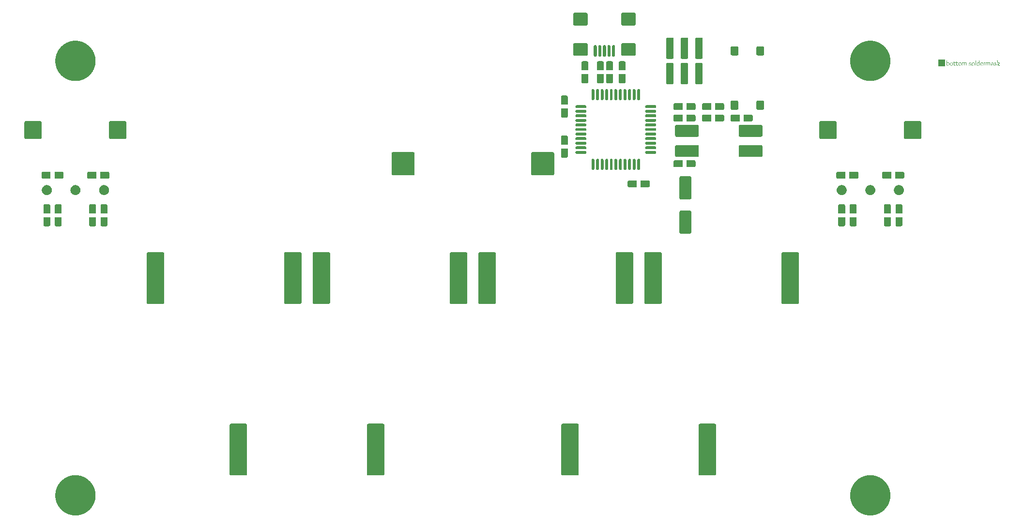
<source format=gbs>
G04                                                      *
G04 Greetings!                                           *
G04 This Gerber was generated by PCBmodE, an open source *
G04 PCB design software. Get it here:                    *
G04                                                      *
G04   http://pcbmode.com                                 *
G04                                                      *
G04 Also visit                                           *
G04                                                      *
G04   http://boldport.com                                *
G04                                                      *
G04 and follow @boldport / @pcbmode for updates!         *
G04                                                      *

G04 leading zeros omitted (L); absolute data (A); 6 integer digits and 6 fractional digits *
%FSLAX66Y66*%

G04 mode (MO): millimeters (MM) *
%MOMM*%

G04 Aperture definitions *
%ADD10C,0.001X*%
%ADD11C,0.001X*%

%LPD*%
G36*
G01X123939000Y-18500000D02*
G01X123939000Y-18153500D01*
G01X123939000Y-18153500D01*
G01X123933514Y-18101166D01*
G01X123917809Y-18052614D01*
G01X123893016Y-18008974D01*
G01X123860266Y-17971378D01*
G01X123820689Y-17940956D01*
G01X123775418Y-17918839D01*
G01X123725581Y-17906157D01*
G01X123689000Y-17903500D01*
G01X123143000Y-17903500D01*
G01X122347000Y-17903500D01*
G01X122347000Y-18500000D01*
G01X122347000Y-19096500D01*
G01X123143000Y-19096500D01*
G01X123689000Y-19096500D01*
G01X123689000Y-19096500D01*
G01X123741334Y-19091014D01*
G01X123789886Y-19075309D01*
G01X123833526Y-19050516D01*
G01X123871122Y-19017766D01*
G01X123901544Y-18978189D01*
G01X123923661Y-18932918D01*
G01X123936343Y-18883081D01*
G01X123939000Y-18846500D01*
G01X123939000Y-18500000D01*
G37*
G36*
G01X120061000Y-18500000D02*
G01X120061000Y-18846500D01*
G01X120061000Y-18846500D01*
G01X120066486Y-18898834D01*
G01X120082191Y-18947386D01*
G01X120106984Y-18991026D01*
G01X120139734Y-19028622D01*
G01X120179311Y-19059044D01*
G01X120224582Y-19081161D01*
G01X120274419Y-19093843D01*
G01X120311000Y-19096500D01*
G01X120857000Y-19096500D01*
G01X121653000Y-19096500D01*
G01X121653000Y-18500000D01*
G01X121653000Y-17903500D01*
G01X120857000Y-17903500D01*
G01X120311000Y-17903500D01*
G01X120311000Y-17903500D01*
G01X120258666Y-17908986D01*
G01X120210114Y-17924691D01*
G01X120166474Y-17949484D01*
G01X120128878Y-17982234D01*
G01X120098456Y-18021811D01*
G01X120076339Y-18067082D01*
G01X120063657Y-18116919D01*
G01X120061000Y-18153500D01*
G01X120061000Y-18500000D01*
G37*
G36*
G01X5500000Y-39439000D02*
G01X5846500Y-39439000D01*
G01X5846500Y-39439000D01*
G01X5898834Y-39433514D01*
G01X5947386Y-39417809D01*
G01X5991026Y-39393016D01*
G01X6028622Y-39360266D01*
G01X6059044Y-39320689D01*
G01X6081161Y-39275418D01*
G01X6093843Y-39225581D01*
G01X6096500Y-39189000D01*
G01X6096500Y-38643000D01*
G01X6096500Y-37847000D01*
G01X5500000Y-37847000D01*
G01X4903500Y-37847000D01*
G01X4903500Y-38643000D01*
G01X4903500Y-39189000D01*
G01X4903500Y-39189000D01*
G01X4908986Y-39241334D01*
G01X4924691Y-39289886D01*
G01X4949484Y-39333526D01*
G01X4982234Y-39371122D01*
G01X5021811Y-39401544D01*
G01X5067082Y-39423661D01*
G01X5116919Y-39436343D01*
G01X5153500Y-39439000D01*
G01X5500000Y-39439000D01*
G37*
G36*
G01X5500000Y-35561000D02*
G01X5153500Y-35561000D01*
G01X5153500Y-35561000D01*
G01X5101166Y-35566486D01*
G01X5052614Y-35582191D01*
G01X5008974Y-35606984D01*
G01X4971378Y-35639734D01*
G01X4940956Y-35679311D01*
G01X4918839Y-35724582D01*
G01X4906157Y-35774419D01*
G01X4903500Y-35811000D01*
G01X4903500Y-36357000D01*
G01X4903500Y-37153000D01*
G01X5500000Y-37153000D01*
G01X6096500Y-37153000D01*
G01X6096500Y-36357000D01*
G01X6096500Y-35811000D01*
G01X6096500Y-35811000D01*
G01X6091014Y-35758666D01*
G01X6075309Y-35710114D01*
G01X6050516Y-35666474D01*
G01X6017766Y-35628878D01*
G01X5978189Y-35598456D01*
G01X5932918Y-35576339D01*
G01X5883081Y-35563657D01*
G01X5846500Y-35561000D01*
G01X5500000Y-35561000D01*
G37*
G36*
G01X8439000Y-30500000D02*
G01X8439000Y-30153500D01*
G01X8439000Y-30153500D01*
G01X8433514Y-30101166D01*
G01X8417809Y-30052614D01*
G01X8393016Y-30008974D01*
G01X8360266Y-29971378D01*
G01X8320689Y-29940956D01*
G01X8275418Y-29918839D01*
G01X8225581Y-29906157D01*
G01X8189000Y-29903500D01*
G01X7643000Y-29903500D01*
G01X6847000Y-29903500D01*
G01X6847000Y-30500000D01*
G01X6847000Y-31096500D01*
G01X7643000Y-31096500D01*
G01X8189000Y-31096500D01*
G01X8189000Y-31096500D01*
G01X8241334Y-31091014D01*
G01X8289886Y-31075309D01*
G01X8333526Y-31050516D01*
G01X8371122Y-31017766D01*
G01X8401544Y-30978189D01*
G01X8423661Y-30932918D01*
G01X8436343Y-30883081D01*
G01X8439000Y-30846500D01*
G01X8439000Y-30500000D01*
G37*
G36*
G01X4561000Y-30500000D02*
G01X4561000Y-30846500D01*
G01X4561000Y-30846500D01*
G01X4566486Y-30898834D01*
G01X4582191Y-30947386D01*
G01X4606984Y-30991026D01*
G01X4639734Y-31028622D01*
G01X4679311Y-31059044D01*
G01X4724582Y-31081161D01*
G01X4774419Y-31093843D01*
G01X4811000Y-31096500D01*
G01X5357000Y-31096500D01*
G01X6153000Y-31096500D01*
G01X6153000Y-30500000D01*
G01X6153000Y-29903500D01*
G01X5357000Y-29903500D01*
G01X4811000Y-29903500D01*
G01X4811000Y-29903500D01*
G01X4758666Y-29908986D01*
G01X4710114Y-29924691D01*
G01X4666474Y-29949484D01*
G01X4628878Y-29982234D01*
G01X4598456Y-30021811D01*
G01X4576339Y-30067082D01*
G01X4563657Y-30116919D01*
G01X4561000Y-30153500D01*
G01X4561000Y-30500000D01*
G37*
G36*
G01X15500000Y-39439000D02*
G01X15846500Y-39439000D01*
G01X15846500Y-39439000D01*
G01X15898834Y-39433514D01*
G01X15947386Y-39417809D01*
G01X15991026Y-39393016D01*
G01X16028622Y-39360266D01*
G01X16059044Y-39320689D01*
G01X16081161Y-39275418D01*
G01X16093843Y-39225581D01*
G01X16096500Y-39189000D01*
G01X16096500Y-38643000D01*
G01X16096500Y-37847000D01*
G01X15500000Y-37847000D01*
G01X14903500Y-37847000D01*
G01X14903500Y-38643000D01*
G01X14903500Y-39189000D01*
G01X14903500Y-39189000D01*
G01X14908986Y-39241334D01*
G01X14924691Y-39289886D01*
G01X14949484Y-39333526D01*
G01X14982234Y-39371122D01*
G01X15021811Y-39401544D01*
G01X15067082Y-39423661D01*
G01X15116919Y-39436343D01*
G01X15153500Y-39439000D01*
G01X15500000Y-39439000D01*
G37*
G36*
G01X15500000Y-35561000D02*
G01X15153500Y-35561000D01*
G01X15153500Y-35561000D01*
G01X15101166Y-35566486D01*
G01X15052614Y-35582191D01*
G01X15008974Y-35606984D01*
G01X14971378Y-35639734D01*
G01X14940956Y-35679311D01*
G01X14918839Y-35724582D01*
G01X14906157Y-35774419D01*
G01X14903500Y-35811000D01*
G01X14903500Y-36357000D01*
G01X14903500Y-37153000D01*
G01X15500000Y-37153000D01*
G01X16096500Y-37153000D01*
G01X16096500Y-36357000D01*
G01X16096500Y-35811000D01*
G01X16096500Y-35811000D01*
G01X16091014Y-35758666D01*
G01X16075309Y-35710114D01*
G01X16050516Y-35666474D01*
G01X16017766Y-35628878D01*
G01X15978189Y-35598456D01*
G01X15932918Y-35576339D01*
G01X15883081Y-35563657D01*
G01X15846500Y-35561000D01*
G01X15500000Y-35561000D01*
G37*
G36*
G01X116138955Y-32708275D02*
G01X116138955Y-34483275D01*
G01X116138955Y-34483275D01*
G01X116144441Y-34535609D01*
G01X116160146Y-34584161D01*
G01X116184939Y-34627801D01*
G01X116217689Y-34665397D01*
G01X116257266Y-34695819D01*
G01X116302537Y-34717936D01*
G01X116352374Y-34730618D01*
G01X116388955Y-34733275D01*
G01X117163955Y-34733275D01*
G01X117938955Y-34733275D01*
G01X117938955Y-34733275D01*
G01X117991289Y-34727789D01*
G01X118039841Y-34712084D01*
G01X118083481Y-34687291D01*
G01X118121077Y-34654541D01*
G01X118151499Y-34614964D01*
G01X118173616Y-34569693D01*
G01X118186298Y-34519856D01*
G01X118188955Y-34483275D01*
G01X118188955Y-32708275D01*
G01X118188955Y-30933275D01*
G01X118188955Y-30933275D01*
G01X118183469Y-30880941D01*
G01X118167764Y-30832389D01*
G01X118142971Y-30788749D01*
G01X118110221Y-30751153D01*
G01X118070644Y-30720731D01*
G01X118025373Y-30698614D01*
G01X117975536Y-30685932D01*
G01X117938955Y-30683275D01*
G01X117163955Y-30683275D01*
G01X116388955Y-30683275D01*
G01X116388955Y-30683275D01*
G01X116336621Y-30688761D01*
G01X116288069Y-30704466D01*
G01X116244429Y-30729259D01*
G01X116206833Y-30762009D01*
G01X116176411Y-30801586D01*
G01X116154294Y-30846857D01*
G01X116141612Y-30896694D01*
G01X116138955Y-30933275D01*
G01X116138955Y-32708275D01*
G37*
G36*
G01X116138955Y-38708275D02*
G01X116138955Y-40483275D01*
G01X116138955Y-40483275D01*
G01X116144441Y-40535609D01*
G01X116160146Y-40584161D01*
G01X116184939Y-40627801D01*
G01X116217689Y-40665397D01*
G01X116257266Y-40695819D01*
G01X116302537Y-40717936D01*
G01X116352374Y-40730618D01*
G01X116388955Y-40733275D01*
G01X117163955Y-40733275D01*
G01X117938955Y-40733275D01*
G01X117938955Y-40733275D01*
G01X117991289Y-40727789D01*
G01X118039841Y-40712084D01*
G01X118083481Y-40687291D01*
G01X118121077Y-40654541D01*
G01X118151499Y-40614964D01*
G01X118173616Y-40569693D01*
G01X118186298Y-40519856D01*
G01X118188955Y-40483275D01*
G01X118188955Y-38708275D01*
G01X118188955Y-36933275D01*
G01X118188955Y-36933275D01*
G01X118183469Y-36880941D01*
G01X118167764Y-36832389D01*
G01X118142971Y-36788749D01*
G01X118110221Y-36751153D01*
G01X118070644Y-36720731D01*
G01X118025373Y-36698614D01*
G01X117975536Y-36685932D01*
G01X117938955Y-36683275D01*
G01X117163955Y-36683275D01*
G01X116388955Y-36683275D01*
G01X116388955Y-36683275D01*
G01X116336621Y-36688761D01*
G01X116288069Y-36704466D01*
G01X116244429Y-36729259D01*
G01X116206833Y-36762009D01*
G01X116176411Y-36801586D01*
G01X116154294Y-36846857D01*
G01X116141612Y-36896694D01*
G01X116138955Y-36933275D01*
G01X116138955Y-38708275D01*
G37*
G36*
G01X103900000Y-14439000D02*
G01X104246500Y-14439000D01*
G01X104246500Y-14439000D01*
G01X104298834Y-14433514D01*
G01X104347386Y-14417809D01*
G01X104391026Y-14393016D01*
G01X104428622Y-14360266D01*
G01X104459044Y-14320689D01*
G01X104481161Y-14275418D01*
G01X104493843Y-14225581D01*
G01X104496500Y-14189000D01*
G01X104496500Y-13643000D01*
G01X104496500Y-12847000D01*
G01X103900000Y-12847000D01*
G01X103303500Y-12847000D01*
G01X103303500Y-13643000D01*
G01X103303500Y-14189000D01*
G01X103303500Y-14189000D01*
G01X103308986Y-14241334D01*
G01X103324691Y-14289886D01*
G01X103349484Y-14333526D01*
G01X103382234Y-14371122D01*
G01X103421811Y-14401544D01*
G01X103467082Y-14423661D01*
G01X103516919Y-14436343D01*
G01X103553500Y-14439000D01*
G01X103900000Y-14439000D01*
G37*
G36*
G01X103900000Y-10561000D02*
G01X103553500Y-10561000D01*
G01X103553500Y-10561000D01*
G01X103501166Y-10566486D01*
G01X103452614Y-10582191D01*
G01X103408974Y-10606984D01*
G01X103371378Y-10639734D01*
G01X103340956Y-10679311D01*
G01X103318839Y-10724582D01*
G01X103306157Y-10774419D01*
G01X103303500Y-10811000D01*
G01X103303500Y-11357000D01*
G01X103303500Y-12153000D01*
G01X103900000Y-12153000D01*
G01X104496500Y-12153000D01*
G01X104496500Y-11357000D01*
G01X104496500Y-10811000D01*
G01X104496500Y-10811000D01*
G01X104491014Y-10758666D01*
G01X104475309Y-10710114D01*
G01X104450516Y-10666474D01*
G01X104417766Y-10628878D01*
G01X104378189Y-10598456D01*
G01X104332918Y-10576339D01*
G01X104283081Y-10563657D01*
G01X104246500Y-10561000D01*
G01X103900000Y-10561000D01*
G37*
G36*
G01X102300000Y-14439000D02*
G01X102646500Y-14439000D01*
G01X102646500Y-14439000D01*
G01X102698834Y-14433514D01*
G01X102747386Y-14417809D01*
G01X102791026Y-14393016D01*
G01X102828622Y-14360266D01*
G01X102859044Y-14320689D01*
G01X102881161Y-14275418D01*
G01X102893843Y-14225581D01*
G01X102896500Y-14189000D01*
G01X102896500Y-13643000D01*
G01X102896500Y-12847000D01*
G01X102300000Y-12847000D01*
G01X101703500Y-12847000D01*
G01X101703500Y-13643000D01*
G01X101703500Y-14189000D01*
G01X101703500Y-14189000D01*
G01X101708986Y-14241334D01*
G01X101724691Y-14289886D01*
G01X101749484Y-14333526D01*
G01X101782234Y-14371122D01*
G01X101821811Y-14401544D01*
G01X101867082Y-14423661D01*
G01X101916919Y-14436343D01*
G01X101953500Y-14439000D01*
G01X102300000Y-14439000D01*
G37*
G36*
G01X102300000Y-10561000D02*
G01X101953500Y-10561000D01*
G01X101953500Y-10561000D01*
G01X101901166Y-10566486D01*
G01X101852614Y-10582191D01*
G01X101808974Y-10606984D01*
G01X101771378Y-10639734D01*
G01X101740956Y-10679311D01*
G01X101718839Y-10724582D01*
G01X101706157Y-10774419D01*
G01X101703500Y-10811000D01*
G01X101703500Y-11357000D01*
G01X101703500Y-12153000D01*
G01X102300000Y-12153000D01*
G01X102896500Y-12153000D01*
G01X102896500Y-11357000D01*
G01X102896500Y-10811000D01*
G01X102896500Y-10811000D01*
G01X102891014Y-10758666D01*
G01X102875309Y-10710114D01*
G01X102850516Y-10666474D01*
G01X102817766Y-10628878D01*
G01X102778189Y-10598456D01*
G01X102732918Y-10576339D01*
G01X102683081Y-10563657D01*
G01X102646500Y-10561000D01*
G01X102300000Y-10561000D01*
G37*
G36*
G01X128939000Y-20500000D02*
G01X128939000Y-20153500D01*
G01X128939000Y-20153500D01*
G01X128933514Y-20101166D01*
G01X128917809Y-20052614D01*
G01X128893016Y-20008974D01*
G01X128860266Y-19971378D01*
G01X128820689Y-19940956D01*
G01X128775418Y-19918839D01*
G01X128725581Y-19906157D01*
G01X128689000Y-19903500D01*
G01X128143000Y-19903500D01*
G01X127347000Y-19903500D01*
G01X127347000Y-20500000D01*
G01X127347000Y-21096500D01*
G01X128143000Y-21096500D01*
G01X128689000Y-21096500D01*
G01X128689000Y-21096500D01*
G01X128741334Y-21091014D01*
G01X128789886Y-21075309D01*
G01X128833526Y-21050516D01*
G01X128871122Y-21017766D01*
G01X128901544Y-20978189D01*
G01X128923661Y-20932918D01*
G01X128936343Y-20883081D01*
G01X128939000Y-20846500D01*
G01X128939000Y-20500000D01*
G37*
G36*
G01X125061000Y-20500000D02*
G01X125061000Y-20846500D01*
G01X125061000Y-20846500D01*
G01X125066486Y-20898834D01*
G01X125082191Y-20947386D01*
G01X125106984Y-20991026D01*
G01X125139734Y-21028622D01*
G01X125179311Y-21059044D01*
G01X125224582Y-21081161D01*
G01X125274419Y-21093843D01*
G01X125311000Y-21096500D01*
G01X125857000Y-21096500D01*
G01X126653000Y-21096500D01*
G01X126653000Y-20500000D01*
G01X126653000Y-19903500D01*
G01X125857000Y-19903500D01*
G01X125311000Y-19903500D01*
G01X125311000Y-19903500D01*
G01X125258666Y-19908986D01*
G01X125210114Y-19924691D01*
G01X125166474Y-19949484D01*
G01X125128878Y-19982234D01*
G01X125098456Y-20021811D01*
G01X125076339Y-20067082D01*
G01X125063657Y-20116919D01*
G01X125061000Y-20153500D01*
G01X125061000Y-20500000D01*
G37*
G36*
G01X16439000Y-30500000D02*
G01X16439000Y-30153500D01*
G01X16439000Y-30153500D01*
G01X16433514Y-30101166D01*
G01X16417809Y-30052614D01*
G01X16393016Y-30008974D01*
G01X16360266Y-29971378D01*
G01X16320689Y-29940956D01*
G01X16275418Y-29918839D01*
G01X16225581Y-29906157D01*
G01X16189000Y-29903500D01*
G01X15643000Y-29903500D01*
G01X14847000Y-29903500D01*
G01X14847000Y-30500000D01*
G01X14847000Y-31096500D01*
G01X15643000Y-31096500D01*
G01X16189000Y-31096500D01*
G01X16189000Y-31096500D01*
G01X16241334Y-31091014D01*
G01X16289886Y-31075309D01*
G01X16333526Y-31050516D01*
G01X16371122Y-31017766D01*
G01X16401544Y-30978189D01*
G01X16423661Y-30932918D01*
G01X16436343Y-30883081D01*
G01X16439000Y-30846500D01*
G01X16439000Y-30500000D01*
G37*
G36*
G01X12561000Y-30500000D02*
G01X12561000Y-30846500D01*
G01X12561000Y-30846500D01*
G01X12566486Y-30898834D01*
G01X12582191Y-30947386D01*
G01X12606984Y-30991026D01*
G01X12639734Y-31028622D01*
G01X12679311Y-31059044D01*
G01X12724582Y-31081161D01*
G01X12774419Y-31093843D01*
G01X12811000Y-31096500D01*
G01X13357000Y-31096500D01*
G01X14153000Y-31096500D01*
G01X14153000Y-30500000D01*
G01X14153000Y-29903500D01*
G01X13357000Y-29903500D01*
G01X12811000Y-29903500D01*
G01X12811000Y-29903500D01*
G01X12758666Y-29908986D01*
G01X12710114Y-29924691D01*
G01X12666474Y-29949484D01*
G01X12628878Y-29982234D01*
G01X12598456Y-30021811D01*
G01X12576339Y-30067082D01*
G01X12563657Y-30116919D01*
G01X12561000Y-30153500D01*
G01X12561000Y-30500000D01*
G37*
G36*
G01X144500000Y-39439000D02*
G01X144846500Y-39439000D01*
G01X144846500Y-39439000D01*
G01X144898834Y-39433514D01*
G01X144947386Y-39417809D01*
G01X144991026Y-39393016D01*
G01X145028622Y-39360266D01*
G01X145059044Y-39320689D01*
G01X145081161Y-39275418D01*
G01X145093843Y-39225581D01*
G01X145096500Y-39189000D01*
G01X145096500Y-38643000D01*
G01X145096500Y-37847000D01*
G01X144500000Y-37847000D01*
G01X143903500Y-37847000D01*
G01X143903500Y-38643000D01*
G01X143903500Y-39189000D01*
G01X143903500Y-39189000D01*
G01X143908986Y-39241334D01*
G01X143924691Y-39289886D01*
G01X143949484Y-39333526D01*
G01X143982234Y-39371122D01*
G01X144021811Y-39401544D01*
G01X144067082Y-39423661D01*
G01X144116919Y-39436343D01*
G01X144153500Y-39439000D01*
G01X144500000Y-39439000D01*
G37*
G36*
G01X144500000Y-35561000D02*
G01X144153500Y-35561000D01*
G01X144153500Y-35561000D01*
G01X144101166Y-35566486D01*
G01X144052614Y-35582191D01*
G01X144008974Y-35606984D01*
G01X143971378Y-35639734D01*
G01X143940956Y-35679311D01*
G01X143918839Y-35724582D01*
G01X143906157Y-35774419D01*
G01X143903500Y-35811000D01*
G01X143903500Y-36357000D01*
G01X143903500Y-37153000D01*
G01X144500000Y-37153000D01*
G01X145096500Y-37153000D01*
G01X145096500Y-36357000D01*
G01X145096500Y-35811000D01*
G01X145096500Y-35811000D01*
G01X145091014Y-35758666D01*
G01X145075309Y-35710114D01*
G01X145050516Y-35666474D01*
G01X145017766Y-35628878D01*
G01X144978189Y-35598456D01*
G01X144932918Y-35576339D01*
G01X144883081Y-35563657D01*
G01X144846500Y-35561000D01*
G01X144500000Y-35561000D01*
G37*
G36*
G01X144500000Y-33975000D02*
G01X144500000Y-33975000D01*
G01X144557531Y-33973139D01*
G01X144614069Y-33967632D01*
G01X144669498Y-33958595D01*
G01X144723703Y-33946143D01*
G01X144776568Y-33930392D01*
G01X144827978Y-33911456D01*
G01X144877818Y-33889451D01*
G01X144925972Y-33864493D01*
G01X144972326Y-33836696D01*
G01X145016764Y-33806176D01*
G01X145059170Y-33773048D01*
G01X145099430Y-33737427D01*
G01X145137427Y-33699430D01*
G01X145173048Y-33659170D01*
G01X145206176Y-33616764D01*
G01X145236696Y-33572326D01*
G01X145264493Y-33525972D01*
G01X145289451Y-33477818D01*
G01X145311456Y-33427978D01*
G01X145330392Y-33376568D01*
G01X145346143Y-33323703D01*
G01X145358595Y-33269498D01*
G01X145367632Y-33214069D01*
G01X145373139Y-33157531D01*
G01X145375000Y-33100000D01*
G01X145375000Y-33100000D01*
G01X145375000Y-33100000D01*
G01X145373139Y-33042469D01*
G01X145367632Y-32985931D01*
G01X145358595Y-32930502D01*
G01X145346143Y-32876297D01*
G01X145330392Y-32823432D01*
G01X145311456Y-32772022D01*
G01X145289451Y-32722182D01*
G01X145264493Y-32674028D01*
G01X145236696Y-32627674D01*
G01X145206176Y-32583236D01*
G01X145173048Y-32540830D01*
G01X145137427Y-32500570D01*
G01X145099430Y-32462573D01*
G01X145059170Y-32426952D01*
G01X145016764Y-32393824D01*
G01X144972326Y-32363304D01*
G01X144925972Y-32335507D01*
G01X144877818Y-32310549D01*
G01X144827978Y-32288544D01*
G01X144776568Y-32269608D01*
G01X144723703Y-32253857D01*
G01X144669498Y-32241405D01*
G01X144614069Y-32232368D01*
G01X144557531Y-32226861D01*
G01X144500000Y-32225000D01*
G01X144500000Y-32225000D01*
G01X144500000Y-32225000D01*
G01X144442469Y-32226861D01*
G01X144385931Y-32232368D01*
G01X144330502Y-32241405D01*
G01X144276297Y-32253857D01*
G01X144223432Y-32269608D01*
G01X144172022Y-32288544D01*
G01X144122182Y-32310549D01*
G01X144074028Y-32335507D01*
G01X144027674Y-32363304D01*
G01X143983236Y-32393824D01*
G01X143940830Y-32426952D01*
G01X143900570Y-32462573D01*
G01X143862573Y-32500570D01*
G01X143826952Y-32540830D01*
G01X143793824Y-32583236D01*
G01X143763304Y-32627674D01*
G01X143735507Y-32674028D01*
G01X143710549Y-32722182D01*
G01X143688544Y-32772022D01*
G01X143669608Y-32823432D01*
G01X143653857Y-32876297D01*
G01X143641405Y-32930502D01*
G01X143632368Y-32985931D01*
G01X143626861Y-33042469D01*
G01X143625000Y-33100000D01*
G01X143625000Y-33100000D01*
G01X143625000Y-33100000D01*
G01X143626861Y-33157531D01*
G01X143632368Y-33214069D01*
G01X143641405Y-33269498D01*
G01X143653857Y-33323703D01*
G01X143669608Y-33376568D01*
G01X143688544Y-33427978D01*
G01X143710549Y-33477818D01*
G01X143735507Y-33525972D01*
G01X143763304Y-33572326D01*
G01X143793824Y-33616764D01*
G01X143826952Y-33659170D01*
G01X143862573Y-33699430D01*
G01X143900570Y-33737427D01*
G01X143940830Y-33773048D01*
G01X143983236Y-33806176D01*
G01X144027674Y-33836696D01*
G01X144074028Y-33864493D01*
G01X144122182Y-33889451D01*
G01X144172022Y-33911456D01*
G01X144223432Y-33930392D01*
G01X144276297Y-33946143D01*
G01X144330502Y-33958595D01*
G01X144385931Y-33967632D01*
G01X144442469Y-33973139D01*
G01X144500000Y-33975000D01*
G01X144500000Y-33975000D01*
G37*
G36*
G01X140575000Y-22600000D02*
G01X140575000Y-21325000D01*
G01X140575000Y-21325000D01*
G01X140578927Y-21276339D01*
G01X140590294Y-21230177D01*
G01X140608486Y-21187133D01*
G01X140632883Y-21147824D01*
G01X140662868Y-21112868D01*
G01X140697824Y-21082883D01*
G01X140737133Y-21058486D01*
G01X140780177Y-21040294D01*
G01X140826339Y-21028927D01*
G01X140875000Y-21025000D01*
G01X140875000Y-21025000D01*
G01X142100000Y-21025000D01*
G01X143325000Y-21025000D01*
G01X143325000Y-21025000D01*
G01X143373661Y-21028927D01*
G01X143419823Y-21040294D01*
G01X143462867Y-21058486D01*
G01X143502176Y-21082883D01*
G01X143537132Y-21112868D01*
G01X143567117Y-21147824D01*
G01X143591514Y-21187133D01*
G01X143609706Y-21230177D01*
G01X143621073Y-21276339D01*
G01X143625000Y-21325000D01*
G01X143625000Y-21325000D01*
G01X143625000Y-22600000D01*
G01X143625000Y-23875000D01*
G01X143625000Y-23875000D01*
G01X143621073Y-23923661D01*
G01X143609706Y-23969823D01*
G01X143591514Y-24012867D01*
G01X143567117Y-24052176D01*
G01X143537132Y-24087132D01*
G01X143502176Y-24117117D01*
G01X143462867Y-24141514D01*
G01X143419823Y-24159706D01*
G01X143373661Y-24171073D01*
G01X143325000Y-24175000D01*
G01X143325000Y-24175000D01*
G01X142100000Y-24175000D01*
G01X140875000Y-24175000D01*
G01X140875000Y-24175000D01*
G01X140826339Y-24171073D01*
G01X140780177Y-24159706D01*
G01X140737133Y-24141514D01*
G01X140697824Y-24117117D01*
G01X140662868Y-24087132D01*
G01X140632883Y-24052176D01*
G01X140608486Y-24012867D01*
G01X140590294Y-23969823D01*
G01X140578926Y-23923661D01*
G01X140575000Y-23875000D01*
G01X140575000Y-23875000D01*
G01X140575000Y-22600000D01*
G37*
G36*
G01X154500000Y-33975000D02*
G01X154500000Y-33975000D01*
G01X154557531Y-33973139D01*
G01X154614069Y-33967632D01*
G01X154669498Y-33958595D01*
G01X154723703Y-33946143D01*
G01X154776568Y-33930392D01*
G01X154827978Y-33911456D01*
G01X154877818Y-33889451D01*
G01X154925972Y-33864493D01*
G01X154972326Y-33836696D01*
G01X155016764Y-33806176D01*
G01X155059170Y-33773048D01*
G01X155099430Y-33737427D01*
G01X155137427Y-33699430D01*
G01X155173048Y-33659170D01*
G01X155206176Y-33616764D01*
G01X155236696Y-33572326D01*
G01X155264493Y-33525972D01*
G01X155289451Y-33477818D01*
G01X155311456Y-33427978D01*
G01X155330392Y-33376568D01*
G01X155346143Y-33323703D01*
G01X155358595Y-33269498D01*
G01X155367632Y-33214069D01*
G01X155373139Y-33157531D01*
G01X155375000Y-33100000D01*
G01X155375000Y-33100000D01*
G01X155375000Y-33100000D01*
G01X155373139Y-33042469D01*
G01X155367632Y-32985931D01*
G01X155358595Y-32930502D01*
G01X155346143Y-32876297D01*
G01X155330392Y-32823432D01*
G01X155311456Y-32772022D01*
G01X155289451Y-32722182D01*
G01X155264493Y-32674028D01*
G01X155236696Y-32627674D01*
G01X155206176Y-32583236D01*
G01X155173048Y-32540830D01*
G01X155137427Y-32500570D01*
G01X155099430Y-32462573D01*
G01X155059170Y-32426952D01*
G01X155016764Y-32393824D01*
G01X154972326Y-32363304D01*
G01X154925972Y-32335507D01*
G01X154877818Y-32310549D01*
G01X154827978Y-32288544D01*
G01X154776568Y-32269608D01*
G01X154723703Y-32253857D01*
G01X154669498Y-32241405D01*
G01X154614069Y-32232368D01*
G01X154557531Y-32226861D01*
G01X154500000Y-32225000D01*
G01X154500000Y-32225000D01*
G01X154500000Y-32225000D01*
G01X154442469Y-32226861D01*
G01X154385931Y-32232368D01*
G01X154330502Y-32241405D01*
G01X154276297Y-32253857D01*
G01X154223432Y-32269608D01*
G01X154172022Y-32288544D01*
G01X154122182Y-32310549D01*
G01X154074028Y-32335507D01*
G01X154027674Y-32363304D01*
G01X153983236Y-32393824D01*
G01X153940830Y-32426952D01*
G01X153900570Y-32462573D01*
G01X153862573Y-32500570D01*
G01X153826952Y-32540830D01*
G01X153793824Y-32583236D01*
G01X153763304Y-32627674D01*
G01X153735507Y-32674028D01*
G01X153710549Y-32722182D01*
G01X153688544Y-32772022D01*
G01X153669608Y-32823432D01*
G01X153653857Y-32876297D01*
G01X153641405Y-32930502D01*
G01X153632368Y-32985931D01*
G01X153626861Y-33042469D01*
G01X153625000Y-33100000D01*
G01X153625000Y-33100000D01*
G01X153625000Y-33100000D01*
G01X153626861Y-33157531D01*
G01X153632368Y-33214069D01*
G01X153641405Y-33269498D01*
G01X153653857Y-33323703D01*
G01X153669608Y-33376568D01*
G01X153688544Y-33427978D01*
G01X153710549Y-33477818D01*
G01X153735507Y-33525972D01*
G01X153763304Y-33572326D01*
G01X153793824Y-33616764D01*
G01X153826952Y-33659170D01*
G01X153862573Y-33699430D01*
G01X153900570Y-33737427D01*
G01X153940830Y-33773048D01*
G01X153983236Y-33806176D01*
G01X154027674Y-33836696D01*
G01X154074028Y-33864493D01*
G01X154122182Y-33889451D01*
G01X154172022Y-33911456D01*
G01X154223432Y-33930392D01*
G01X154276297Y-33946143D01*
G01X154330502Y-33958595D01*
G01X154385931Y-33967632D01*
G01X154442469Y-33973139D01*
G01X154500000Y-33975000D01*
G01X154500000Y-33975000D01*
G37*
G36*
G01X149500000Y-33975000D02*
G01X149500000Y-33975000D01*
G01X149557531Y-33973139D01*
G01X149614069Y-33967632D01*
G01X149669498Y-33958595D01*
G01X149723703Y-33946143D01*
G01X149776568Y-33930392D01*
G01X149827978Y-33911456D01*
G01X149877818Y-33889451D01*
G01X149925972Y-33864493D01*
G01X149972326Y-33836696D01*
G01X150016764Y-33806176D01*
G01X150059170Y-33773048D01*
G01X150099430Y-33737427D01*
G01X150137427Y-33699430D01*
G01X150173048Y-33659170D01*
G01X150206176Y-33616764D01*
G01X150236696Y-33572326D01*
G01X150264493Y-33525972D01*
G01X150289451Y-33477818D01*
G01X150311456Y-33427978D01*
G01X150330392Y-33376568D01*
G01X150346143Y-33323703D01*
G01X150358595Y-33269498D01*
G01X150367632Y-33214069D01*
G01X150373139Y-33157531D01*
G01X150375000Y-33100000D01*
G01X150375000Y-33100000D01*
G01X150375000Y-33100000D01*
G01X150373139Y-33042469D01*
G01X150367632Y-32985931D01*
G01X150358595Y-32930502D01*
G01X150346143Y-32876297D01*
G01X150330392Y-32823432D01*
G01X150311456Y-32772022D01*
G01X150289451Y-32722182D01*
G01X150264493Y-32674028D01*
G01X150236696Y-32627674D01*
G01X150206176Y-32583236D01*
G01X150173048Y-32540830D01*
G01X150137427Y-32500570D01*
G01X150099430Y-32462573D01*
G01X150059170Y-32426952D01*
G01X150016764Y-32393824D01*
G01X149972326Y-32363304D01*
G01X149925972Y-32335507D01*
G01X149877818Y-32310549D01*
G01X149827978Y-32288544D01*
G01X149776568Y-32269608D01*
G01X149723703Y-32253857D01*
G01X149669498Y-32241405D01*
G01X149614069Y-32232368D01*
G01X149557531Y-32226861D01*
G01X149500000Y-32225000D01*
G01X149500000Y-32225000D01*
G01X149500000Y-32225000D01*
G01X149442469Y-32226861D01*
G01X149385931Y-32232368D01*
G01X149330502Y-32241405D01*
G01X149276297Y-32253857D01*
G01X149223432Y-32269608D01*
G01X149172022Y-32288544D01*
G01X149122182Y-32310549D01*
G01X149074028Y-32335507D01*
G01X149027674Y-32363304D01*
G01X148983236Y-32393824D01*
G01X148940830Y-32426952D01*
G01X148900570Y-32462573D01*
G01X148862573Y-32500570D01*
G01X148826952Y-32540830D01*
G01X148793824Y-32583236D01*
G01X148763304Y-32627674D01*
G01X148735507Y-32674028D01*
G01X148710549Y-32722182D01*
G01X148688544Y-32772022D01*
G01X148669608Y-32823432D01*
G01X148653857Y-32876297D01*
G01X148641405Y-32930502D01*
G01X148632368Y-32985931D01*
G01X148626861Y-33042469D01*
G01X148625000Y-33100000D01*
G01X148625000Y-33100000D01*
G01X148625000Y-33100000D01*
G01X148626861Y-33157531D01*
G01X148632368Y-33214069D01*
G01X148641405Y-33269498D01*
G01X148653857Y-33323703D01*
G01X148669608Y-33376568D01*
G01X148688544Y-33427978D01*
G01X148710549Y-33477818D01*
G01X148735507Y-33525972D01*
G01X148763304Y-33572326D01*
G01X148793824Y-33616764D01*
G01X148826952Y-33659170D01*
G01X148862573Y-33699430D01*
G01X148900570Y-33737427D01*
G01X148940830Y-33773048D01*
G01X148983236Y-33806176D01*
G01X149027674Y-33836696D01*
G01X149074028Y-33864493D01*
G01X149122182Y-33889451D01*
G01X149172022Y-33911456D01*
G01X149223432Y-33930392D01*
G01X149276297Y-33946143D01*
G01X149330502Y-33958595D01*
G01X149385931Y-33967632D01*
G01X149442469Y-33973139D01*
G01X149500000Y-33975000D01*
G01X149500000Y-33975000D01*
G37*
G36*
G01X155375000Y-22600000D02*
G01X155375000Y-21325000D01*
G01X155375000Y-21325000D01*
G01X155378927Y-21276339D01*
G01X155390294Y-21230177D01*
G01X155408486Y-21187133D01*
G01X155432883Y-21147824D01*
G01X155462868Y-21112868D01*
G01X155497824Y-21082883D01*
G01X155537133Y-21058486D01*
G01X155580177Y-21040294D01*
G01X155626339Y-21028927D01*
G01X155675000Y-21025000D01*
G01X155675000Y-21025000D01*
G01X156900000Y-21025000D01*
G01X158125000Y-21025000D01*
G01X158125000Y-21025000D01*
G01X158173661Y-21028927D01*
G01X158219823Y-21040294D01*
G01X158262867Y-21058486D01*
G01X158302176Y-21082883D01*
G01X158337132Y-21112868D01*
G01X158367117Y-21147824D01*
G01X158391514Y-21187133D01*
G01X158409706Y-21230177D01*
G01X158421074Y-21276339D01*
G01X158425000Y-21325000D01*
G01X158425000Y-21325000D01*
G01X158425000Y-22600000D01*
G01X158425000Y-23875000D01*
G01X158425000Y-23875000D01*
G01X158421073Y-23923661D01*
G01X158409706Y-23969823D01*
G01X158391514Y-24012867D01*
G01X158367117Y-24052176D01*
G01X158337132Y-24087132D01*
G01X158302176Y-24117117D01*
G01X158262867Y-24141514D01*
G01X158219823Y-24159706D01*
G01X158173661Y-24171073D01*
G01X158125000Y-24175000D01*
G01X158125000Y-24175000D01*
G01X156900000Y-24175000D01*
G01X155675000Y-24175000D01*
G01X155675000Y-24175000D01*
G01X155626339Y-24171073D01*
G01X155580177Y-24159706D01*
G01X155537133Y-24141514D01*
G01X155497824Y-24117117D01*
G01X155462868Y-24087132D01*
G01X155432883Y-24052176D01*
G01X155408486Y-24012867D01*
G01X155390294Y-23969823D01*
G01X155378927Y-23923661D01*
G01X155375000Y-23875000D01*
G01X155375000Y-23875000D01*
G01X155375000Y-22600000D01*
G37*
G36*
G01X125750000Y-19050000D02*
G01X126175000Y-19050000D01*
G01X126175000Y-19050000D01*
G01X126227334Y-19044514D01*
G01X126275886Y-19028809D01*
G01X126319526Y-19004016D01*
G01X126357122Y-18971266D01*
G01X126387544Y-18931689D01*
G01X126409661Y-18886418D01*
G01X126422343Y-18836581D01*
G01X126425000Y-18800000D01*
G01X126425000Y-18250000D01*
G01X126425000Y-17700000D01*
G01X126425000Y-17700000D01*
G01X126419514Y-17647666D01*
G01X126403809Y-17599114D01*
G01X126379016Y-17555474D01*
G01X126346266Y-17517878D01*
G01X126306689Y-17487456D01*
G01X126261418Y-17465339D01*
G01X126211581Y-17452657D01*
G01X126175000Y-17450000D01*
G01X125750000Y-17450000D01*
G01X125325000Y-17450000D01*
G01X125325000Y-17450000D01*
G01X125272666Y-17455486D01*
G01X125224114Y-17471191D01*
G01X125180474Y-17495984D01*
G01X125142878Y-17528734D01*
G01X125112456Y-17568311D01*
G01X125090339Y-17613582D01*
G01X125077657Y-17663419D01*
G01X125075000Y-17700000D01*
G01X125075000Y-18250000D01*
G01X125075000Y-18800000D01*
G01X125075000Y-18800000D01*
G01X125080486Y-18852334D01*
G01X125096191Y-18900886D01*
G01X125120984Y-18944526D01*
G01X125153734Y-18982122D01*
G01X125193311Y-19012544D01*
G01X125238582Y-19034661D01*
G01X125288419Y-19047343D01*
G01X125325000Y-19050000D01*
G01X125750000Y-19050000D01*
G37*
G36*
G01X130250000Y-9550000D02*
G01X130675000Y-9550000D01*
G01X130675000Y-9550000D01*
G01X130727334Y-9544514D01*
G01X130775886Y-9528809D01*
G01X130819526Y-9504016D01*
G01X130857122Y-9471266D01*
G01X130887544Y-9431689D01*
G01X130909661Y-9386418D01*
G01X130922343Y-9336581D01*
G01X130925000Y-9300000D01*
G01X130925000Y-8750000D01*
G01X130925000Y-8200000D01*
G01X130925000Y-8200000D01*
G01X130919514Y-8147666D01*
G01X130903809Y-8099114D01*
G01X130879016Y-8055474D01*
G01X130846266Y-8017878D01*
G01X130806689Y-7987456D01*
G01X130761418Y-7965339D01*
G01X130711581Y-7952657D01*
G01X130675000Y-7950000D01*
G01X130250000Y-7950000D01*
G01X129825000Y-7950000D01*
G01X129825000Y-7950000D01*
G01X129772666Y-7955486D01*
G01X129724114Y-7971191D01*
G01X129680474Y-7995984D01*
G01X129642878Y-8028734D01*
G01X129612456Y-8068311D01*
G01X129590339Y-8113582D01*
G01X129577657Y-8163419D01*
G01X129575000Y-8200000D01*
G01X129575000Y-8750000D01*
G01X129575000Y-9300000D01*
G01X129575000Y-9300000D01*
G01X129580486Y-9352334D01*
G01X129596191Y-9400886D01*
G01X129620984Y-9444526D01*
G01X129653734Y-9482122D01*
G01X129693311Y-9512544D01*
G01X129738582Y-9534661D01*
G01X129788419Y-9547343D01*
G01X129825000Y-9550000D01*
G01X130250000Y-9550000D01*
G37*
G36*
G01X125750000Y-9550000D02*
G01X126175000Y-9550000D01*
G01X126175000Y-9550000D01*
G01X126227334Y-9544514D01*
G01X126275886Y-9528809D01*
G01X126319526Y-9504016D01*
G01X126357122Y-9471266D01*
G01X126387544Y-9431689D01*
G01X126409661Y-9386418D01*
G01X126422343Y-9336581D01*
G01X126425000Y-9300000D01*
G01X126425000Y-8750000D01*
G01X126425000Y-8200000D01*
G01X126425000Y-8200000D01*
G01X126419514Y-8147666D01*
G01X126403809Y-8099114D01*
G01X126379016Y-8055474D01*
G01X126346266Y-8017878D01*
G01X126306689Y-7987456D01*
G01X126261418Y-7965339D01*
G01X126211581Y-7952657D01*
G01X126175000Y-7950000D01*
G01X125750000Y-7950000D01*
G01X125325000Y-7950000D01*
G01X125325000Y-7950000D01*
G01X125272666Y-7955486D01*
G01X125224114Y-7971191D01*
G01X125180474Y-7995984D01*
G01X125142878Y-8028734D01*
G01X125112456Y-8068311D01*
G01X125090339Y-8113582D01*
G01X125077657Y-8163419D01*
G01X125075000Y-8200000D01*
G01X125075000Y-8750000D01*
G01X125075000Y-9300000D01*
G01X125075000Y-9300000D01*
G01X125080486Y-9352334D01*
G01X125096191Y-9400886D01*
G01X125120984Y-9444526D01*
G01X125153734Y-9482122D01*
G01X125193311Y-9512544D01*
G01X125238582Y-9534661D01*
G01X125288419Y-9547343D01*
G01X125325000Y-9550000D01*
G01X125750000Y-9550000D01*
G37*
G36*
G01X130250000Y-19050000D02*
G01X130675000Y-19050000D01*
G01X130675000Y-19050000D01*
G01X130727334Y-19044514D01*
G01X130775886Y-19028809D01*
G01X130819526Y-19004016D01*
G01X130857122Y-18971266D01*
G01X130887544Y-18931689D01*
G01X130909661Y-18886418D01*
G01X130922343Y-18836581D01*
G01X130925000Y-18800000D01*
G01X130925000Y-18250000D01*
G01X130925000Y-17700000D01*
G01X130925000Y-17700000D01*
G01X130919514Y-17647666D01*
G01X130903809Y-17599114D01*
G01X130879016Y-17555474D01*
G01X130846266Y-17517878D01*
G01X130806689Y-17487456D01*
G01X130761418Y-17465339D01*
G01X130711581Y-17452657D01*
G01X130675000Y-17450000D01*
G01X130250000Y-17450000D01*
G01X129825000Y-17450000D01*
G01X129825000Y-17450000D01*
G01X129772666Y-17455486D01*
G01X129724114Y-17471191D01*
G01X129680474Y-17495984D01*
G01X129642878Y-17528734D01*
G01X129612456Y-17568311D01*
G01X129590339Y-17613582D01*
G01X129577657Y-17663419D01*
G01X129575000Y-17700000D01*
G01X129575000Y-18250000D01*
G01X129575000Y-18800000D01*
G01X129575000Y-18800000D01*
G01X129580486Y-18852334D01*
G01X129596191Y-18900886D01*
G01X129620984Y-18944526D01*
G01X129653734Y-18982122D01*
G01X129693311Y-19012544D01*
G01X129738582Y-19034661D01*
G01X129788419Y-19047343D01*
G01X129825000Y-19050000D01*
G01X130250000Y-19050000D01*
G37*
G36*
G01X7500000Y-39439000D02*
G01X7846500Y-39439000D01*
G01X7846500Y-39439000D01*
G01X7898834Y-39433514D01*
G01X7947386Y-39417809D01*
G01X7991026Y-39393016D01*
G01X8028622Y-39360266D01*
G01X8059044Y-39320689D01*
G01X8081161Y-39275418D01*
G01X8093843Y-39225581D01*
G01X8096500Y-39189000D01*
G01X8096500Y-38643000D01*
G01X8096500Y-37847000D01*
G01X7500000Y-37847000D01*
G01X6903500Y-37847000D01*
G01X6903500Y-38643000D01*
G01X6903500Y-39189000D01*
G01X6903500Y-39189000D01*
G01X6908986Y-39241334D01*
G01X6924691Y-39289886D01*
G01X6949484Y-39333526D01*
G01X6982234Y-39371122D01*
G01X7021811Y-39401544D01*
G01X7067082Y-39423661D01*
G01X7116919Y-39436343D01*
G01X7153500Y-39439000D01*
G01X7500000Y-39439000D01*
G37*
G36*
G01X7500000Y-35561000D02*
G01X7153500Y-35561000D01*
G01X7153500Y-35561000D01*
G01X7101166Y-35566486D01*
G01X7052614Y-35582191D01*
G01X7008974Y-35606984D01*
G01X6971378Y-35639734D01*
G01X6940956Y-35679311D01*
G01X6918839Y-35724582D01*
G01X6906157Y-35774419D01*
G01X6903500Y-35811000D01*
G01X6903500Y-36357000D01*
G01X6903500Y-37153000D01*
G01X7500000Y-37153000D01*
G01X8096500Y-37153000D01*
G01X8096500Y-36357000D01*
G01X8096500Y-35811000D01*
G01X8096500Y-35811000D01*
G01X8091014Y-35758666D01*
G01X8075309Y-35710114D01*
G01X8050516Y-35666474D01*
G01X8017766Y-35628878D01*
G01X7978189Y-35598456D01*
G01X7932918Y-35576339D01*
G01X7883081Y-35563657D01*
G01X7846500Y-35561000D01*
G01X7500000Y-35561000D01*
G37*
G36*
G01X10500000Y-14025000D02*
G01X10500000Y-14025000D01*
G01X10441708Y-14024528D01*
G01X10383644Y-14023116D01*
G01X10325816Y-14020772D01*
G01X10268230Y-14017502D01*
G01X10210895Y-14013315D01*
G01X10153818Y-14008217D01*
G01X10097005Y-14002215D01*
G01X10040464Y-13995318D01*
G01X9984202Y-13987532D01*
G01X9928227Y-13978864D01*
G01X9872545Y-13969321D01*
G01X9817165Y-13958912D01*
G01X9762092Y-13947643D01*
G01X9707336Y-13935521D01*
G01X9652902Y-13922554D01*
G01X9598798Y-13908749D01*
G01X9545031Y-13894113D01*
G01X9491609Y-13878654D01*
G01X9438539Y-13862378D01*
G01X9385827Y-13845293D01*
G01X9333482Y-13827407D01*
G01X9281511Y-13808726D01*
G01X9229920Y-13789257D01*
G01X9178718Y-13769009D01*
G01X9127911Y-13747988D01*
G01X9077506Y-13726202D01*
G01X9027512Y-13703657D01*
G01X8977934Y-13680361D01*
G01X8928781Y-13656322D01*
G01X8880060Y-13631546D01*
G01X8831777Y-13606041D01*
G01X8783940Y-13579814D01*
G01X8736557Y-13552872D01*
G01X8689635Y-13525223D01*
G01X8643180Y-13496874D01*
G01X8597201Y-13467832D01*
G01X8551704Y-13438104D01*
G01X8506697Y-13407698D01*
G01X8462187Y-13376621D01*
G01X8418181Y-13344879D01*
G01X8374686Y-13312482D01*
G01X8331710Y-13279435D01*
G01X8289261Y-13245745D01*
G01X8247344Y-13211421D01*
G01X8205968Y-13176470D01*
G01X8165139Y-13140898D01*
G01X8124866Y-13104712D01*
G01X8085155Y-13067922D01*
G01X8046013Y-13030532D01*
G01X8007449Y-12992551D01*
G01X7969468Y-12953987D01*
G01X7932078Y-12914845D01*
G01X7895288Y-12875134D01*
G01X7859102Y-12834861D01*
G01X7823530Y-12794032D01*
G01X7788579Y-12752656D01*
G01X7754255Y-12710739D01*
G01X7720565Y-12668290D01*
G01X7687518Y-12625314D01*
G01X7655121Y-12581819D01*
G01X7623379Y-12537813D01*
G01X7592302Y-12493303D01*
G01X7561896Y-12448296D01*
G01X7532168Y-12402799D01*
G01X7503126Y-12356820D01*
G01X7474777Y-12310365D01*
G01X7447128Y-12263443D01*
G01X7420186Y-12216060D01*
G01X7393959Y-12168223D01*
G01X7368454Y-12119940D01*
G01X7343678Y-12071219D01*
G01X7319639Y-12022066D01*
G01X7296343Y-11972488D01*
G01X7273798Y-11922494D01*
G01X7252012Y-11872089D01*
G01X7230991Y-11821282D01*
G01X7210743Y-11770080D01*
G01X7191274Y-11718489D01*
G01X7172593Y-11666518D01*
G01X7154707Y-11614173D01*
G01X7137622Y-11561461D01*
G01X7121346Y-11508391D01*
G01X7105887Y-11454969D01*
G01X7091251Y-11401202D01*
G01X7077446Y-11347098D01*
G01X7064479Y-11292664D01*
G01X7052357Y-11237908D01*
G01X7041088Y-11182835D01*
G01X7030679Y-11127455D01*
G01X7021136Y-11071773D01*
G01X7012468Y-11015798D01*
G01X7004682Y-10959536D01*
G01X6997785Y-10902995D01*
G01X6991783Y-10846182D01*
G01X6986685Y-10789105D01*
G01X6982498Y-10731770D01*
G01X6979228Y-10674184D01*
G01X6976884Y-10616356D01*
G01X6975472Y-10558292D01*
G01X6975000Y-10500000D01*
G01X6975000Y-10500000D01*
G01X6975000Y-10500000D01*
G01X6975472Y-10441708D01*
G01X6976884Y-10383644D01*
G01X6979228Y-10325816D01*
G01X6982498Y-10268230D01*
G01X6986685Y-10210895D01*
G01X6991783Y-10153818D01*
G01X6997785Y-10097005D01*
G01X7004682Y-10040464D01*
G01X7012468Y-9984202D01*
G01X7021136Y-9928227D01*
G01X7030679Y-9872545D01*
G01X7041088Y-9817165D01*
G01X7052357Y-9762092D01*
G01X7064479Y-9707336D01*
G01X7077446Y-9652902D01*
G01X7091251Y-9598798D01*
G01X7105887Y-9545031D01*
G01X7121346Y-9491609D01*
G01X7137622Y-9438539D01*
G01X7154707Y-9385827D01*
G01X7172593Y-9333482D01*
G01X7191274Y-9281511D01*
G01X7210743Y-9229920D01*
G01X7230991Y-9178718D01*
G01X7252012Y-9127911D01*
G01X7273798Y-9077506D01*
G01X7296343Y-9027512D01*
G01X7319639Y-8977934D01*
G01X7343678Y-8928781D01*
G01X7368454Y-8880060D01*
G01X7393959Y-8831777D01*
G01X7420186Y-8783940D01*
G01X7447128Y-8736557D01*
G01X7474777Y-8689635D01*
G01X7503126Y-8643180D01*
G01X7532168Y-8597201D01*
G01X7561896Y-8551704D01*
G01X7592302Y-8506697D01*
G01X7623379Y-8462187D01*
G01X7655121Y-8418181D01*
G01X7687518Y-8374686D01*
G01X7720565Y-8331710D01*
G01X7754255Y-8289261D01*
G01X7788579Y-8247344D01*
G01X7823530Y-8205968D01*
G01X7859102Y-8165139D01*
G01X7895288Y-8124866D01*
G01X7932078Y-8085155D01*
G01X7969468Y-8046013D01*
G01X8007449Y-8007449D01*
G01X8046013Y-7969468D01*
G01X8085155Y-7932078D01*
G01X8124866Y-7895288D01*
G01X8165139Y-7859102D01*
G01X8205968Y-7823530D01*
G01X8247344Y-7788579D01*
G01X8289261Y-7754255D01*
G01X8331710Y-7720565D01*
G01X8374686Y-7687518D01*
G01X8418181Y-7655121D01*
G01X8462187Y-7623379D01*
G01X8506697Y-7592302D01*
G01X8551704Y-7561896D01*
G01X8597201Y-7532168D01*
G01X8643180Y-7503126D01*
G01X8689635Y-7474777D01*
G01X8736557Y-7447128D01*
G01X8783940Y-7420186D01*
G01X8831777Y-7393959D01*
G01X8880060Y-7368454D01*
G01X8928781Y-7343678D01*
G01X8977934Y-7319639D01*
G01X9027512Y-7296343D01*
G01X9077506Y-7273798D01*
G01X9127911Y-7252012D01*
G01X9178718Y-7230991D01*
G01X9229920Y-7210743D01*
G01X9281511Y-7191274D01*
G01X9333482Y-7172593D01*
G01X9385827Y-7154707D01*
G01X9438539Y-7137622D01*
G01X9491609Y-7121346D01*
G01X9545031Y-7105887D01*
G01X9598798Y-7091251D01*
G01X9652902Y-7077446D01*
G01X9707336Y-7064479D01*
G01X9762092Y-7052357D01*
G01X9817165Y-7041088D01*
G01X9872545Y-7030679D01*
G01X9928227Y-7021136D01*
G01X9984202Y-7012468D01*
G01X10040464Y-7004682D01*
G01X10097005Y-6997785D01*
G01X10153818Y-6991783D01*
G01X10210895Y-6986685D01*
G01X10268230Y-6982498D01*
G01X10325816Y-6979228D01*
G01X10383644Y-6976884D01*
G01X10441708Y-6975472D01*
G01X10500000Y-6975000D01*
G01X10500000Y-6975000D01*
G01X10500000Y-6975000D01*
G01X10558292Y-6975472D01*
G01X10616356Y-6976884D01*
G01X10674184Y-6979228D01*
G01X10731770Y-6982498D01*
G01X10789105Y-6986685D01*
G01X10846182Y-6991783D01*
G01X10902995Y-6997785D01*
G01X10959536Y-7004682D01*
G01X11015798Y-7012468D01*
G01X11071773Y-7021136D01*
G01X11127455Y-7030679D01*
G01X11182835Y-7041088D01*
G01X11237908Y-7052357D01*
G01X11292664Y-7064479D01*
G01X11347098Y-7077446D01*
G01X11401202Y-7091251D01*
G01X11454969Y-7105887D01*
G01X11508391Y-7121346D01*
G01X11561461Y-7137622D01*
G01X11614173Y-7154707D01*
G01X11666518Y-7172593D01*
G01X11718489Y-7191274D01*
G01X11770080Y-7210743D01*
G01X11821282Y-7230991D01*
G01X11872089Y-7252012D01*
G01X11922494Y-7273798D01*
G01X11972488Y-7296343D01*
G01X12022066Y-7319639D01*
G01X12071219Y-7343678D01*
G01X12119940Y-7368454D01*
G01X12168223Y-7393959D01*
G01X12216060Y-7420186D01*
G01X12263443Y-7447128D01*
G01X12310365Y-7474777D01*
G01X12356820Y-7503126D01*
G01X12402799Y-7532168D01*
G01X12448296Y-7561896D01*
G01X12493303Y-7592302D01*
G01X12537813Y-7623379D01*
G01X12581819Y-7655121D01*
G01X12625314Y-7687518D01*
G01X12668290Y-7720565D01*
G01X12710739Y-7754255D01*
G01X12752656Y-7788579D01*
G01X12794032Y-7823530D01*
G01X12834861Y-7859102D01*
G01X12875134Y-7895288D01*
G01X12914845Y-7932078D01*
G01X12953987Y-7969468D01*
G01X12992551Y-8007449D01*
G01X13030532Y-8046013D01*
G01X13067922Y-8085155D01*
G01X13104712Y-8124866D01*
G01X13140898Y-8165139D01*
G01X13176470Y-8205968D01*
G01X13211421Y-8247344D01*
G01X13245745Y-8289261D01*
G01X13279435Y-8331710D01*
G01X13312482Y-8374686D01*
G01X13344879Y-8418181D01*
G01X13376621Y-8462187D01*
G01X13407698Y-8506697D01*
G01X13438104Y-8551704D01*
G01X13467832Y-8597201D01*
G01X13496874Y-8643180D01*
G01X13525223Y-8689635D01*
G01X13552872Y-8736557D01*
G01X13579814Y-8783940D01*
G01X13606041Y-8831777D01*
G01X13631546Y-8880060D01*
G01X13656322Y-8928781D01*
G01X13680361Y-8977934D01*
G01X13703657Y-9027512D01*
G01X13726202Y-9077506D01*
G01X13747988Y-9127911D01*
G01X13769009Y-9178718D01*
G01X13789257Y-9229920D01*
G01X13808726Y-9281511D01*
G01X13827407Y-9333482D01*
G01X13845293Y-9385827D01*
G01X13862378Y-9438539D01*
G01X13878654Y-9491609D01*
G01X13894113Y-9545031D01*
G01X13908749Y-9598798D01*
G01X13922554Y-9652902D01*
G01X13935521Y-9707336D01*
G01X13947643Y-9762092D01*
G01X13958912Y-9817165D01*
G01X13969321Y-9872545D01*
G01X13978864Y-9928227D01*
G01X13987532Y-9984202D01*
G01X13995318Y-10040464D01*
G01X14002215Y-10097005D01*
G01X14008217Y-10153818D01*
G01X14013315Y-10210895D01*
G01X14017502Y-10268230D01*
G01X14020772Y-10325816D01*
G01X14023116Y-10383644D01*
G01X14024528Y-10441708D01*
G01X14025000Y-10500000D01*
G01X14025000Y-10500000D01*
G01X14025000Y-10500000D01*
G01X14024528Y-10558292D01*
G01X14023116Y-10616356D01*
G01X14020772Y-10674184D01*
G01X14017502Y-10731770D01*
G01X14013315Y-10789105D01*
G01X14008217Y-10846182D01*
G01X14002215Y-10902995D01*
G01X13995318Y-10959536D01*
G01X13987532Y-11015798D01*
G01X13978864Y-11071773D01*
G01X13969321Y-11127455D01*
G01X13958912Y-11182835D01*
G01X13947643Y-11237908D01*
G01X13935521Y-11292664D01*
G01X13922554Y-11347098D01*
G01X13908749Y-11401202D01*
G01X13894113Y-11454969D01*
G01X13878654Y-11508391D01*
G01X13862378Y-11561461D01*
G01X13845293Y-11614173D01*
G01X13827407Y-11666518D01*
G01X13808726Y-11718489D01*
G01X13789257Y-11770080D01*
G01X13769009Y-11821282D01*
G01X13747988Y-11872089D01*
G01X13726202Y-11922494D01*
G01X13703657Y-11972488D01*
G01X13680361Y-12022066D01*
G01X13656322Y-12071219D01*
G01X13631546Y-12119940D01*
G01X13606041Y-12168223D01*
G01X13579814Y-12216060D01*
G01X13552872Y-12263443D01*
G01X13525223Y-12310365D01*
G01X13496874Y-12356820D01*
G01X13467832Y-12402799D01*
G01X13438104Y-12448296D01*
G01X13407698Y-12493303D01*
G01X13376621Y-12537813D01*
G01X13344879Y-12581819D01*
G01X13312482Y-12625314D01*
G01X13279435Y-12668290D01*
G01X13245745Y-12710739D01*
G01X13211421Y-12752656D01*
G01X13176470Y-12794032D01*
G01X13140898Y-12834861D01*
G01X13104712Y-12875134D01*
G01X13067922Y-12914845D01*
G01X13030532Y-12953987D01*
G01X12992551Y-12992551D01*
G01X12953987Y-13030532D01*
G01X12914845Y-13067922D01*
G01X12875134Y-13104712D01*
G01X12834861Y-13140898D01*
G01X12794032Y-13176470D01*
G01X12752656Y-13211421D01*
G01X12710739Y-13245745D01*
G01X12668290Y-13279435D01*
G01X12625314Y-13312482D01*
G01X12581819Y-13344879D01*
G01X12537813Y-13376621D01*
G01X12493303Y-13407698D01*
G01X12448296Y-13438104D01*
G01X12402799Y-13467832D01*
G01X12356820Y-13496874D01*
G01X12310365Y-13525223D01*
G01X12263443Y-13552872D01*
G01X12216060Y-13579814D01*
G01X12168223Y-13606041D01*
G01X12119940Y-13631546D01*
G01X12071219Y-13656322D01*
G01X12022066Y-13680361D01*
G01X11972488Y-13703657D01*
G01X11922494Y-13726202D01*
G01X11872089Y-13747988D01*
G01X11821282Y-13769009D01*
G01X11770080Y-13789257D01*
G01X11718489Y-13808726D01*
G01X11666518Y-13827407D01*
G01X11614173Y-13845293D01*
G01X11561461Y-13862378D01*
G01X11508391Y-13878654D01*
G01X11454969Y-13894113D01*
G01X11401202Y-13908749D01*
G01X11347098Y-13922554D01*
G01X11292664Y-13935521D01*
G01X11237908Y-13947643D01*
G01X11182835Y-13958912D01*
G01X11127455Y-13969321D01*
G01X11071773Y-13978864D01*
G01X11015798Y-13987532D01*
G01X10959536Y-13995318D01*
G01X10902995Y-14002215D01*
G01X10846182Y-14008217D01*
G01X10789105Y-14013315D01*
G01X10731770Y-14017502D01*
G01X10674184Y-14020772D01*
G01X10616356Y-14023116D01*
G01X10558292Y-14024528D01*
G01X10500000Y-14025000D01*
G01X10500000Y-14025000D01*
G37*
G36*
G01X98900000Y-19850000D02*
G01X98175000Y-19850000D01*
G01X98175000Y-19850000D01*
G01X98122666Y-19855486D01*
G01X98074114Y-19871191D01*
G01X98030474Y-19895984D01*
G01X97992878Y-19928734D01*
G01X97962456Y-19968311D01*
G01X97940339Y-20013582D01*
G01X97927657Y-20063419D01*
G01X97925000Y-20100000D01*
G01X97925000Y-20100000D01*
G01X97925000Y-20100000D01*
G01X97925000Y-20100000D01*
G01X97930486Y-20152334D01*
G01X97946191Y-20200886D01*
G01X97970984Y-20244526D01*
G01X98003734Y-20282122D01*
G01X98043311Y-20312544D01*
G01X98088582Y-20334661D01*
G01X98138419Y-20347343D01*
G01X98175000Y-20350000D01*
G01X98900000Y-20350000D01*
G01X99625000Y-20350000D01*
G01X99625000Y-20350000D01*
G01X99677334Y-20344514D01*
G01X99725886Y-20328809D01*
G01X99769526Y-20304016D01*
G01X99807122Y-20271266D01*
G01X99837544Y-20231689D01*
G01X99859661Y-20186418D01*
G01X99872343Y-20136581D01*
G01X99875000Y-20100000D01*
G01X99875000Y-20100000D01*
G01X99875000Y-20100000D01*
G01X99875000Y-20100000D01*
G01X99869514Y-20047666D01*
G01X99853809Y-19999114D01*
G01X99829016Y-19955474D01*
G01X99796266Y-19917878D01*
G01X99756689Y-19887456D01*
G01X99711418Y-19865339D01*
G01X99661581Y-19852657D01*
G01X99625000Y-19850000D01*
G01X98900000Y-19850000D01*
G37*
G36*
G01X98900000Y-19050000D02*
G01X98175000Y-19050000D01*
G01X98175000Y-19050000D01*
G01X98122666Y-19055486D01*
G01X98074114Y-19071191D01*
G01X98030474Y-19095984D01*
G01X97992878Y-19128734D01*
G01X97962456Y-19168311D01*
G01X97940339Y-19213582D01*
G01X97927657Y-19263419D01*
G01X97925000Y-19300000D01*
G01X97925000Y-19300000D01*
G01X97925000Y-19300000D01*
G01X97925000Y-19300000D01*
G01X97930486Y-19352334D01*
G01X97946191Y-19400886D01*
G01X97970984Y-19444526D01*
G01X98003734Y-19482122D01*
G01X98043311Y-19512544D01*
G01X98088582Y-19534661D01*
G01X98138419Y-19547343D01*
G01X98175000Y-19550000D01*
G01X98900000Y-19550000D01*
G01X99625000Y-19550000D01*
G01X99625000Y-19550000D01*
G01X99677334Y-19544514D01*
G01X99725886Y-19528809D01*
G01X99769526Y-19504016D01*
G01X99807122Y-19471266D01*
G01X99837544Y-19431689D01*
G01X99859661Y-19386418D01*
G01X99872343Y-19336581D01*
G01X99875000Y-19300000D01*
G01X99875000Y-19300000D01*
G01X99875000Y-19300000D01*
G01X99875000Y-19300000D01*
G01X99869514Y-19247666D01*
G01X99853809Y-19199114D01*
G01X99829016Y-19155474D01*
G01X99796266Y-19117878D01*
G01X99756689Y-19087456D01*
G01X99711418Y-19065339D01*
G01X99661581Y-19052657D01*
G01X99625000Y-19050000D01*
G01X98900000Y-19050000D01*
G37*
G36*
G01X107950000Y-28600000D02*
G01X107950000Y-29325000D01*
G01X107950000Y-29325000D01*
G01X107955486Y-29377334D01*
G01X107971191Y-29425886D01*
G01X107995984Y-29469526D01*
G01X108028734Y-29507122D01*
G01X108068311Y-29537544D01*
G01X108113582Y-29559661D01*
G01X108163419Y-29572343D01*
G01X108200000Y-29575000D01*
G01X108200000Y-29575000D01*
G01X108200000Y-29575000D01*
G01X108200000Y-29575000D01*
G01X108252334Y-29569514D01*
G01X108300886Y-29553809D01*
G01X108344526Y-29529016D01*
G01X108382122Y-29496266D01*
G01X108412544Y-29456689D01*
G01X108434661Y-29411418D01*
G01X108447343Y-29361581D01*
G01X108450000Y-29325000D01*
G01X108450000Y-28600000D01*
G01X108450000Y-27875000D01*
G01X108450000Y-27875000D01*
G01X108444514Y-27822666D01*
G01X108428809Y-27774114D01*
G01X108404016Y-27730474D01*
G01X108371266Y-27692878D01*
G01X108331689Y-27662456D01*
G01X108286418Y-27640339D01*
G01X108236581Y-27627657D01*
G01X108200000Y-27625000D01*
G01X108200000Y-27625000D01*
G01X108200000Y-27625000D01*
G01X108200000Y-27625000D01*
G01X108147666Y-27630486D01*
G01X108099114Y-27646191D01*
G01X108055474Y-27670984D01*
G01X108017878Y-27703734D01*
G01X107987456Y-27743311D01*
G01X107965339Y-27788582D01*
G01X107952657Y-27838419D01*
G01X107950000Y-27875000D01*
G01X107950000Y-28600000D01*
G37*
G36*
G01X107150000Y-28600000D02*
G01X107150000Y-29325000D01*
G01X107150000Y-29325000D01*
G01X107155486Y-29377334D01*
G01X107171191Y-29425886D01*
G01X107195984Y-29469526D01*
G01X107228734Y-29507122D01*
G01X107268311Y-29537544D01*
G01X107313582Y-29559661D01*
G01X107363419Y-29572343D01*
G01X107400000Y-29575000D01*
G01X107400000Y-29575000D01*
G01X107400000Y-29575000D01*
G01X107400000Y-29575000D01*
G01X107452334Y-29569514D01*
G01X107500886Y-29553809D01*
G01X107544526Y-29529016D01*
G01X107582122Y-29496266D01*
G01X107612544Y-29456689D01*
G01X107634661Y-29411418D01*
G01X107647343Y-29361581D01*
G01X107650000Y-29325000D01*
G01X107650000Y-28600000D01*
G01X107650000Y-27875000D01*
G01X107650000Y-27875000D01*
G01X107644514Y-27822666D01*
G01X107628809Y-27774114D01*
G01X107604016Y-27730474D01*
G01X107571266Y-27692878D01*
G01X107531689Y-27662456D01*
G01X107486418Y-27640339D01*
G01X107436581Y-27627657D01*
G01X107400000Y-27625000D01*
G01X107400000Y-27625000D01*
G01X107400000Y-27625000D01*
G01X107400000Y-27625000D01*
G01X107347666Y-27630486D01*
G01X107299114Y-27646191D01*
G01X107255474Y-27670984D01*
G01X107217878Y-27703734D01*
G01X107187456Y-27743311D01*
G01X107165339Y-27788582D01*
G01X107152657Y-27838419D01*
G01X107150000Y-27875000D01*
G01X107150000Y-28600000D01*
G37*
G36*
G01X106350000Y-28600000D02*
G01X106350000Y-29325000D01*
G01X106350000Y-29325000D01*
G01X106355486Y-29377334D01*
G01X106371191Y-29425886D01*
G01X106395984Y-29469526D01*
G01X106428734Y-29507122D01*
G01X106468311Y-29537544D01*
G01X106513582Y-29559661D01*
G01X106563419Y-29572343D01*
G01X106600000Y-29575000D01*
G01X106600000Y-29575000D01*
G01X106600000Y-29575000D01*
G01X106600000Y-29575000D01*
G01X106652334Y-29569514D01*
G01X106700886Y-29553809D01*
G01X106744526Y-29529016D01*
G01X106782122Y-29496266D01*
G01X106812544Y-29456689D01*
G01X106834661Y-29411418D01*
G01X106847343Y-29361581D01*
G01X106850000Y-29325000D01*
G01X106850000Y-28600000D01*
G01X106850000Y-27875000D01*
G01X106850000Y-27875000D01*
G01X106844514Y-27822666D01*
G01X106828809Y-27774114D01*
G01X106804016Y-27730474D01*
G01X106771266Y-27692878D01*
G01X106731689Y-27662456D01*
G01X106686418Y-27640339D01*
G01X106636581Y-27627657D01*
G01X106600000Y-27625000D01*
G01X106600000Y-27625000D01*
G01X106600000Y-27625000D01*
G01X106600000Y-27625000D01*
G01X106547666Y-27630486D01*
G01X106499114Y-27646191D01*
G01X106455474Y-27670984D01*
G01X106417878Y-27703734D01*
G01X106387456Y-27743311D01*
G01X106365339Y-27788582D01*
G01X106352657Y-27838419D01*
G01X106350000Y-27875000D01*
G01X106350000Y-28600000D01*
G37*
G36*
G01X105550000Y-28600000D02*
G01X105550000Y-29325000D01*
G01X105550000Y-29325000D01*
G01X105555486Y-29377334D01*
G01X105571191Y-29425886D01*
G01X105595984Y-29469526D01*
G01X105628734Y-29507122D01*
G01X105668311Y-29537544D01*
G01X105713582Y-29559661D01*
G01X105763419Y-29572343D01*
G01X105800000Y-29575000D01*
G01X105800000Y-29575000D01*
G01X105800000Y-29575000D01*
G01X105800000Y-29575000D01*
G01X105852334Y-29569514D01*
G01X105900886Y-29553809D01*
G01X105944526Y-29529016D01*
G01X105982122Y-29496266D01*
G01X106012544Y-29456689D01*
G01X106034661Y-29411418D01*
G01X106047343Y-29361581D01*
G01X106050000Y-29325000D01*
G01X106050000Y-28600000D01*
G01X106050000Y-27875000D01*
G01X106050000Y-27875000D01*
G01X106044514Y-27822666D01*
G01X106028809Y-27774114D01*
G01X106004016Y-27730474D01*
G01X105971266Y-27692878D01*
G01X105931689Y-27662456D01*
G01X105886418Y-27640339D01*
G01X105836581Y-27627657D01*
G01X105800000Y-27625000D01*
G01X105800000Y-27625000D01*
G01X105800000Y-27625000D01*
G01X105800000Y-27625000D01*
G01X105747666Y-27630486D01*
G01X105699114Y-27646191D01*
G01X105655474Y-27670984D01*
G01X105617878Y-27703734D01*
G01X105587456Y-27743311D01*
G01X105565339Y-27788582D01*
G01X105552657Y-27838419D01*
G01X105550000Y-27875000D01*
G01X105550000Y-28600000D01*
G37*
G36*
G01X111100000Y-24650000D02*
G01X110375000Y-24650000D01*
G01X110375000Y-24650000D01*
G01X110322666Y-24655486D01*
G01X110274114Y-24671191D01*
G01X110230474Y-24695984D01*
G01X110192878Y-24728734D01*
G01X110162456Y-24768311D01*
G01X110140339Y-24813582D01*
G01X110127657Y-24863419D01*
G01X110125000Y-24900000D01*
G01X110125000Y-24900000D01*
G01X110125000Y-24900000D01*
G01X110125000Y-24900000D01*
G01X110130486Y-24952334D01*
G01X110146191Y-25000886D01*
G01X110170984Y-25044526D01*
G01X110203734Y-25082122D01*
G01X110243311Y-25112544D01*
G01X110288582Y-25134661D01*
G01X110338419Y-25147343D01*
G01X110375000Y-25150000D01*
G01X111100000Y-25150000D01*
G01X111825000Y-25150000D01*
G01X111825000Y-25150000D01*
G01X111877334Y-25144514D01*
G01X111925886Y-25128809D01*
G01X111969526Y-25104016D01*
G01X112007122Y-25071266D01*
G01X112037544Y-25031689D01*
G01X112059661Y-24986418D01*
G01X112072343Y-24936581D01*
G01X112075000Y-24900000D01*
G01X112075000Y-24900000D01*
G01X112075000Y-24900000D01*
G01X112075000Y-24900000D01*
G01X112069514Y-24847666D01*
G01X112053809Y-24799114D01*
G01X112029016Y-24755474D01*
G01X111996266Y-24717878D01*
G01X111956689Y-24687456D01*
G01X111911418Y-24665339D01*
G01X111861581Y-24652657D01*
G01X111825000Y-24650000D01*
G01X111100000Y-24650000D01*
G37*
G36*
G01X111100000Y-25450000D02*
G01X110375000Y-25450000D01*
G01X110375000Y-25450000D01*
G01X110322666Y-25455486D01*
G01X110274114Y-25471191D01*
G01X110230474Y-25495984D01*
G01X110192878Y-25528734D01*
G01X110162456Y-25568311D01*
G01X110140339Y-25613582D01*
G01X110127657Y-25663419D01*
G01X110125000Y-25700000D01*
G01X110125000Y-25700000D01*
G01X110125000Y-25700000D01*
G01X110125000Y-25700000D01*
G01X110130486Y-25752334D01*
G01X110146191Y-25800886D01*
G01X110170984Y-25844526D01*
G01X110203734Y-25882122D01*
G01X110243311Y-25912544D01*
G01X110288582Y-25934661D01*
G01X110338419Y-25947343D01*
G01X110375000Y-25950000D01*
G01X111100000Y-25950000D01*
G01X111825000Y-25950000D01*
G01X111825000Y-25950000D01*
G01X111877334Y-25944514D01*
G01X111925886Y-25928809D01*
G01X111969526Y-25904016D01*
G01X112007122Y-25871266D01*
G01X112037544Y-25831689D01*
G01X112059661Y-25786418D01*
G01X112072343Y-25736581D01*
G01X112075000Y-25700000D01*
G01X112075000Y-25700000D01*
G01X112075000Y-25700000D01*
G01X112075000Y-25700000D01*
G01X112069514Y-25647666D01*
G01X112053809Y-25599114D01*
G01X112029016Y-25555474D01*
G01X111996266Y-25517878D01*
G01X111956689Y-25487456D01*
G01X111911418Y-25465339D01*
G01X111861581Y-25452657D01*
G01X111825000Y-25450000D01*
G01X111100000Y-25450000D01*
G37*
G36*
G01X111100000Y-26250000D02*
G01X110375000Y-26250000D01*
G01X110375000Y-26250000D01*
G01X110322666Y-26255486D01*
G01X110274114Y-26271191D01*
G01X110230474Y-26295984D01*
G01X110192878Y-26328734D01*
G01X110162456Y-26368311D01*
G01X110140339Y-26413582D01*
G01X110127657Y-26463419D01*
G01X110125000Y-26500000D01*
G01X110125000Y-26500000D01*
G01X110125000Y-26500000D01*
G01X110125000Y-26500000D01*
G01X110130486Y-26552334D01*
G01X110146191Y-26600886D01*
G01X110170984Y-26644526D01*
G01X110203734Y-26682122D01*
G01X110243311Y-26712544D01*
G01X110288582Y-26734661D01*
G01X110338419Y-26747343D01*
G01X110375000Y-26750000D01*
G01X111100000Y-26750000D01*
G01X111825000Y-26750000D01*
G01X111825000Y-26750000D01*
G01X111877334Y-26744514D01*
G01X111925886Y-26728809D01*
G01X111969526Y-26704016D01*
G01X112007122Y-26671266D01*
G01X112037544Y-26631689D01*
G01X112059661Y-26586418D01*
G01X112072343Y-26536581D01*
G01X112075000Y-26500000D01*
G01X112075000Y-26500000D01*
G01X112075000Y-26500000D01*
G01X112075000Y-26500000D01*
G01X112069514Y-26447666D01*
G01X112053809Y-26399114D01*
G01X112029016Y-26355474D01*
G01X111996266Y-26317878D01*
G01X111956689Y-26287456D01*
G01X111911418Y-26265339D01*
G01X111861581Y-26252657D01*
G01X111825000Y-26250000D01*
G01X111100000Y-26250000D01*
G37*
G36*
G01X108750000Y-28600000D02*
G01X108750000Y-29325000D01*
G01X108750000Y-29325000D01*
G01X108755486Y-29377334D01*
G01X108771191Y-29425886D01*
G01X108795984Y-29469526D01*
G01X108828734Y-29507122D01*
G01X108868311Y-29537544D01*
G01X108913582Y-29559661D01*
G01X108963419Y-29572343D01*
G01X109000000Y-29575000D01*
G01X109000000Y-29575000D01*
G01X109000000Y-29575000D01*
G01X109000000Y-29575000D01*
G01X109052334Y-29569514D01*
G01X109100886Y-29553809D01*
G01X109144526Y-29529016D01*
G01X109182122Y-29496266D01*
G01X109212544Y-29456689D01*
G01X109234661Y-29411418D01*
G01X109247343Y-29361581D01*
G01X109250000Y-29325000D01*
G01X109250000Y-28600000D01*
G01X109250000Y-27875000D01*
G01X109250000Y-27875000D01*
G01X109244514Y-27822666D01*
G01X109228809Y-27774114D01*
G01X109204016Y-27730474D01*
G01X109171266Y-27692878D01*
G01X109131689Y-27662456D01*
G01X109086418Y-27640339D01*
G01X109036581Y-27627657D01*
G01X109000000Y-27625000D01*
G01X109000000Y-27625000D01*
G01X109000000Y-27625000D01*
G01X109000000Y-27625000D01*
G01X108947666Y-27630486D01*
G01X108899114Y-27646191D01*
G01X108855474Y-27670984D01*
G01X108817878Y-27703734D01*
G01X108787456Y-27743311D01*
G01X108765339Y-27788582D01*
G01X108752657Y-27838419D01*
G01X108750000Y-27875000D01*
G01X108750000Y-28600000D01*
G37*
G36*
G01X98900000Y-18250000D02*
G01X98175000Y-18250000D01*
G01X98175000Y-18250000D01*
G01X98122666Y-18255486D01*
G01X98074114Y-18271191D01*
G01X98030474Y-18295984D01*
G01X97992878Y-18328734D01*
G01X97962456Y-18368311D01*
G01X97940339Y-18413582D01*
G01X97927657Y-18463419D01*
G01X97925000Y-18500000D01*
G01X97925000Y-18500000D01*
G01X97925000Y-18500000D01*
G01X97925000Y-18500000D01*
G01X97930486Y-18552334D01*
G01X97946191Y-18600886D01*
G01X97970984Y-18644526D01*
G01X98003734Y-18682122D01*
G01X98043311Y-18712544D01*
G01X98088582Y-18734661D01*
G01X98138419Y-18747343D01*
G01X98175000Y-18750000D01*
G01X98900000Y-18750000D01*
G01X99625000Y-18750000D01*
G01X99625000Y-18750000D01*
G01X99677334Y-18744514D01*
G01X99725886Y-18728809D01*
G01X99769526Y-18704016D01*
G01X99807122Y-18671266D01*
G01X99837544Y-18631689D01*
G01X99859661Y-18586418D01*
G01X99872343Y-18536581D01*
G01X99875000Y-18500000D01*
G01X99875000Y-18500000D01*
G01X99875000Y-18500000D01*
G01X99875000Y-18500000D01*
G01X99869514Y-18447666D01*
G01X99853809Y-18399114D01*
G01X99829016Y-18355474D01*
G01X99796266Y-18317878D01*
G01X99756689Y-18287456D01*
G01X99711418Y-18265339D01*
G01X99661581Y-18252657D01*
G01X99625000Y-18250000D01*
G01X98900000Y-18250000D01*
G37*
G36*
G01X104750000Y-28600000D02*
G01X104750000Y-29325000D01*
G01X104750000Y-29325000D01*
G01X104755486Y-29377334D01*
G01X104771191Y-29425886D01*
G01X104795984Y-29469526D01*
G01X104828734Y-29507122D01*
G01X104868311Y-29537544D01*
G01X104913582Y-29559661D01*
G01X104963419Y-29572343D01*
G01X105000000Y-29575000D01*
G01X105000000Y-29575000D01*
G01X105000000Y-29575000D01*
G01X105000000Y-29575000D01*
G01X105052334Y-29569514D01*
G01X105100886Y-29553809D01*
G01X105144526Y-29529016D01*
G01X105182122Y-29496266D01*
G01X105212544Y-29456689D01*
G01X105234661Y-29411418D01*
G01X105247343Y-29361581D01*
G01X105250000Y-29325000D01*
G01X105250000Y-28600000D01*
G01X105250000Y-27875000D01*
G01X105250000Y-27875000D01*
G01X105244514Y-27822666D01*
G01X105228809Y-27774114D01*
G01X105204016Y-27730474D01*
G01X105171266Y-27692878D01*
G01X105131689Y-27662456D01*
G01X105086418Y-27640339D01*
G01X105036581Y-27627657D01*
G01X105000000Y-27625000D01*
G01X105000000Y-27625000D01*
G01X105000000Y-27625000D01*
G01X105000000Y-27625000D01*
G01X104947666Y-27630486D01*
G01X104899114Y-27646191D01*
G01X104855474Y-27670984D01*
G01X104817878Y-27703734D01*
G01X104787456Y-27743311D01*
G01X104765339Y-27788582D01*
G01X104752657Y-27838419D01*
G01X104750000Y-27875000D01*
G01X104750000Y-28600000D01*
G37*
G36*
G01X103950000Y-28600000D02*
G01X103950000Y-29325000D01*
G01X103950000Y-29325000D01*
G01X103955486Y-29377334D01*
G01X103971191Y-29425886D01*
G01X103995984Y-29469526D01*
G01X104028734Y-29507122D01*
G01X104068311Y-29537544D01*
G01X104113582Y-29559661D01*
G01X104163419Y-29572343D01*
G01X104200000Y-29575000D01*
G01X104200000Y-29575000D01*
G01X104200000Y-29575000D01*
G01X104200000Y-29575000D01*
G01X104252334Y-29569514D01*
G01X104300886Y-29553809D01*
G01X104344526Y-29529016D01*
G01X104382122Y-29496266D01*
G01X104412544Y-29456689D01*
G01X104434661Y-29411418D01*
G01X104447343Y-29361581D01*
G01X104450000Y-29325000D01*
G01X104450000Y-28600000D01*
G01X104450000Y-27875000D01*
G01X104450000Y-27875000D01*
G01X104444514Y-27822666D01*
G01X104428809Y-27774114D01*
G01X104404016Y-27730474D01*
G01X104371266Y-27692878D01*
G01X104331689Y-27662456D01*
G01X104286418Y-27640339D01*
G01X104236581Y-27627657D01*
G01X104200000Y-27625000D01*
G01X104200000Y-27625000D01*
G01X104200000Y-27625000D01*
G01X104200000Y-27625000D01*
G01X104147666Y-27630486D01*
G01X104099114Y-27646191D01*
G01X104055474Y-27670984D01*
G01X104017878Y-27703734D01*
G01X103987456Y-27743311D01*
G01X103965339Y-27788582D01*
G01X103952657Y-27838419D01*
G01X103950000Y-27875000D01*
G01X103950000Y-28600000D01*
G37*
G36*
G01X98900000Y-21450000D02*
G01X98175000Y-21450000D01*
G01X98175000Y-21450000D01*
G01X98122666Y-21455486D01*
G01X98074114Y-21471191D01*
G01X98030474Y-21495984D01*
G01X97992878Y-21528734D01*
G01X97962456Y-21568311D01*
G01X97940339Y-21613582D01*
G01X97927657Y-21663419D01*
G01X97925000Y-21700000D01*
G01X97925000Y-21700000D01*
G01X97925000Y-21700000D01*
G01X97925000Y-21700000D01*
G01X97930486Y-21752334D01*
G01X97946191Y-21800886D01*
G01X97970984Y-21844526D01*
G01X98003734Y-21882122D01*
G01X98043311Y-21912544D01*
G01X98088582Y-21934661D01*
G01X98138419Y-21947343D01*
G01X98175000Y-21950000D01*
G01X98900000Y-21950000D01*
G01X99625000Y-21950000D01*
G01X99625000Y-21950000D01*
G01X99677334Y-21944514D01*
G01X99725886Y-21928809D01*
G01X99769526Y-21904016D01*
G01X99807122Y-21871266D01*
G01X99837544Y-21831689D01*
G01X99859661Y-21786418D01*
G01X99872343Y-21736581D01*
G01X99875000Y-21700000D01*
G01X99875000Y-21700000D01*
G01X99875000Y-21700000D01*
G01X99875000Y-21700000D01*
G01X99869514Y-21647666D01*
G01X99853809Y-21599114D01*
G01X99829016Y-21555474D01*
G01X99796266Y-21517878D01*
G01X99756689Y-21487456D01*
G01X99711418Y-21465339D01*
G01X99661581Y-21452657D01*
G01X99625000Y-21450000D01*
G01X98900000Y-21450000D01*
G37*
G36*
G01X98900000Y-20650000D02*
G01X98175000Y-20650000D01*
G01X98175000Y-20650000D01*
G01X98122666Y-20655486D01*
G01X98074114Y-20671191D01*
G01X98030474Y-20695984D01*
G01X97992878Y-20728734D01*
G01X97962456Y-20768311D01*
G01X97940339Y-20813582D01*
G01X97927657Y-20863419D01*
G01X97925000Y-20900000D01*
G01X97925000Y-20900000D01*
G01X97925000Y-20900000D01*
G01X97925000Y-20900000D01*
G01X97930486Y-20952334D01*
G01X97946191Y-21000886D01*
G01X97970984Y-21044526D01*
G01X98003734Y-21082122D01*
G01X98043311Y-21112544D01*
G01X98088582Y-21134661D01*
G01X98138419Y-21147343D01*
G01X98175000Y-21150000D01*
G01X98900000Y-21150000D01*
G01X99625000Y-21150000D01*
G01X99625000Y-21150000D01*
G01X99677334Y-21144514D01*
G01X99725886Y-21128809D01*
G01X99769526Y-21104016D01*
G01X99807122Y-21071266D01*
G01X99837544Y-21031689D01*
G01X99859661Y-20986418D01*
G01X99872343Y-20936581D01*
G01X99875000Y-20900000D01*
G01X99875000Y-20900000D01*
G01X99875000Y-20900000D01*
G01X99875000Y-20900000D01*
G01X99869514Y-20847666D01*
G01X99853809Y-20799114D01*
G01X99829016Y-20755474D01*
G01X99796266Y-20717878D01*
G01X99756689Y-20687456D01*
G01X99711418Y-20665339D01*
G01X99661581Y-20652657D01*
G01X99625000Y-20650000D01*
G01X98900000Y-20650000D01*
G37*
G36*
G01X100750000Y-16400000D02*
G01X100750000Y-17125000D01*
G01X100750000Y-17125000D01*
G01X100755486Y-17177334D01*
G01X100771191Y-17225886D01*
G01X100795984Y-17269526D01*
G01X100828734Y-17307122D01*
G01X100868311Y-17337544D01*
G01X100913582Y-17359661D01*
G01X100963419Y-17372343D01*
G01X101000000Y-17375000D01*
G01X101000000Y-17375000D01*
G01X101000000Y-17375000D01*
G01X101000000Y-17375000D01*
G01X101052334Y-17369514D01*
G01X101100886Y-17353809D01*
G01X101144526Y-17329016D01*
G01X101182122Y-17296266D01*
G01X101212544Y-17256689D01*
G01X101234661Y-17211418D01*
G01X101247343Y-17161581D01*
G01X101250000Y-17125000D01*
G01X101250000Y-16400000D01*
G01X101250000Y-15675000D01*
G01X101250000Y-15675000D01*
G01X101244514Y-15622666D01*
G01X101228809Y-15574114D01*
G01X101204016Y-15530474D01*
G01X101171266Y-15492878D01*
G01X101131689Y-15462456D01*
G01X101086418Y-15440339D01*
G01X101036581Y-15427657D01*
G01X101000000Y-15425000D01*
G01X101000000Y-15425000D01*
G01X101000000Y-15425000D01*
G01X101000000Y-15425000D01*
G01X100947666Y-15430486D01*
G01X100899114Y-15446191D01*
G01X100855474Y-15470984D01*
G01X100817878Y-15503734D01*
G01X100787456Y-15543311D01*
G01X100765339Y-15588582D01*
G01X100752657Y-15638419D01*
G01X100750000Y-15675000D01*
G01X100750000Y-16400000D01*
G37*
G36*
G01X102350000Y-16400000D02*
G01X102350000Y-17125000D01*
G01X102350000Y-17125000D01*
G01X102355486Y-17177334D01*
G01X102371191Y-17225886D01*
G01X102395984Y-17269526D01*
G01X102428734Y-17307122D01*
G01X102468311Y-17337544D01*
G01X102513582Y-17359661D01*
G01X102563419Y-17372343D01*
G01X102600000Y-17375000D01*
G01X102600000Y-17375000D01*
G01X102600000Y-17375000D01*
G01X102600000Y-17375000D01*
G01X102652334Y-17369514D01*
G01X102700886Y-17353809D01*
G01X102744526Y-17329016D01*
G01X102782122Y-17296266D01*
G01X102812544Y-17256689D01*
G01X102834661Y-17211418D01*
G01X102847343Y-17161581D01*
G01X102850000Y-17125000D01*
G01X102850000Y-16400000D01*
G01X102850000Y-15675000D01*
G01X102850000Y-15675000D01*
G01X102844514Y-15622666D01*
G01X102828809Y-15574114D01*
G01X102804016Y-15530474D01*
G01X102771266Y-15492878D01*
G01X102731689Y-15462456D01*
G01X102686418Y-15440339D01*
G01X102636581Y-15427657D01*
G01X102600000Y-15425000D01*
G01X102600000Y-15425000D01*
G01X102600000Y-15425000D01*
G01X102600000Y-15425000D01*
G01X102547666Y-15430486D01*
G01X102499114Y-15446191D01*
G01X102455474Y-15470984D01*
G01X102417878Y-15503734D01*
G01X102387456Y-15543311D01*
G01X102365339Y-15588582D01*
G01X102352657Y-15638419D01*
G01X102350000Y-15675000D01*
G01X102350000Y-16400000D01*
G37*
G36*
G01X101550000Y-16400000D02*
G01X101550000Y-17125000D01*
G01X101550000Y-17125000D01*
G01X101555486Y-17177334D01*
G01X101571191Y-17225886D01*
G01X101595984Y-17269526D01*
G01X101628734Y-17307122D01*
G01X101668311Y-17337544D01*
G01X101713582Y-17359661D01*
G01X101763419Y-17372343D01*
G01X101800000Y-17375000D01*
G01X101800000Y-17375000D01*
G01X101800000Y-17375000D01*
G01X101800000Y-17375000D01*
G01X101852334Y-17369514D01*
G01X101900886Y-17353809D01*
G01X101944526Y-17329016D01*
G01X101982122Y-17296266D01*
G01X102012544Y-17256689D01*
G01X102034661Y-17211418D01*
G01X102047343Y-17161581D01*
G01X102050000Y-17125000D01*
G01X102050000Y-16400000D01*
G01X102050000Y-15675000D01*
G01X102050000Y-15675000D01*
G01X102044514Y-15622666D01*
G01X102028809Y-15574114D01*
G01X102004016Y-15530474D01*
G01X101971266Y-15492878D01*
G01X101931689Y-15462456D01*
G01X101886418Y-15440339D01*
G01X101836581Y-15427657D01*
G01X101800000Y-15425000D01*
G01X101800000Y-15425000D01*
G01X101800000Y-15425000D01*
G01X101800000Y-15425000D01*
G01X101747666Y-15430486D01*
G01X101699114Y-15446191D01*
G01X101655474Y-15470984D01*
G01X101617878Y-15503734D01*
G01X101587456Y-15543311D01*
G01X101565339Y-15588582D01*
G01X101552657Y-15638419D01*
G01X101550000Y-15675000D01*
G01X101550000Y-16400000D01*
G37*
G36*
G01X103950000Y-16400000D02*
G01X103950000Y-17125000D01*
G01X103950000Y-17125000D01*
G01X103955486Y-17177334D01*
G01X103971191Y-17225886D01*
G01X103995984Y-17269526D01*
G01X104028734Y-17307122D01*
G01X104068311Y-17337544D01*
G01X104113582Y-17359661D01*
G01X104163419Y-17372343D01*
G01X104200000Y-17375000D01*
G01X104200000Y-17375000D01*
G01X104200000Y-17375000D01*
G01X104200000Y-17375000D01*
G01X104252334Y-17369514D01*
G01X104300886Y-17353809D01*
G01X104344526Y-17329016D01*
G01X104382122Y-17296266D01*
G01X104412544Y-17256689D01*
G01X104434661Y-17211418D01*
G01X104447343Y-17161581D01*
G01X104450000Y-17125000D01*
G01X104450000Y-16400000D01*
G01X104450000Y-15675000D01*
G01X104450000Y-15675000D01*
G01X104444514Y-15622666D01*
G01X104428809Y-15574114D01*
G01X104404016Y-15530474D01*
G01X104371266Y-15492878D01*
G01X104331689Y-15462456D01*
G01X104286418Y-15440339D01*
G01X104236581Y-15427657D01*
G01X104200000Y-15425000D01*
G01X104200000Y-15425000D01*
G01X104200000Y-15425000D01*
G01X104200000Y-15425000D01*
G01X104147666Y-15430486D01*
G01X104099114Y-15446191D01*
G01X104055474Y-15470984D01*
G01X104017878Y-15503734D01*
G01X103987456Y-15543311D01*
G01X103965339Y-15588582D01*
G01X103952657Y-15638419D01*
G01X103950000Y-15675000D01*
G01X103950000Y-16400000D01*
G37*
G36*
G01X103150000Y-16400000D02*
G01X103150000Y-17125000D01*
G01X103150000Y-17125000D01*
G01X103155486Y-17177334D01*
G01X103171191Y-17225886D01*
G01X103195984Y-17269526D01*
G01X103228734Y-17307122D01*
G01X103268311Y-17337544D01*
G01X103313582Y-17359661D01*
G01X103363419Y-17372343D01*
G01X103400000Y-17375000D01*
G01X103400000Y-17375000D01*
G01X103400000Y-17375000D01*
G01X103400000Y-17375000D01*
G01X103452334Y-17369514D01*
G01X103500886Y-17353809D01*
G01X103544526Y-17329016D01*
G01X103582122Y-17296266D01*
G01X103612544Y-17256689D01*
G01X103634661Y-17211418D01*
G01X103647343Y-17161581D01*
G01X103650000Y-17125000D01*
G01X103650000Y-16400000D01*
G01X103650000Y-15675000D01*
G01X103650000Y-15675000D01*
G01X103644514Y-15622666D01*
G01X103628809Y-15574114D01*
G01X103604016Y-15530474D01*
G01X103571266Y-15492878D01*
G01X103531689Y-15462456D01*
G01X103486418Y-15440339D01*
G01X103436581Y-15427657D01*
G01X103400000Y-15425000D01*
G01X103400000Y-15425000D01*
G01X103400000Y-15425000D01*
G01X103400000Y-15425000D01*
G01X103347666Y-15430486D01*
G01X103299114Y-15446191D01*
G01X103255474Y-15470984D01*
G01X103217878Y-15503734D01*
G01X103187456Y-15543311D01*
G01X103165339Y-15588582D01*
G01X103152657Y-15638419D01*
G01X103150000Y-15675000D01*
G01X103150000Y-16400000D01*
G37*
G36*
G01X105550000Y-16400000D02*
G01X105550000Y-17125000D01*
G01X105550000Y-17125000D01*
G01X105555486Y-17177334D01*
G01X105571191Y-17225886D01*
G01X105595984Y-17269526D01*
G01X105628734Y-17307122D01*
G01X105668311Y-17337544D01*
G01X105713582Y-17359661D01*
G01X105763419Y-17372343D01*
G01X105800000Y-17375000D01*
G01X105800000Y-17375000D01*
G01X105800000Y-17375000D01*
G01X105800000Y-17375000D01*
G01X105852334Y-17369514D01*
G01X105900886Y-17353809D01*
G01X105944526Y-17329016D01*
G01X105982122Y-17296266D01*
G01X106012544Y-17256689D01*
G01X106034661Y-17211418D01*
G01X106047343Y-17161581D01*
G01X106050000Y-17125000D01*
G01X106050000Y-16400000D01*
G01X106050000Y-15675000D01*
G01X106050000Y-15675000D01*
G01X106044514Y-15622666D01*
G01X106028809Y-15574114D01*
G01X106004016Y-15530474D01*
G01X105971266Y-15492878D01*
G01X105931689Y-15462456D01*
G01X105886418Y-15440339D01*
G01X105836581Y-15427657D01*
G01X105800000Y-15425000D01*
G01X105800000Y-15425000D01*
G01X105800000Y-15425000D01*
G01X105800000Y-15425000D01*
G01X105747666Y-15430486D01*
G01X105699114Y-15446191D01*
G01X105655474Y-15470984D01*
G01X105617878Y-15503734D01*
G01X105587456Y-15543311D01*
G01X105565339Y-15588582D01*
G01X105552657Y-15638419D01*
G01X105550000Y-15675000D01*
G01X105550000Y-16400000D01*
G37*
G36*
G01X104750000Y-16400000D02*
G01X104750000Y-17125000D01*
G01X104750000Y-17125000D01*
G01X104755486Y-17177334D01*
G01X104771191Y-17225886D01*
G01X104795984Y-17269526D01*
G01X104828734Y-17307122D01*
G01X104868311Y-17337544D01*
G01X104913582Y-17359661D01*
G01X104963419Y-17372343D01*
G01X105000000Y-17375000D01*
G01X105000000Y-17375000D01*
G01X105000000Y-17375000D01*
G01X105000000Y-17375000D01*
G01X105052334Y-17369514D01*
G01X105100886Y-17353809D01*
G01X105144526Y-17329016D01*
G01X105182122Y-17296266D01*
G01X105212544Y-17256689D01*
G01X105234661Y-17211418D01*
G01X105247343Y-17161581D01*
G01X105250000Y-17125000D01*
G01X105250000Y-16400000D01*
G01X105250000Y-15675000D01*
G01X105250000Y-15675000D01*
G01X105244514Y-15622666D01*
G01X105228809Y-15574114D01*
G01X105204016Y-15530474D01*
G01X105171266Y-15492878D01*
G01X105131689Y-15462456D01*
G01X105086418Y-15440339D01*
G01X105036581Y-15427657D01*
G01X105000000Y-15425000D01*
G01X105000000Y-15425000D01*
G01X105000000Y-15425000D01*
G01X105000000Y-15425000D01*
G01X104947666Y-15430486D01*
G01X104899114Y-15446191D01*
G01X104855474Y-15470984D01*
G01X104817878Y-15503734D01*
G01X104787456Y-15543311D01*
G01X104765339Y-15588582D01*
G01X104752657Y-15638419D01*
G01X104750000Y-15675000D01*
G01X104750000Y-16400000D01*
G37*
G36*
G01X107150000Y-16400000D02*
G01X107150000Y-17125000D01*
G01X107150000Y-17125000D01*
G01X107155486Y-17177334D01*
G01X107171191Y-17225886D01*
G01X107195984Y-17269526D01*
G01X107228734Y-17307122D01*
G01X107268311Y-17337544D01*
G01X107313582Y-17359661D01*
G01X107363419Y-17372343D01*
G01X107400000Y-17375000D01*
G01X107400000Y-17375000D01*
G01X107400000Y-17375000D01*
G01X107400000Y-17375000D01*
G01X107452334Y-17369514D01*
G01X107500886Y-17353809D01*
G01X107544526Y-17329016D01*
G01X107582122Y-17296266D01*
G01X107612544Y-17256689D01*
G01X107634661Y-17211418D01*
G01X107647343Y-17161581D01*
G01X107650000Y-17125000D01*
G01X107650000Y-16400000D01*
G01X107650000Y-15675000D01*
G01X107650000Y-15675000D01*
G01X107644514Y-15622666D01*
G01X107628809Y-15574114D01*
G01X107604016Y-15530474D01*
G01X107571266Y-15492878D01*
G01X107531689Y-15462456D01*
G01X107486418Y-15440339D01*
G01X107436581Y-15427657D01*
G01X107400000Y-15425000D01*
G01X107400000Y-15425000D01*
G01X107400000Y-15425000D01*
G01X107400000Y-15425000D01*
G01X107347666Y-15430486D01*
G01X107299114Y-15446191D01*
G01X107255474Y-15470984D01*
G01X107217878Y-15503734D01*
G01X107187456Y-15543311D01*
G01X107165339Y-15588582D01*
G01X107152657Y-15638419D01*
G01X107150000Y-15675000D01*
G01X107150000Y-16400000D01*
G37*
G36*
G01X106350000Y-16400000D02*
G01X106350000Y-17125000D01*
G01X106350000Y-17125000D01*
G01X106355486Y-17177334D01*
G01X106371191Y-17225886D01*
G01X106395984Y-17269526D01*
G01X106428734Y-17307122D01*
G01X106468311Y-17337544D01*
G01X106513582Y-17359661D01*
G01X106563419Y-17372343D01*
G01X106600000Y-17375000D01*
G01X106600000Y-17375000D01*
G01X106600000Y-17375000D01*
G01X106600000Y-17375000D01*
G01X106652334Y-17369514D01*
G01X106700886Y-17353809D01*
G01X106744526Y-17329016D01*
G01X106782122Y-17296266D01*
G01X106812544Y-17256689D01*
G01X106834661Y-17211418D01*
G01X106847343Y-17161581D01*
G01X106850000Y-17125000D01*
G01X106850000Y-16400000D01*
G01X106850000Y-15675000D01*
G01X106850000Y-15675000D01*
G01X106844514Y-15622666D01*
G01X106828809Y-15574114D01*
G01X106804016Y-15530474D01*
G01X106771266Y-15492878D01*
G01X106731689Y-15462456D01*
G01X106686418Y-15440339D01*
G01X106636581Y-15427657D01*
G01X106600000Y-15425000D01*
G01X106600000Y-15425000D01*
G01X106600000Y-15425000D01*
G01X106600000Y-15425000D01*
G01X106547666Y-15430486D01*
G01X106499114Y-15446191D01*
G01X106455474Y-15470984D01*
G01X106417878Y-15503734D01*
G01X106387456Y-15543311D01*
G01X106365339Y-15588582D01*
G01X106352657Y-15638419D01*
G01X106350000Y-15675000D01*
G01X106350000Y-16400000D01*
G37*
G36*
G01X98900000Y-22250000D02*
G01X98175000Y-22250000D01*
G01X98175000Y-22250000D01*
G01X98122666Y-22255486D01*
G01X98074114Y-22271191D01*
G01X98030474Y-22295984D01*
G01X97992878Y-22328734D01*
G01X97962456Y-22368311D01*
G01X97940339Y-22413582D01*
G01X97927657Y-22463419D01*
G01X97925000Y-22500000D01*
G01X97925000Y-22500000D01*
G01X97925000Y-22500000D01*
G01X97925000Y-22500000D01*
G01X97930486Y-22552334D01*
G01X97946191Y-22600886D01*
G01X97970984Y-22644526D01*
G01X98003734Y-22682122D01*
G01X98043311Y-22712544D01*
G01X98088582Y-22734661D01*
G01X98138419Y-22747343D01*
G01X98175000Y-22750000D01*
G01X98900000Y-22750000D01*
G01X99625000Y-22750000D01*
G01X99625000Y-22750000D01*
G01X99677334Y-22744514D01*
G01X99725886Y-22728809D01*
G01X99769526Y-22704016D01*
G01X99807122Y-22671266D01*
G01X99837544Y-22631689D01*
G01X99859661Y-22586418D01*
G01X99872343Y-22536581D01*
G01X99875000Y-22500000D01*
G01X99875000Y-22500000D01*
G01X99875000Y-22500000D01*
G01X99875000Y-22500000D01*
G01X99869514Y-22447666D01*
G01X99853809Y-22399114D01*
G01X99829016Y-22355474D01*
G01X99796266Y-22317878D01*
G01X99756689Y-22287456D01*
G01X99711418Y-22265339D01*
G01X99661581Y-22252657D01*
G01X99625000Y-22250000D01*
G01X98900000Y-22250000D01*
G37*
G36*
G01X98900000Y-23050000D02*
G01X98175000Y-23050000D01*
G01X98175000Y-23050000D01*
G01X98122666Y-23055486D01*
G01X98074114Y-23071191D01*
G01X98030474Y-23095984D01*
G01X97992878Y-23128734D01*
G01X97962456Y-23168311D01*
G01X97940339Y-23213582D01*
G01X97927657Y-23263419D01*
G01X97925000Y-23300000D01*
G01X97925000Y-23300000D01*
G01X97925000Y-23300000D01*
G01X97925000Y-23300000D01*
G01X97930486Y-23352334D01*
G01X97946191Y-23400886D01*
G01X97970984Y-23444526D01*
G01X98003734Y-23482122D01*
G01X98043311Y-23512544D01*
G01X98088582Y-23534661D01*
G01X98138419Y-23547343D01*
G01X98175000Y-23550000D01*
G01X98900000Y-23550000D01*
G01X99625000Y-23550000D01*
G01X99625000Y-23550000D01*
G01X99677334Y-23544514D01*
G01X99725886Y-23528809D01*
G01X99769526Y-23504016D01*
G01X99807122Y-23471266D01*
G01X99837544Y-23431689D01*
G01X99859661Y-23386418D01*
G01X99872343Y-23336581D01*
G01X99875000Y-23300000D01*
G01X99875000Y-23300000D01*
G01X99875000Y-23300000D01*
G01X99875000Y-23300000D01*
G01X99869514Y-23247666D01*
G01X99853809Y-23199114D01*
G01X99829016Y-23155474D01*
G01X99796266Y-23117878D01*
G01X99756689Y-23087456D01*
G01X99711418Y-23065339D01*
G01X99661581Y-23052657D01*
G01X99625000Y-23050000D01*
G01X98900000Y-23050000D01*
G37*
G36*
G01X108750000Y-16400000D02*
G01X108750000Y-17125000D01*
G01X108750000Y-17125000D01*
G01X108755486Y-17177334D01*
G01X108771191Y-17225886D01*
G01X108795984Y-17269526D01*
G01X108828734Y-17307122D01*
G01X108868311Y-17337544D01*
G01X108913582Y-17359661D01*
G01X108963419Y-17372343D01*
G01X109000000Y-17375000D01*
G01X109000000Y-17375000D01*
G01X109000000Y-17375000D01*
G01X109000000Y-17375000D01*
G01X109052334Y-17369514D01*
G01X109100886Y-17353809D01*
G01X109144526Y-17329016D01*
G01X109182122Y-17296266D01*
G01X109212544Y-17256689D01*
G01X109234661Y-17211418D01*
G01X109247343Y-17161581D01*
G01X109250000Y-17125000D01*
G01X109250000Y-16400000D01*
G01X109250000Y-15675000D01*
G01X109250000Y-15675000D01*
G01X109244514Y-15622666D01*
G01X109228809Y-15574114D01*
G01X109204016Y-15530474D01*
G01X109171266Y-15492878D01*
G01X109131689Y-15462456D01*
G01X109086418Y-15440339D01*
G01X109036581Y-15427657D01*
G01X109000000Y-15425000D01*
G01X109000000Y-15425000D01*
G01X109000000Y-15425000D01*
G01X109000000Y-15425000D01*
G01X108947666Y-15430486D01*
G01X108899114Y-15446191D01*
G01X108855474Y-15470984D01*
G01X108817878Y-15503734D01*
G01X108787456Y-15543311D01*
G01X108765339Y-15588582D01*
G01X108752657Y-15638419D01*
G01X108750000Y-15675000D01*
G01X108750000Y-16400000D01*
G37*
G36*
G01X107950000Y-16400000D02*
G01X107950000Y-17125000D01*
G01X107950000Y-17125000D01*
G01X107955486Y-17177334D01*
G01X107971191Y-17225886D01*
G01X107995984Y-17269526D01*
G01X108028734Y-17307122D01*
G01X108068311Y-17337544D01*
G01X108113582Y-17359661D01*
G01X108163419Y-17372343D01*
G01X108200000Y-17375000D01*
G01X108200000Y-17375000D01*
G01X108200000Y-17375000D01*
G01X108200000Y-17375000D01*
G01X108252334Y-17369514D01*
G01X108300886Y-17353809D01*
G01X108344526Y-17329016D01*
G01X108382122Y-17296266D01*
G01X108412544Y-17256689D01*
G01X108434661Y-17211418D01*
G01X108447343Y-17161581D01*
G01X108450000Y-17125000D01*
G01X108450000Y-16400000D01*
G01X108450000Y-15675000D01*
G01X108450000Y-15675000D01*
G01X108444514Y-15622666D01*
G01X108428809Y-15574114D01*
G01X108404016Y-15530474D01*
G01X108371266Y-15492878D01*
G01X108331689Y-15462456D01*
G01X108286418Y-15440339D01*
G01X108236581Y-15427657D01*
G01X108200000Y-15425000D01*
G01X108200000Y-15425000D01*
G01X108200000Y-15425000D01*
G01X108200000Y-15425000D01*
G01X108147666Y-15430486D01*
G01X108099114Y-15446191D01*
G01X108055474Y-15470984D01*
G01X108017878Y-15503734D01*
G01X107987456Y-15543311D01*
G01X107965339Y-15588582D01*
G01X107952657Y-15638419D01*
G01X107950000Y-15675000D01*
G01X107950000Y-16400000D01*
G37*
G36*
G01X111100000Y-19050000D02*
G01X110375000Y-19050000D01*
G01X110375000Y-19050000D01*
G01X110322666Y-19055486D01*
G01X110274114Y-19071191D01*
G01X110230474Y-19095984D01*
G01X110192878Y-19128734D01*
G01X110162456Y-19168311D01*
G01X110140339Y-19213582D01*
G01X110127657Y-19263419D01*
G01X110125000Y-19300000D01*
G01X110125000Y-19300000D01*
G01X110125000Y-19300000D01*
G01X110125000Y-19300000D01*
G01X110130486Y-19352334D01*
G01X110146191Y-19400886D01*
G01X110170984Y-19444526D01*
G01X110203734Y-19482122D01*
G01X110243311Y-19512544D01*
G01X110288582Y-19534661D01*
G01X110338419Y-19547343D01*
G01X110375000Y-19550000D01*
G01X111100000Y-19550000D01*
G01X111825000Y-19550000D01*
G01X111825000Y-19550000D01*
G01X111877334Y-19544514D01*
G01X111925886Y-19528809D01*
G01X111969526Y-19504016D01*
G01X112007122Y-19471266D01*
G01X112037544Y-19431689D01*
G01X112059661Y-19386418D01*
G01X112072343Y-19336581D01*
G01X112075000Y-19300000D01*
G01X112075000Y-19300000D01*
G01X112075000Y-19300000D01*
G01X112075000Y-19300000D01*
G01X112069514Y-19247666D01*
G01X112053809Y-19199114D01*
G01X112029016Y-19155474D01*
G01X111996266Y-19117878D01*
G01X111956689Y-19087456D01*
G01X111911418Y-19065339D01*
G01X111861581Y-19052657D01*
G01X111825000Y-19050000D01*
G01X111100000Y-19050000D01*
G37*
G36*
G01X111100000Y-18250000D02*
G01X110375000Y-18250000D01*
G01X110375000Y-18250000D01*
G01X110322666Y-18255486D01*
G01X110274114Y-18271191D01*
G01X110230474Y-18295984D01*
G01X110192878Y-18328734D01*
G01X110162456Y-18368311D01*
G01X110140339Y-18413582D01*
G01X110127657Y-18463419D01*
G01X110125000Y-18500000D01*
G01X110125000Y-18500000D01*
G01X110125000Y-18500000D01*
G01X110125000Y-18500000D01*
G01X110130486Y-18552334D01*
G01X110146191Y-18600886D01*
G01X110170984Y-18644526D01*
G01X110203734Y-18682122D01*
G01X110243311Y-18712544D01*
G01X110288582Y-18734661D01*
G01X110338419Y-18747343D01*
G01X110375000Y-18750000D01*
G01X111100000Y-18750000D01*
G01X111825000Y-18750000D01*
G01X111825000Y-18750000D01*
G01X111877334Y-18744514D01*
G01X111925886Y-18728809D01*
G01X111969526Y-18704016D01*
G01X112007122Y-18671266D01*
G01X112037544Y-18631689D01*
G01X112059661Y-18586418D01*
G01X112072343Y-18536581D01*
G01X112075000Y-18500000D01*
G01X112075000Y-18500000D01*
G01X112075000Y-18500000D01*
G01X112075000Y-18500000D01*
G01X112069514Y-18447666D01*
G01X112053809Y-18399114D01*
G01X112029016Y-18355474D01*
G01X111996266Y-18317878D01*
G01X111956689Y-18287456D01*
G01X111911418Y-18265339D01*
G01X111861581Y-18252657D01*
G01X111825000Y-18250000D01*
G01X111100000Y-18250000D01*
G37*
G36*
G01X111100000Y-20650000D02*
G01X110375000Y-20650000D01*
G01X110375000Y-20650000D01*
G01X110322666Y-20655486D01*
G01X110274114Y-20671191D01*
G01X110230474Y-20695984D01*
G01X110192878Y-20728734D01*
G01X110162456Y-20768311D01*
G01X110140339Y-20813582D01*
G01X110127657Y-20863419D01*
G01X110125000Y-20900000D01*
G01X110125000Y-20900000D01*
G01X110125000Y-20900000D01*
G01X110125000Y-20900000D01*
G01X110130486Y-20952334D01*
G01X110146191Y-21000886D01*
G01X110170984Y-21044526D01*
G01X110203734Y-21082122D01*
G01X110243311Y-21112544D01*
G01X110288582Y-21134661D01*
G01X110338419Y-21147343D01*
G01X110375000Y-21150000D01*
G01X111100000Y-21150000D01*
G01X111825000Y-21150000D01*
G01X111825000Y-21150000D01*
G01X111877334Y-21144514D01*
G01X111925886Y-21128809D01*
G01X111969526Y-21104016D01*
G01X112007122Y-21071266D01*
G01X112037544Y-21031689D01*
G01X112059661Y-20986418D01*
G01X112072343Y-20936581D01*
G01X112075000Y-20900000D01*
G01X112075000Y-20900000D01*
G01X112075000Y-20900000D01*
G01X112075000Y-20900000D01*
G01X112069514Y-20847666D01*
G01X112053809Y-20799114D01*
G01X112029016Y-20755474D01*
G01X111996266Y-20717878D01*
G01X111956689Y-20687456D01*
G01X111911418Y-20665339D01*
G01X111861581Y-20652657D01*
G01X111825000Y-20650000D01*
G01X111100000Y-20650000D01*
G37*
G36*
G01X111100000Y-19850000D02*
G01X110375000Y-19850000D01*
G01X110375000Y-19850000D01*
G01X110322666Y-19855486D01*
G01X110274114Y-19871191D01*
G01X110230474Y-19895984D01*
G01X110192878Y-19928734D01*
G01X110162456Y-19968311D01*
G01X110140339Y-20013582D01*
G01X110127657Y-20063419D01*
G01X110125000Y-20100000D01*
G01X110125000Y-20100000D01*
G01X110125000Y-20100000D01*
G01X110125000Y-20100000D01*
G01X110130486Y-20152334D01*
G01X110146191Y-20200886D01*
G01X110170984Y-20244526D01*
G01X110203734Y-20282122D01*
G01X110243311Y-20312544D01*
G01X110288582Y-20334661D01*
G01X110338419Y-20347343D01*
G01X110375000Y-20350000D01*
G01X111100000Y-20350000D01*
G01X111825000Y-20350000D01*
G01X111825000Y-20350000D01*
G01X111877334Y-20344514D01*
G01X111925886Y-20328809D01*
G01X111969526Y-20304016D01*
G01X112007122Y-20271266D01*
G01X112037544Y-20231689D01*
G01X112059661Y-20186418D01*
G01X112072343Y-20136581D01*
G01X112075000Y-20100000D01*
G01X112075000Y-20100000D01*
G01X112075000Y-20100000D01*
G01X112075000Y-20100000D01*
G01X112069514Y-20047666D01*
G01X112053809Y-19999114D01*
G01X112029016Y-19955474D01*
G01X111996266Y-19917878D01*
G01X111956689Y-19887456D01*
G01X111911418Y-19865339D01*
G01X111861581Y-19852657D01*
G01X111825000Y-19850000D01*
G01X111100000Y-19850000D01*
G37*
G36*
G01X111100000Y-22250000D02*
G01X110375000Y-22250000D01*
G01X110375000Y-22250000D01*
G01X110322666Y-22255486D01*
G01X110274114Y-22271191D01*
G01X110230474Y-22295984D01*
G01X110192878Y-22328734D01*
G01X110162456Y-22368311D01*
G01X110140339Y-22413582D01*
G01X110127657Y-22463419D01*
G01X110125000Y-22500000D01*
G01X110125000Y-22500000D01*
G01X110125000Y-22500000D01*
G01X110125000Y-22500000D01*
G01X110130486Y-22552334D01*
G01X110146191Y-22600886D01*
G01X110170984Y-22644526D01*
G01X110203734Y-22682122D01*
G01X110243311Y-22712544D01*
G01X110288582Y-22734661D01*
G01X110338419Y-22747343D01*
G01X110375000Y-22750000D01*
G01X111100000Y-22750000D01*
G01X111825000Y-22750000D01*
G01X111825000Y-22750000D01*
G01X111877334Y-22744514D01*
G01X111925886Y-22728809D01*
G01X111969526Y-22704016D01*
G01X112007122Y-22671266D01*
G01X112037544Y-22631689D01*
G01X112059661Y-22586418D01*
G01X112072343Y-22536581D01*
G01X112075000Y-22500000D01*
G01X112075000Y-22500000D01*
G01X112075000Y-22500000D01*
G01X112075000Y-22500000D01*
G01X112069514Y-22447666D01*
G01X112053809Y-22399114D01*
G01X112029016Y-22355474D01*
G01X111996266Y-22317878D01*
G01X111956689Y-22287456D01*
G01X111911418Y-22265339D01*
G01X111861581Y-22252657D01*
G01X111825000Y-22250000D01*
G01X111100000Y-22250000D01*
G37*
G36*
G01X111100000Y-21450000D02*
G01X110375000Y-21450000D01*
G01X110375000Y-21450000D01*
G01X110322666Y-21455486D01*
G01X110274114Y-21471191D01*
G01X110230474Y-21495984D01*
G01X110192878Y-21528734D01*
G01X110162456Y-21568311D01*
G01X110140339Y-21613582D01*
G01X110127657Y-21663419D01*
G01X110125000Y-21700000D01*
G01X110125000Y-21700000D01*
G01X110125000Y-21700000D01*
G01X110125000Y-21700000D01*
G01X110130486Y-21752334D01*
G01X110146191Y-21800886D01*
G01X110170984Y-21844526D01*
G01X110203734Y-21882122D01*
G01X110243311Y-21912544D01*
G01X110288582Y-21934661D01*
G01X110338419Y-21947343D01*
G01X110375000Y-21950000D01*
G01X111100000Y-21950000D01*
G01X111825000Y-21950000D01*
G01X111825000Y-21950000D01*
G01X111877334Y-21944514D01*
G01X111925886Y-21928809D01*
G01X111969526Y-21904016D01*
G01X112007122Y-21871266D01*
G01X112037544Y-21831689D01*
G01X112059661Y-21786418D01*
G01X112072343Y-21736581D01*
G01X112075000Y-21700000D01*
G01X112075000Y-21700000D01*
G01X112075000Y-21700000D01*
G01X112075000Y-21700000D01*
G01X112069514Y-21647666D01*
G01X112053809Y-21599114D01*
G01X112029016Y-21555474D01*
G01X111996266Y-21517878D01*
G01X111956689Y-21487456D01*
G01X111911418Y-21465339D01*
G01X111861581Y-21452657D01*
G01X111825000Y-21450000D01*
G01X111100000Y-21450000D01*
G37*
G36*
G01X111100000Y-23850000D02*
G01X110375000Y-23850000D01*
G01X110375000Y-23850000D01*
G01X110322666Y-23855486D01*
G01X110274114Y-23871191D01*
G01X110230474Y-23895984D01*
G01X110192878Y-23928734D01*
G01X110162456Y-23968311D01*
G01X110140339Y-24013582D01*
G01X110127657Y-24063419D01*
G01X110125000Y-24100000D01*
G01X110125000Y-24100000D01*
G01X110125000Y-24100000D01*
G01X110125000Y-24100000D01*
G01X110130486Y-24152334D01*
G01X110146191Y-24200886D01*
G01X110170984Y-24244526D01*
G01X110203734Y-24282122D01*
G01X110243311Y-24312544D01*
G01X110288582Y-24334661D01*
G01X110338419Y-24347343D01*
G01X110375000Y-24350000D01*
G01X111100000Y-24350000D01*
G01X111825000Y-24350000D01*
G01X111825000Y-24350000D01*
G01X111877334Y-24344514D01*
G01X111925886Y-24328809D01*
G01X111969526Y-24304016D01*
G01X112007122Y-24271266D01*
G01X112037544Y-24231689D01*
G01X112059661Y-24186418D01*
G01X112072343Y-24136581D01*
G01X112075000Y-24100000D01*
G01X112075000Y-24100000D01*
G01X112075000Y-24100000D01*
G01X112075000Y-24100000D01*
G01X112069514Y-24047666D01*
G01X112053809Y-23999114D01*
G01X112029016Y-23955474D01*
G01X111996266Y-23917878D01*
G01X111956689Y-23887456D01*
G01X111911418Y-23865339D01*
G01X111861581Y-23852657D01*
G01X111825000Y-23850000D01*
G01X111100000Y-23850000D01*
G37*
G36*
G01X111100000Y-23050000D02*
G01X110375000Y-23050000D01*
G01X110375000Y-23050000D01*
G01X110322666Y-23055486D01*
G01X110274114Y-23071191D01*
G01X110230474Y-23095984D01*
G01X110192878Y-23128734D01*
G01X110162456Y-23168311D01*
G01X110140339Y-23213582D01*
G01X110127657Y-23263419D01*
G01X110125000Y-23300000D01*
G01X110125000Y-23300000D01*
G01X110125000Y-23300000D01*
G01X110125000Y-23300000D01*
G01X110130486Y-23352334D01*
G01X110146191Y-23400886D01*
G01X110170984Y-23444526D01*
G01X110203734Y-23482122D01*
G01X110243311Y-23512544D01*
G01X110288582Y-23534661D01*
G01X110338419Y-23547343D01*
G01X110375000Y-23550000D01*
G01X111100000Y-23550000D01*
G01X111825000Y-23550000D01*
G01X111825000Y-23550000D01*
G01X111877334Y-23544514D01*
G01X111925886Y-23528809D01*
G01X111969526Y-23504016D01*
G01X112007122Y-23471266D01*
G01X112037544Y-23431689D01*
G01X112059661Y-23386418D01*
G01X112072343Y-23336581D01*
G01X112075000Y-23300000D01*
G01X112075000Y-23300000D01*
G01X112075000Y-23300000D01*
G01X112075000Y-23300000D01*
G01X112069514Y-23247666D01*
G01X112053809Y-23199114D01*
G01X112029016Y-23155474D01*
G01X111996266Y-23117878D01*
G01X111956689Y-23087456D01*
G01X111911418Y-23065339D01*
G01X111861581Y-23052657D01*
G01X111825000Y-23050000D01*
G01X111100000Y-23050000D01*
G37*
G36*
G01X102350000Y-28600000D02*
G01X102350000Y-29325000D01*
G01X102350000Y-29325000D01*
G01X102355486Y-29377334D01*
G01X102371191Y-29425886D01*
G01X102395984Y-29469526D01*
G01X102428734Y-29507122D01*
G01X102468311Y-29537544D01*
G01X102513582Y-29559661D01*
G01X102563419Y-29572343D01*
G01X102600000Y-29575000D01*
G01X102600000Y-29575000D01*
G01X102600000Y-29575000D01*
G01X102600000Y-29575000D01*
G01X102652334Y-29569514D01*
G01X102700886Y-29553809D01*
G01X102744526Y-29529016D01*
G01X102782122Y-29496266D01*
G01X102812544Y-29456689D01*
G01X102834661Y-29411418D01*
G01X102847343Y-29361581D01*
G01X102850000Y-29325000D01*
G01X102850000Y-28600000D01*
G01X102850000Y-27875000D01*
G01X102850000Y-27875000D01*
G01X102844514Y-27822666D01*
G01X102828809Y-27774114D01*
G01X102804016Y-27730474D01*
G01X102771266Y-27692878D01*
G01X102731689Y-27662456D01*
G01X102686418Y-27640339D01*
G01X102636581Y-27627657D01*
G01X102600000Y-27625000D01*
G01X102600000Y-27625000D01*
G01X102600000Y-27625000D01*
G01X102600000Y-27625000D01*
G01X102547666Y-27630486D01*
G01X102499114Y-27646191D01*
G01X102455474Y-27670984D01*
G01X102417878Y-27703734D01*
G01X102387456Y-27743311D01*
G01X102365339Y-27788582D01*
G01X102352657Y-27838419D01*
G01X102350000Y-27875000D01*
G01X102350000Y-28600000D01*
G37*
G36*
G01X103150000Y-28600000D02*
G01X103150000Y-29325000D01*
G01X103150000Y-29325000D01*
G01X103155486Y-29377334D01*
G01X103171191Y-29425886D01*
G01X103195984Y-29469526D01*
G01X103228734Y-29507122D01*
G01X103268311Y-29537544D01*
G01X103313582Y-29559661D01*
G01X103363419Y-29572343D01*
G01X103400000Y-29575000D01*
G01X103400000Y-29575000D01*
G01X103400000Y-29575000D01*
G01X103400000Y-29575000D01*
G01X103452334Y-29569514D01*
G01X103500886Y-29553809D01*
G01X103544526Y-29529016D01*
G01X103582122Y-29496266D01*
G01X103612544Y-29456689D01*
G01X103634661Y-29411418D01*
G01X103647343Y-29361581D01*
G01X103650000Y-29325000D01*
G01X103650000Y-28600000D01*
G01X103650000Y-27875000D01*
G01X103650000Y-27875000D01*
G01X103644514Y-27822666D01*
G01X103628809Y-27774114D01*
G01X103604016Y-27730474D01*
G01X103571266Y-27692878D01*
G01X103531689Y-27662456D01*
G01X103486418Y-27640339D01*
G01X103436581Y-27627657D01*
G01X103400000Y-27625000D01*
G01X103400000Y-27625000D01*
G01X103400000Y-27625000D01*
G01X103400000Y-27625000D01*
G01X103347666Y-27630486D01*
G01X103299114Y-27646191D01*
G01X103255474Y-27670984D01*
G01X103217878Y-27703734D01*
G01X103187456Y-27743311D01*
G01X103165339Y-27788582D01*
G01X103152657Y-27838419D01*
G01X103150000Y-27875000D01*
G01X103150000Y-28600000D01*
G37*
G36*
G01X98900000Y-23850000D02*
G01X98175000Y-23850000D01*
G01X98175000Y-23850000D01*
G01X98122666Y-23855486D01*
G01X98074114Y-23871191D01*
G01X98030474Y-23895984D01*
G01X97992878Y-23928734D01*
G01X97962456Y-23968311D01*
G01X97940339Y-24013582D01*
G01X97927657Y-24063419D01*
G01X97925000Y-24100000D01*
G01X97925000Y-24100000D01*
G01X97925000Y-24100000D01*
G01X97925000Y-24100000D01*
G01X97930486Y-24152334D01*
G01X97946191Y-24200886D01*
G01X97970984Y-24244526D01*
G01X98003734Y-24282122D01*
G01X98043311Y-24312544D01*
G01X98088582Y-24334661D01*
G01X98138419Y-24347343D01*
G01X98175000Y-24350000D01*
G01X98900000Y-24350000D01*
G01X99625000Y-24350000D01*
G01X99625000Y-24350000D01*
G01X99677334Y-24344514D01*
G01X99725886Y-24328809D01*
G01X99769526Y-24304016D01*
G01X99807122Y-24271266D01*
G01X99837544Y-24231689D01*
G01X99859661Y-24186418D01*
G01X99872343Y-24136581D01*
G01X99875000Y-24100000D01*
G01X99875000Y-24100000D01*
G01X99875000Y-24100000D01*
G01X99875000Y-24100000D01*
G01X99869514Y-24047666D01*
G01X99853809Y-23999114D01*
G01X99829016Y-23955474D01*
G01X99796266Y-23917878D01*
G01X99756689Y-23887456D01*
G01X99711418Y-23865339D01*
G01X99661581Y-23852657D01*
G01X99625000Y-23850000D01*
G01X98900000Y-23850000D01*
G37*
G36*
G01X98900000Y-24650000D02*
G01X98175000Y-24650000D01*
G01X98175000Y-24650000D01*
G01X98122666Y-24655486D01*
G01X98074114Y-24671191D01*
G01X98030474Y-24695984D01*
G01X97992878Y-24728734D01*
G01X97962456Y-24768311D01*
G01X97940339Y-24813582D01*
G01X97927657Y-24863419D01*
G01X97925000Y-24900000D01*
G01X97925000Y-24900000D01*
G01X97925000Y-24900000D01*
G01X97925000Y-24900000D01*
G01X97930486Y-24952334D01*
G01X97946191Y-25000886D01*
G01X97970984Y-25044526D01*
G01X98003734Y-25082122D01*
G01X98043311Y-25112544D01*
G01X98088582Y-25134661D01*
G01X98138419Y-25147343D01*
G01X98175000Y-25150000D01*
G01X98900000Y-25150000D01*
G01X99625000Y-25150000D01*
G01X99625000Y-25150000D01*
G01X99677334Y-25144514D01*
G01X99725886Y-25128809D01*
G01X99769526Y-25104016D01*
G01X99807122Y-25071266D01*
G01X99837544Y-25031689D01*
G01X99859661Y-24986418D01*
G01X99872343Y-24936581D01*
G01X99875000Y-24900000D01*
G01X99875000Y-24900000D01*
G01X99875000Y-24900000D01*
G01X99875000Y-24900000D01*
G01X99869514Y-24847666D01*
G01X99853809Y-24799114D01*
G01X99829016Y-24755474D01*
G01X99796266Y-24717878D01*
G01X99756689Y-24687456D01*
G01X99711418Y-24665339D01*
G01X99661581Y-24652657D01*
G01X99625000Y-24650000D01*
G01X98900000Y-24650000D01*
G37*
G36*
G01X98900000Y-25450000D02*
G01X98175000Y-25450000D01*
G01X98175000Y-25450000D01*
G01X98122666Y-25455486D01*
G01X98074114Y-25471191D01*
G01X98030474Y-25495984D01*
G01X97992878Y-25528734D01*
G01X97962456Y-25568311D01*
G01X97940339Y-25613582D01*
G01X97927657Y-25663419D01*
G01X97925000Y-25700000D01*
G01X97925000Y-25700000D01*
G01X97925000Y-25700000D01*
G01X97925000Y-25700000D01*
G01X97930486Y-25752334D01*
G01X97946191Y-25800886D01*
G01X97970984Y-25844526D01*
G01X98003734Y-25882122D01*
G01X98043311Y-25912544D01*
G01X98088582Y-25934661D01*
G01X98138419Y-25947343D01*
G01X98175000Y-25950000D01*
G01X98900000Y-25950000D01*
G01X99625000Y-25950000D01*
G01X99625000Y-25950000D01*
G01X99677334Y-25944514D01*
G01X99725886Y-25928809D01*
G01X99769526Y-25904016D01*
G01X99807122Y-25871266D01*
G01X99837544Y-25831689D01*
G01X99859661Y-25786418D01*
G01X99872343Y-25736581D01*
G01X99875000Y-25700000D01*
G01X99875000Y-25700000D01*
G01X99875000Y-25700000D01*
G01X99875000Y-25700000D01*
G01X99869514Y-25647666D01*
G01X99853809Y-25599114D01*
G01X99829016Y-25555474D01*
G01X99796266Y-25517878D01*
G01X99756689Y-25487456D01*
G01X99711418Y-25465339D01*
G01X99661581Y-25452657D01*
G01X99625000Y-25450000D01*
G01X98900000Y-25450000D01*
G37*
G36*
G01X98900000Y-26250000D02*
G01X98175000Y-26250000D01*
G01X98175000Y-26250000D01*
G01X98122666Y-26255486D01*
G01X98074114Y-26271191D01*
G01X98030474Y-26295984D01*
G01X97992878Y-26328734D01*
G01X97962456Y-26368311D01*
G01X97940339Y-26413582D01*
G01X97927657Y-26463419D01*
G01X97925000Y-26500000D01*
G01X97925000Y-26500000D01*
G01X97925000Y-26500000D01*
G01X97925000Y-26500000D01*
G01X97930486Y-26552334D01*
G01X97946191Y-26600886D01*
G01X97970984Y-26644526D01*
G01X98003734Y-26682122D01*
G01X98043311Y-26712544D01*
G01X98088582Y-26734661D01*
G01X98138419Y-26747343D01*
G01X98175000Y-26750000D01*
G01X98900000Y-26750000D01*
G01X99625000Y-26750000D01*
G01X99625000Y-26750000D01*
G01X99677334Y-26744514D01*
G01X99725886Y-26728809D01*
G01X99769526Y-26704016D01*
G01X99807122Y-26671266D01*
G01X99837544Y-26631689D01*
G01X99859661Y-26586418D01*
G01X99872343Y-26536581D01*
G01X99875000Y-26500000D01*
G01X99875000Y-26500000D01*
G01X99875000Y-26500000D01*
G01X99875000Y-26500000D01*
G01X99869514Y-26447666D01*
G01X99853809Y-26399114D01*
G01X99829016Y-26355474D01*
G01X99796266Y-26317878D01*
G01X99756689Y-26287456D01*
G01X99711418Y-26265339D01*
G01X99661581Y-26252657D01*
G01X99625000Y-26250000D01*
G01X98900000Y-26250000D01*
G37*
G36*
G01X100750000Y-28600000D02*
G01X100750000Y-29325000D01*
G01X100750000Y-29325000D01*
G01X100755486Y-29377334D01*
G01X100771191Y-29425886D01*
G01X100795984Y-29469526D01*
G01X100828734Y-29507122D01*
G01X100868311Y-29537544D01*
G01X100913582Y-29559661D01*
G01X100963419Y-29572343D01*
G01X101000000Y-29575000D01*
G01X101000000Y-29575000D01*
G01X101000000Y-29575000D01*
G01X101000000Y-29575000D01*
G01X101052334Y-29569514D01*
G01X101100886Y-29553809D01*
G01X101144526Y-29529016D01*
G01X101182122Y-29496266D01*
G01X101212544Y-29456689D01*
G01X101234661Y-29411418D01*
G01X101247343Y-29361581D01*
G01X101250000Y-29325000D01*
G01X101250000Y-28600000D01*
G01X101250000Y-27875000D01*
G01X101250000Y-27875000D01*
G01X101244514Y-27822666D01*
G01X101228809Y-27774114D01*
G01X101204016Y-27730474D01*
G01X101171266Y-27692878D01*
G01X101131689Y-27662456D01*
G01X101086418Y-27640339D01*
G01X101036581Y-27627657D01*
G01X101000000Y-27625000D01*
G01X101000000Y-27625000D01*
G01X101000000Y-27625000D01*
G01X101000000Y-27625000D01*
G01X100947666Y-27630486D01*
G01X100899114Y-27646191D01*
G01X100855474Y-27670984D01*
G01X100817878Y-27703734D01*
G01X100787456Y-27743311D01*
G01X100765339Y-27788582D01*
G01X100752657Y-27838419D01*
G01X100750000Y-27875000D01*
G01X100750000Y-28600000D01*
G37*
G36*
G01X101550000Y-28600000D02*
G01X101550000Y-29325000D01*
G01X101550000Y-29325000D01*
G01X101555486Y-29377334D01*
G01X101571191Y-29425886D01*
G01X101595984Y-29469526D01*
G01X101628734Y-29507122D01*
G01X101668311Y-29537544D01*
G01X101713582Y-29559661D01*
G01X101763419Y-29572343D01*
G01X101800000Y-29575000D01*
G01X101800000Y-29575000D01*
G01X101800000Y-29575000D01*
G01X101800000Y-29575000D01*
G01X101852334Y-29569514D01*
G01X101900886Y-29553809D01*
G01X101944526Y-29529016D01*
G01X101982122Y-29496266D01*
G01X102012544Y-29456689D01*
G01X102034661Y-29411418D01*
G01X102047343Y-29361581D01*
G01X102050000Y-29325000D01*
G01X102050000Y-28600000D01*
G01X102050000Y-27875000D01*
G01X102050000Y-27875000D01*
G01X102044514Y-27822666D01*
G01X102028809Y-27774114D01*
G01X102004016Y-27730474D01*
G01X101971266Y-27692878D01*
G01X101931689Y-27662456D01*
G01X101886418Y-27640339D01*
G01X101836581Y-27627657D01*
G01X101800000Y-27625000D01*
G01X101800000Y-27625000D01*
G01X101800000Y-27625000D01*
G01X101800000Y-27625000D01*
G01X101747666Y-27630486D01*
G01X101699114Y-27646191D01*
G01X101655474Y-27670984D01*
G01X101617878Y-27703734D01*
G01X101587456Y-27743311D01*
G01X101565339Y-27788582D01*
G01X101552657Y-27838419D01*
G01X101550000Y-27875000D01*
G01X101550000Y-28600000D01*
G37*
G36*
G01X155439000Y-30500000D02*
G01X155439000Y-30153500D01*
G01X155439000Y-30153500D01*
G01X155433514Y-30101166D01*
G01X155417809Y-30052614D01*
G01X155393016Y-30008974D01*
G01X155360266Y-29971378D01*
G01X155320689Y-29940956D01*
G01X155275418Y-29918839D01*
G01X155225581Y-29906157D01*
G01X155189000Y-29903500D01*
G01X154643000Y-29903500D01*
G01X153847000Y-29903500D01*
G01X153847000Y-30500000D01*
G01X153847000Y-31096500D01*
G01X154643000Y-31096500D01*
G01X155189000Y-31096500D01*
G01X155189000Y-31096500D01*
G01X155241334Y-31091014D01*
G01X155289886Y-31075309D01*
G01X155333526Y-31050516D01*
G01X155371122Y-31017766D01*
G01X155401544Y-30978189D01*
G01X155423661Y-30932918D01*
G01X155436343Y-30883081D01*
G01X155439000Y-30846500D01*
G01X155439000Y-30500000D01*
G37*
G36*
G01X151561000Y-30500000D02*
G01X151561000Y-30846500D01*
G01X151561000Y-30846500D01*
G01X151566486Y-30898834D01*
G01X151582191Y-30947386D01*
G01X151606984Y-30991026D01*
G01X151639734Y-31028622D01*
G01X151679311Y-31059044D01*
G01X151724582Y-31081161D01*
G01X151774419Y-31093843D01*
G01X151811000Y-31096500D01*
G01X152357000Y-31096500D01*
G01X153153000Y-31096500D01*
G01X153153000Y-30500000D01*
G01X153153000Y-29903500D01*
G01X152357000Y-29903500D01*
G01X151811000Y-29903500D01*
G01X151811000Y-29903500D01*
G01X151758666Y-29908986D01*
G01X151710114Y-29924691D01*
G01X151666474Y-29949484D01*
G01X151628878Y-29982234D01*
G01X151598456Y-30021811D01*
G01X151576339Y-30067082D01*
G01X151563657Y-30116919D01*
G01X151561000Y-30153500D01*
G01X151561000Y-30500000D01*
G37*
G36*
G01X147439000Y-30500000D02*
G01X147439000Y-30153500D01*
G01X147439000Y-30153500D01*
G01X147433514Y-30101166D01*
G01X147417809Y-30052614D01*
G01X147393016Y-30008974D01*
G01X147360266Y-29971378D01*
G01X147320689Y-29940956D01*
G01X147275418Y-29918839D01*
G01X147225581Y-29906157D01*
G01X147189000Y-29903500D01*
G01X146643000Y-29903500D01*
G01X145847000Y-29903500D01*
G01X145847000Y-30500000D01*
G01X145847000Y-31096500D01*
G01X146643000Y-31096500D01*
G01X147189000Y-31096500D01*
G01X147189000Y-31096500D01*
G01X147241334Y-31091014D01*
G01X147289886Y-31075309D01*
G01X147333526Y-31050516D01*
G01X147371122Y-31017766D01*
G01X147401544Y-30978189D01*
G01X147423661Y-30932918D01*
G01X147436343Y-30883081D01*
G01X147439000Y-30846500D01*
G01X147439000Y-30500000D01*
G37*
G36*
G01X143561000Y-30500000D02*
G01X143561000Y-30846500D01*
G01X143561000Y-30846500D01*
G01X143566486Y-30898834D01*
G01X143582191Y-30947386D01*
G01X143606984Y-30991026D01*
G01X143639734Y-31028622D01*
G01X143679311Y-31059044D01*
G01X143724582Y-31081161D01*
G01X143774419Y-31093843D01*
G01X143811000Y-31096500D01*
G01X144357000Y-31096500D01*
G01X145153000Y-31096500D01*
G01X145153000Y-30500000D01*
G01X145153000Y-29903500D01*
G01X144357000Y-29903500D01*
G01X143811000Y-29903500D01*
G01X143811000Y-29903500D01*
G01X143758666Y-29908986D01*
G01X143710114Y-29924691D01*
G01X143666474Y-29949484D01*
G01X143628878Y-29982234D01*
G01X143598456Y-30021811D01*
G01X143576339Y-30067082D01*
G01X143563657Y-30116919D01*
G01X143561000Y-30153500D01*
G01X143561000Y-30500000D01*
G37*
G36*
G01X154500000Y-39439000D02*
G01X154846500Y-39439000D01*
G01X154846500Y-39439000D01*
G01X154898834Y-39433514D01*
G01X154947386Y-39417809D01*
G01X154991026Y-39393016D01*
G01X155028622Y-39360266D01*
G01X155059044Y-39320689D01*
G01X155081161Y-39275418D01*
G01X155093843Y-39225581D01*
G01X155096500Y-39189000D01*
G01X155096500Y-38643000D01*
G01X155096500Y-37847000D01*
G01X154500000Y-37847000D01*
G01X153903500Y-37847000D01*
G01X153903500Y-38643000D01*
G01X153903500Y-39189000D01*
G01X153903500Y-39189000D01*
G01X153908986Y-39241334D01*
G01X153924691Y-39289886D01*
G01X153949484Y-39333526D01*
G01X153982234Y-39371122D01*
G01X154021811Y-39401544D01*
G01X154067082Y-39423661D01*
G01X154116919Y-39436343D01*
G01X154153500Y-39439000D01*
G01X154500000Y-39439000D01*
G37*
G36*
G01X154500000Y-35561000D02*
G01X154153500Y-35561000D01*
G01X154153500Y-35561000D01*
G01X154101166Y-35566486D01*
G01X154052614Y-35582191D01*
G01X154008974Y-35606984D01*
G01X153971378Y-35639734D01*
G01X153940956Y-35679311D01*
G01X153918839Y-35724582D01*
G01X153906157Y-35774419D01*
G01X153903500Y-35811000D01*
G01X153903500Y-36357000D01*
G01X153903500Y-37153000D01*
G01X154500000Y-37153000D01*
G01X155096500Y-37153000D01*
G01X155096500Y-36357000D01*
G01X155096500Y-35811000D01*
G01X155096500Y-35811000D01*
G01X155091014Y-35758666D01*
G01X155075309Y-35710114D01*
G01X155050516Y-35666474D01*
G01X155017766Y-35628878D01*
G01X154978189Y-35598456D01*
G01X154932918Y-35576339D01*
G01X154883081Y-35563657D01*
G01X154846500Y-35561000D01*
G01X154500000Y-35561000D01*
G37*
G36*
G01X137025000Y-48500000D02*
G01X137025000Y-44225000D01*
G01X137025000Y-44225000D01*
G01X137019514Y-44172666D01*
G01X137003809Y-44124114D01*
G01X136979016Y-44080474D01*
G01X136946266Y-44042878D01*
G01X136906689Y-44012456D01*
G01X136861418Y-43990339D01*
G01X136811581Y-43977657D01*
G01X136775000Y-43975000D01*
G01X135500000Y-43975000D01*
G01X134225000Y-43975000D01*
G01X134225000Y-43975000D01*
G01X134172666Y-43980486D01*
G01X134124114Y-43996191D01*
G01X134080474Y-44020984D01*
G01X134042878Y-44053734D01*
G01X134012456Y-44093311D01*
G01X133990339Y-44138582D01*
G01X133977657Y-44188419D01*
G01X133975000Y-44225000D01*
G01X133975000Y-48500000D01*
G01X133975000Y-52775000D01*
G01X133975000Y-52775000D01*
G01X133980486Y-52827334D01*
G01X133996191Y-52875886D01*
G01X134020984Y-52919526D01*
G01X134053734Y-52957122D01*
G01X134093311Y-52987544D01*
G01X134138582Y-53009661D01*
G01X134188419Y-53022343D01*
G01X134225000Y-53025000D01*
G01X135500000Y-53025000D01*
G01X136775000Y-53025000D01*
G01X136775000Y-53025000D01*
G01X136827334Y-53019514D01*
G01X136875886Y-53003809D01*
G01X136919526Y-52979016D01*
G01X136957122Y-52946266D01*
G01X136987544Y-52906689D01*
G01X137009661Y-52861418D01*
G01X137022343Y-52811581D01*
G01X137025000Y-52775000D01*
G01X137025000Y-48500000D01*
G37*
G36*
G01X113025000Y-48500000D02*
G01X113025000Y-44225000D01*
G01X113025000Y-44225000D01*
G01X113019514Y-44172666D01*
G01X113003809Y-44124114D01*
G01X112979016Y-44080474D01*
G01X112946266Y-44042878D01*
G01X112906689Y-44012456D01*
G01X112861418Y-43990339D01*
G01X112811581Y-43977657D01*
G01X112775000Y-43975000D01*
G01X111500000Y-43975000D01*
G01X110225000Y-43975000D01*
G01X110225000Y-43975000D01*
G01X110172666Y-43980486D01*
G01X110124114Y-43996191D01*
G01X110080474Y-44020984D01*
G01X110042878Y-44053734D01*
G01X110012456Y-44093311D01*
G01X109990339Y-44138582D01*
G01X109977657Y-44188419D01*
G01X109975000Y-44225000D01*
G01X109975000Y-48500000D01*
G01X109975000Y-52775000D01*
G01X109975000Y-52775000D01*
G01X109980486Y-52827334D01*
G01X109996191Y-52875886D01*
G01X110020984Y-52919526D01*
G01X110053734Y-52957122D01*
G01X110093311Y-52987544D01*
G01X110138582Y-53009661D01*
G01X110188419Y-53022343D01*
G01X110225000Y-53025000D01*
G01X111500000Y-53025000D01*
G01X112775000Y-53025000D01*
G01X112775000Y-53025000D01*
G01X112827334Y-53019514D01*
G01X112875886Y-53003809D01*
G01X112919526Y-52979016D01*
G01X112957122Y-52946266D01*
G01X112987544Y-52906689D01*
G01X113009661Y-52861418D01*
G01X113022343Y-52811581D01*
G01X113025000Y-52775000D01*
G01X113025000Y-48500000D01*
G37*
G36*
G01X50025000Y-48500000D02*
G01X50025000Y-44225000D01*
G01X50025000Y-44225000D01*
G01X50019514Y-44172666D01*
G01X50003809Y-44124114D01*
G01X49979016Y-44080474D01*
G01X49946266Y-44042878D01*
G01X49906689Y-44012456D01*
G01X49861418Y-43990339D01*
G01X49811581Y-43977657D01*
G01X49775000Y-43975000D01*
G01X48500000Y-43975000D01*
G01X47225000Y-43975000D01*
G01X47225000Y-43975000D01*
G01X47172666Y-43980486D01*
G01X47124114Y-43996191D01*
G01X47080474Y-44020984D01*
G01X47042878Y-44053734D01*
G01X47012456Y-44093311D01*
G01X46990339Y-44138582D01*
G01X46977657Y-44188419D01*
G01X46975000Y-44225000D01*
G01X46975000Y-48500000D01*
G01X46975000Y-52775000D01*
G01X46975000Y-52775000D01*
G01X46980486Y-52827334D01*
G01X46996191Y-52875886D01*
G01X47020984Y-52919526D01*
G01X47053734Y-52957122D01*
G01X47093311Y-52987544D01*
G01X47138582Y-53009661D01*
G01X47188419Y-53022343D01*
G01X47225000Y-53025000D01*
G01X48500000Y-53025000D01*
G01X49775000Y-53025000D01*
G01X49775000Y-53025000D01*
G01X49827334Y-53019514D01*
G01X49875886Y-53003809D01*
G01X49919526Y-52979016D01*
G01X49957122Y-52946266D01*
G01X49987544Y-52906689D01*
G01X50009661Y-52861418D01*
G01X50022343Y-52811581D01*
G01X50025000Y-52775000D01*
G01X50025000Y-48500000D01*
G37*
G36*
G01X26025000Y-48500000D02*
G01X26025000Y-44225000D01*
G01X26025000Y-44225000D01*
G01X26019514Y-44172666D01*
G01X26003809Y-44124114D01*
G01X25979016Y-44080474D01*
G01X25946266Y-44042878D01*
G01X25906689Y-44012456D01*
G01X25861418Y-43990339D01*
G01X25811581Y-43977657D01*
G01X25775000Y-43975000D01*
G01X24500000Y-43975000D01*
G01X23225000Y-43975000D01*
G01X23225000Y-43975000D01*
G01X23172666Y-43980486D01*
G01X23124114Y-43996191D01*
G01X23080474Y-44020984D01*
G01X23042878Y-44053734D01*
G01X23012456Y-44093311D01*
G01X22990339Y-44138582D01*
G01X22977657Y-44188419D01*
G01X22975000Y-44225000D01*
G01X22975000Y-48500000D01*
G01X22975000Y-52775000D01*
G01X22975000Y-52775000D01*
G01X22980486Y-52827334D01*
G01X22996191Y-52875886D01*
G01X23020984Y-52919526D01*
G01X23053734Y-52957122D01*
G01X23093311Y-52987544D01*
G01X23138582Y-53009661D01*
G01X23188419Y-53022343D01*
G01X23225000Y-53025000D01*
G01X24500000Y-53025000D01*
G01X25775000Y-53025000D01*
G01X25775000Y-53025000D01*
G01X25827334Y-53019514D01*
G01X25875886Y-53003809D01*
G01X25919526Y-52979016D01*
G01X25957122Y-52946266D01*
G01X25987544Y-52906689D01*
G01X26009661Y-52861418D01*
G01X26022343Y-52811581D01*
G01X26025000Y-52775000D01*
G01X26025000Y-48500000D01*
G37*
G36*
G01X108025000Y-48500000D02*
G01X108025000Y-44225000D01*
G01X108025000Y-44225000D01*
G01X108019514Y-44172666D01*
G01X108003809Y-44124114D01*
G01X107979016Y-44080474D01*
G01X107946266Y-44042878D01*
G01X107906689Y-44012456D01*
G01X107861418Y-43990339D01*
G01X107811581Y-43977657D01*
G01X107775000Y-43975000D01*
G01X106500000Y-43975000D01*
G01X105225000Y-43975000D01*
G01X105225000Y-43975000D01*
G01X105172666Y-43980486D01*
G01X105124114Y-43996191D01*
G01X105080474Y-44020984D01*
G01X105042878Y-44053734D01*
G01X105012456Y-44093311D01*
G01X104990339Y-44138582D01*
G01X104977657Y-44188419D01*
G01X104975000Y-44225000D01*
G01X104975000Y-48500000D01*
G01X104975000Y-52775000D01*
G01X104975000Y-52775000D01*
G01X104980486Y-52827334D01*
G01X104996191Y-52875886D01*
G01X105020984Y-52919526D01*
G01X105053734Y-52957122D01*
G01X105093311Y-52987544D01*
G01X105138582Y-53009661D01*
G01X105188419Y-53022343D01*
G01X105225000Y-53025000D01*
G01X106500000Y-53025000D01*
G01X107775000Y-53025000D01*
G01X107775000Y-53025000D01*
G01X107827334Y-53019514D01*
G01X107875886Y-53003809D01*
G01X107919526Y-52979016D01*
G01X107957122Y-52946266D01*
G01X107987544Y-52906689D01*
G01X108009661Y-52861418D01*
G01X108022343Y-52811581D01*
G01X108025000Y-52775000D01*
G01X108025000Y-48500000D01*
G37*
G36*
G01X84025000Y-48500000D02*
G01X84025000Y-44225000D01*
G01X84025000Y-44225000D01*
G01X84019514Y-44172666D01*
G01X84003809Y-44124114D01*
G01X83979016Y-44080474D01*
G01X83946266Y-44042878D01*
G01X83906689Y-44012456D01*
G01X83861418Y-43990339D01*
G01X83811581Y-43977657D01*
G01X83775000Y-43975000D01*
G01X82500000Y-43975000D01*
G01X81225000Y-43975000D01*
G01X81225000Y-43975000D01*
G01X81172666Y-43980486D01*
G01X81124114Y-43996191D01*
G01X81080474Y-44020984D01*
G01X81042878Y-44053734D01*
G01X81012456Y-44093311D01*
G01X80990339Y-44138582D01*
G01X80977657Y-44188419D01*
G01X80975000Y-44225000D01*
G01X80975000Y-48500000D01*
G01X80975000Y-52775000D01*
G01X80975000Y-52775000D01*
G01X80980486Y-52827334D01*
G01X80996191Y-52875886D01*
G01X81020984Y-52919526D01*
G01X81053734Y-52957122D01*
G01X81093311Y-52987544D01*
G01X81138582Y-53009661D01*
G01X81188419Y-53022343D01*
G01X81225000Y-53025000D01*
G01X82500000Y-53025000D01*
G01X83775000Y-53025000D01*
G01X83775000Y-53025000D01*
G01X83827334Y-53019514D01*
G01X83875886Y-53003809D01*
G01X83919526Y-52979016D01*
G01X83957122Y-52946266D01*
G01X83987544Y-52906689D01*
G01X84009661Y-52861418D01*
G01X84022343Y-52811581D01*
G01X84025000Y-52775000D01*
G01X84025000Y-48500000D01*
G37*
G36*
G01X79025000Y-48500000D02*
G01X79025000Y-44225000D01*
G01X79025000Y-44225000D01*
G01X79019514Y-44172666D01*
G01X79003809Y-44124114D01*
G01X78979016Y-44080474D01*
G01X78946266Y-44042878D01*
G01X78906689Y-44012456D01*
G01X78861418Y-43990339D01*
G01X78811581Y-43977657D01*
G01X78775000Y-43975000D01*
G01X77500000Y-43975000D01*
G01X76225000Y-43975000D01*
G01X76225000Y-43975000D01*
G01X76172666Y-43980486D01*
G01X76124114Y-43996191D01*
G01X76080474Y-44020984D01*
G01X76042878Y-44053734D01*
G01X76012456Y-44093311D01*
G01X75990339Y-44138582D01*
G01X75977657Y-44188419D01*
G01X75975000Y-44225000D01*
G01X75975000Y-48500000D01*
G01X75975000Y-52775000D01*
G01X75975000Y-52775000D01*
G01X75980486Y-52827334D01*
G01X75996191Y-52875886D01*
G01X76020984Y-52919526D01*
G01X76053734Y-52957122D01*
G01X76093311Y-52987544D01*
G01X76138582Y-53009661D01*
G01X76188419Y-53022343D01*
G01X76225000Y-53025000D01*
G01X77500000Y-53025000D01*
G01X78775000Y-53025000D01*
G01X78775000Y-53025000D01*
G01X78827334Y-53019514D01*
G01X78875886Y-53003809D01*
G01X78919526Y-52979016D01*
G01X78957122Y-52946266D01*
G01X78987544Y-52906689D01*
G01X79009661Y-52861418D01*
G01X79022343Y-52811581D01*
G01X79025000Y-52775000D01*
G01X79025000Y-48500000D01*
G37*
G36*
G01X55025000Y-48500000D02*
G01X55025000Y-44225000D01*
G01X55025000Y-44225000D01*
G01X55019514Y-44172666D01*
G01X55003809Y-44124114D01*
G01X54979016Y-44080474D01*
G01X54946266Y-44042878D01*
G01X54906689Y-44012456D01*
G01X54861418Y-43990339D01*
G01X54811581Y-43977657D01*
G01X54775000Y-43975000D01*
G01X53500000Y-43975000D01*
G01X52225000Y-43975000D01*
G01X52225000Y-43975000D01*
G01X52172666Y-43980486D01*
G01X52124114Y-43996191D01*
G01X52080474Y-44020984D01*
G01X52042878Y-44053734D01*
G01X52012456Y-44093311D01*
G01X51990339Y-44138582D01*
G01X51977657Y-44188419D01*
G01X51975000Y-44225000D01*
G01X51975000Y-48500000D01*
G01X51975000Y-52775000D01*
G01X51975000Y-52775000D01*
G01X51980486Y-52827334D01*
G01X51996191Y-52875886D01*
G01X52020984Y-52919526D01*
G01X52053734Y-52957122D01*
G01X52093311Y-52987544D01*
G01X52138582Y-53009661D01*
G01X52188419Y-53022343D01*
G01X52225000Y-53025000D01*
G01X53500000Y-53025000D01*
G01X54775000Y-53025000D01*
G01X54775000Y-53025000D01*
G01X54827334Y-53019514D01*
G01X54875886Y-53003809D01*
G01X54919526Y-52979016D01*
G01X54957122Y-52946266D01*
G01X54987544Y-52906689D01*
G01X55009661Y-52861418D01*
G01X55022343Y-52811581D01*
G01X55025000Y-52775000D01*
G01X55025000Y-48500000D01*
G37*
G36*
G01X149500000Y-90025000D02*
G01X149500000Y-90025000D01*
G01X149441708Y-90024528D01*
G01X149383644Y-90023116D01*
G01X149325816Y-90020772D01*
G01X149268230Y-90017502D01*
G01X149210895Y-90013315D01*
G01X149153818Y-90008217D01*
G01X149097005Y-90002215D01*
G01X149040464Y-89995318D01*
G01X148984202Y-89987532D01*
G01X148928227Y-89978864D01*
G01X148872545Y-89969321D01*
G01X148817165Y-89958912D01*
G01X148762092Y-89947643D01*
G01X148707336Y-89935521D01*
G01X148652902Y-89922554D01*
G01X148598798Y-89908749D01*
G01X148545031Y-89894113D01*
G01X148491609Y-89878654D01*
G01X148438539Y-89862378D01*
G01X148385827Y-89845293D01*
G01X148333482Y-89827407D01*
G01X148281511Y-89808726D01*
G01X148229920Y-89789257D01*
G01X148178718Y-89769009D01*
G01X148127911Y-89747988D01*
G01X148077506Y-89726202D01*
G01X148027512Y-89703657D01*
G01X147977934Y-89680361D01*
G01X147928781Y-89656322D01*
G01X147880060Y-89631546D01*
G01X147831777Y-89606041D01*
G01X147783940Y-89579814D01*
G01X147736557Y-89552872D01*
G01X147689635Y-89525223D01*
G01X147643180Y-89496874D01*
G01X147597201Y-89467832D01*
G01X147551704Y-89438104D01*
G01X147506697Y-89407698D01*
G01X147462187Y-89376621D01*
G01X147418181Y-89344879D01*
G01X147374686Y-89312482D01*
G01X147331710Y-89279435D01*
G01X147289261Y-89245745D01*
G01X147247344Y-89211421D01*
G01X147205968Y-89176470D01*
G01X147165139Y-89140898D01*
G01X147124866Y-89104712D01*
G01X147085155Y-89067922D01*
G01X147046013Y-89030532D01*
G01X147007449Y-88992551D01*
G01X146969468Y-88953987D01*
G01X146932078Y-88914845D01*
G01X146895288Y-88875134D01*
G01X146859102Y-88834861D01*
G01X146823530Y-88794032D01*
G01X146788579Y-88752656D01*
G01X146754255Y-88710739D01*
G01X146720565Y-88668290D01*
G01X146687518Y-88625314D01*
G01X146655121Y-88581819D01*
G01X146623379Y-88537813D01*
G01X146592302Y-88493303D01*
G01X146561896Y-88448296D01*
G01X146532168Y-88402799D01*
G01X146503126Y-88356820D01*
G01X146474777Y-88310365D01*
G01X146447128Y-88263443D01*
G01X146420186Y-88216060D01*
G01X146393959Y-88168223D01*
G01X146368454Y-88119940D01*
G01X146343678Y-88071219D01*
G01X146319639Y-88022066D01*
G01X146296343Y-87972488D01*
G01X146273798Y-87922494D01*
G01X146252012Y-87872089D01*
G01X146230991Y-87821282D01*
G01X146210743Y-87770080D01*
G01X146191274Y-87718489D01*
G01X146172593Y-87666518D01*
G01X146154707Y-87614173D01*
G01X146137622Y-87561461D01*
G01X146121346Y-87508391D01*
G01X146105887Y-87454969D01*
G01X146091251Y-87401202D01*
G01X146077446Y-87347098D01*
G01X146064479Y-87292664D01*
G01X146052357Y-87237908D01*
G01X146041088Y-87182835D01*
G01X146030679Y-87127455D01*
G01X146021136Y-87071773D01*
G01X146012468Y-87015798D01*
G01X146004682Y-86959536D01*
G01X145997785Y-86902995D01*
G01X145991783Y-86846182D01*
G01X145986685Y-86789105D01*
G01X145982498Y-86731770D01*
G01X145979228Y-86674184D01*
G01X145976884Y-86616356D01*
G01X145975472Y-86558292D01*
G01X145975000Y-86500000D01*
G01X145975000Y-86500000D01*
G01X145975000Y-86500000D01*
G01X145975472Y-86441708D01*
G01X145976884Y-86383644D01*
G01X145979228Y-86325816D01*
G01X145982498Y-86268230D01*
G01X145986685Y-86210895D01*
G01X145991783Y-86153818D01*
G01X145997785Y-86097005D01*
G01X146004682Y-86040464D01*
G01X146012468Y-85984202D01*
G01X146021136Y-85928227D01*
G01X146030679Y-85872545D01*
G01X146041088Y-85817165D01*
G01X146052357Y-85762092D01*
G01X146064479Y-85707336D01*
G01X146077446Y-85652902D01*
G01X146091251Y-85598798D01*
G01X146105887Y-85545031D01*
G01X146121346Y-85491609D01*
G01X146137622Y-85438539D01*
G01X146154707Y-85385827D01*
G01X146172593Y-85333482D01*
G01X146191274Y-85281511D01*
G01X146210743Y-85229920D01*
G01X146230991Y-85178718D01*
G01X146252012Y-85127911D01*
G01X146273798Y-85077506D01*
G01X146296343Y-85027512D01*
G01X146319639Y-84977934D01*
G01X146343678Y-84928781D01*
G01X146368454Y-84880060D01*
G01X146393959Y-84831777D01*
G01X146420186Y-84783940D01*
G01X146447128Y-84736557D01*
G01X146474777Y-84689635D01*
G01X146503126Y-84643180D01*
G01X146532168Y-84597201D01*
G01X146561896Y-84551704D01*
G01X146592302Y-84506697D01*
G01X146623379Y-84462187D01*
G01X146655121Y-84418181D01*
G01X146687518Y-84374686D01*
G01X146720565Y-84331710D01*
G01X146754255Y-84289261D01*
G01X146788579Y-84247344D01*
G01X146823530Y-84205968D01*
G01X146859102Y-84165139D01*
G01X146895288Y-84124866D01*
G01X146932078Y-84085155D01*
G01X146969468Y-84046013D01*
G01X147007449Y-84007449D01*
G01X147046013Y-83969468D01*
G01X147085155Y-83932078D01*
G01X147124866Y-83895288D01*
G01X147165139Y-83859102D01*
G01X147205968Y-83823530D01*
G01X147247344Y-83788579D01*
G01X147289261Y-83754255D01*
G01X147331710Y-83720565D01*
G01X147374686Y-83687518D01*
G01X147418181Y-83655121D01*
G01X147462187Y-83623379D01*
G01X147506697Y-83592302D01*
G01X147551704Y-83561896D01*
G01X147597201Y-83532168D01*
G01X147643180Y-83503126D01*
G01X147689635Y-83474777D01*
G01X147736557Y-83447128D01*
G01X147783940Y-83420186D01*
G01X147831777Y-83393959D01*
G01X147880060Y-83368454D01*
G01X147928781Y-83343678D01*
G01X147977934Y-83319639D01*
G01X148027512Y-83296343D01*
G01X148077506Y-83273798D01*
G01X148127911Y-83252012D01*
G01X148178718Y-83230991D01*
G01X148229920Y-83210743D01*
G01X148281511Y-83191274D01*
G01X148333482Y-83172593D01*
G01X148385827Y-83154707D01*
G01X148438539Y-83137622D01*
G01X148491609Y-83121346D01*
G01X148545031Y-83105887D01*
G01X148598798Y-83091251D01*
G01X148652902Y-83077446D01*
G01X148707336Y-83064479D01*
G01X148762092Y-83052357D01*
G01X148817165Y-83041088D01*
G01X148872545Y-83030679D01*
G01X148928227Y-83021136D01*
G01X148984202Y-83012468D01*
G01X149040464Y-83004682D01*
G01X149097005Y-82997785D01*
G01X149153818Y-82991783D01*
G01X149210895Y-82986685D01*
G01X149268230Y-82982498D01*
G01X149325816Y-82979228D01*
G01X149383644Y-82976884D01*
G01X149441708Y-82975472D01*
G01X149500000Y-82975000D01*
G01X149500000Y-82975000D01*
G01X149500000Y-82975000D01*
G01X149558292Y-82975472D01*
G01X149616356Y-82976884D01*
G01X149674184Y-82979228D01*
G01X149731770Y-82982498D01*
G01X149789105Y-82986685D01*
G01X149846182Y-82991783D01*
G01X149902995Y-82997785D01*
G01X149959536Y-83004682D01*
G01X150015798Y-83012468D01*
G01X150071773Y-83021136D01*
G01X150127455Y-83030679D01*
G01X150182835Y-83041088D01*
G01X150237908Y-83052357D01*
G01X150292664Y-83064479D01*
G01X150347098Y-83077446D01*
G01X150401202Y-83091251D01*
G01X150454969Y-83105887D01*
G01X150508391Y-83121346D01*
G01X150561461Y-83137622D01*
G01X150614173Y-83154707D01*
G01X150666518Y-83172593D01*
G01X150718489Y-83191274D01*
G01X150770080Y-83210743D01*
G01X150821282Y-83230991D01*
G01X150872089Y-83252012D01*
G01X150922494Y-83273798D01*
G01X150972488Y-83296343D01*
G01X151022066Y-83319639D01*
G01X151071219Y-83343678D01*
G01X151119940Y-83368454D01*
G01X151168223Y-83393959D01*
G01X151216060Y-83420186D01*
G01X151263443Y-83447128D01*
G01X151310365Y-83474777D01*
G01X151356820Y-83503126D01*
G01X151402799Y-83532168D01*
G01X151448296Y-83561896D01*
G01X151493303Y-83592302D01*
G01X151537813Y-83623379D01*
G01X151581819Y-83655121D01*
G01X151625314Y-83687518D01*
G01X151668290Y-83720565D01*
G01X151710739Y-83754255D01*
G01X151752656Y-83788579D01*
G01X151794032Y-83823530D01*
G01X151834861Y-83859102D01*
G01X151875134Y-83895288D01*
G01X151914845Y-83932078D01*
G01X151953987Y-83969468D01*
G01X151992551Y-84007449D01*
G01X152030532Y-84046013D01*
G01X152067922Y-84085155D01*
G01X152104712Y-84124866D01*
G01X152140898Y-84165139D01*
G01X152176470Y-84205968D01*
G01X152211421Y-84247344D01*
G01X152245745Y-84289261D01*
G01X152279435Y-84331710D01*
G01X152312482Y-84374686D01*
G01X152344879Y-84418181D01*
G01X152376621Y-84462187D01*
G01X152407698Y-84506697D01*
G01X152438104Y-84551704D01*
G01X152467832Y-84597201D01*
G01X152496874Y-84643180D01*
G01X152525223Y-84689635D01*
G01X152552872Y-84736557D01*
G01X152579814Y-84783940D01*
G01X152606041Y-84831777D01*
G01X152631546Y-84880060D01*
G01X152656322Y-84928781D01*
G01X152680361Y-84977934D01*
G01X152703657Y-85027512D01*
G01X152726202Y-85077506D01*
G01X152747988Y-85127911D01*
G01X152769009Y-85178718D01*
G01X152789257Y-85229920D01*
G01X152808726Y-85281511D01*
G01X152827407Y-85333482D01*
G01X152845293Y-85385827D01*
G01X152862378Y-85438539D01*
G01X152878654Y-85491609D01*
G01X152894113Y-85545031D01*
G01X152908749Y-85598798D01*
G01X152922554Y-85652902D01*
G01X152935521Y-85707336D01*
G01X152947643Y-85762092D01*
G01X152958912Y-85817165D01*
G01X152969321Y-85872545D01*
G01X152978864Y-85928227D01*
G01X152987532Y-85984202D01*
G01X152995318Y-86040464D01*
G01X153002215Y-86097005D01*
G01X153008217Y-86153818D01*
G01X153013315Y-86210895D01*
G01X153017502Y-86268230D01*
G01X153020772Y-86325816D01*
G01X153023116Y-86383644D01*
G01X153024528Y-86441708D01*
G01X153025000Y-86500000D01*
G01X153025000Y-86500000D01*
G01X153025000Y-86500000D01*
G01X153024528Y-86558292D01*
G01X153023116Y-86616356D01*
G01X153020772Y-86674184D01*
G01X153017502Y-86731770D01*
G01X153013315Y-86789105D01*
G01X153008217Y-86846182D01*
G01X153002215Y-86902995D01*
G01X152995318Y-86959536D01*
G01X152987532Y-87015798D01*
G01X152978864Y-87071773D01*
G01X152969321Y-87127455D01*
G01X152958912Y-87182835D01*
G01X152947643Y-87237908D01*
G01X152935521Y-87292664D01*
G01X152922554Y-87347098D01*
G01X152908749Y-87401202D01*
G01X152894113Y-87454969D01*
G01X152878654Y-87508391D01*
G01X152862378Y-87561461D01*
G01X152845293Y-87614173D01*
G01X152827407Y-87666518D01*
G01X152808726Y-87718489D01*
G01X152789257Y-87770080D01*
G01X152769009Y-87821282D01*
G01X152747988Y-87872089D01*
G01X152726202Y-87922494D01*
G01X152703657Y-87972488D01*
G01X152680361Y-88022066D01*
G01X152656322Y-88071219D01*
G01X152631546Y-88119940D01*
G01X152606041Y-88168223D01*
G01X152579814Y-88216060D01*
G01X152552872Y-88263443D01*
G01X152525223Y-88310365D01*
G01X152496874Y-88356820D01*
G01X152467832Y-88402799D01*
G01X152438104Y-88448296D01*
G01X152407698Y-88493303D01*
G01X152376621Y-88537813D01*
G01X152344879Y-88581819D01*
G01X152312482Y-88625314D01*
G01X152279435Y-88668290D01*
G01X152245745Y-88710739D01*
G01X152211421Y-88752656D01*
G01X152176470Y-88794032D01*
G01X152140898Y-88834861D01*
G01X152104712Y-88875134D01*
G01X152067922Y-88914845D01*
G01X152030532Y-88953987D01*
G01X151992551Y-88992551D01*
G01X151953987Y-89030532D01*
G01X151914845Y-89067922D01*
G01X151875134Y-89104712D01*
G01X151834861Y-89140898D01*
G01X151794032Y-89176470D01*
G01X151752656Y-89211421D01*
G01X151710739Y-89245745D01*
G01X151668290Y-89279435D01*
G01X151625314Y-89312482D01*
G01X151581819Y-89344879D01*
G01X151537813Y-89376621D01*
G01X151493303Y-89407698D01*
G01X151448296Y-89438104D01*
G01X151402799Y-89467832D01*
G01X151356820Y-89496874D01*
G01X151310365Y-89525223D01*
G01X151263443Y-89552872D01*
G01X151216060Y-89579814D01*
G01X151168223Y-89606041D01*
G01X151119940Y-89631546D01*
G01X151071219Y-89656322D01*
G01X151022066Y-89680361D01*
G01X150972488Y-89703657D01*
G01X150922494Y-89726202D01*
G01X150872089Y-89747988D01*
G01X150821282Y-89769009D01*
G01X150770080Y-89789257D01*
G01X150718489Y-89808726D01*
G01X150666518Y-89827407D01*
G01X150614173Y-89845293D01*
G01X150561461Y-89862378D01*
G01X150508391Y-89878654D01*
G01X150454969Y-89894113D01*
G01X150401202Y-89908749D01*
G01X150347098Y-89922554D01*
G01X150292664Y-89935521D01*
G01X150237908Y-89947643D01*
G01X150182835Y-89958912D01*
G01X150127455Y-89969321D01*
G01X150071773Y-89978864D01*
G01X150015798Y-89987532D01*
G01X149959536Y-89995318D01*
G01X149902995Y-90002215D01*
G01X149846182Y-90008217D01*
G01X149789105Y-90013315D01*
G01X149731770Y-90017502D01*
G01X149674184Y-90020772D01*
G01X149616356Y-90023116D01*
G01X149558292Y-90024528D01*
G01X149500000Y-90025000D01*
G01X149500000Y-90025000D01*
G37*
G36*
G01X115120000Y-8280000D02*
G01X115120000Y-6665000D01*
G01X115120000Y-6665000D01*
G01X115114514Y-6612666D01*
G01X115098809Y-6564114D01*
G01X115074016Y-6520474D01*
G01X115041266Y-6482878D01*
G01X115001689Y-6452456D01*
G01X114956418Y-6430339D01*
G01X114906581Y-6417657D01*
G01X114870000Y-6415000D01*
G01X114460000Y-6415000D01*
G01X114050000Y-6415000D01*
G01X114050000Y-6415000D01*
G01X113997666Y-6420486D01*
G01X113949114Y-6436191D01*
G01X113905474Y-6460984D01*
G01X113867878Y-6493734D01*
G01X113837456Y-6533311D01*
G01X113815339Y-6578582D01*
G01X113802657Y-6628419D01*
G01X113800000Y-6665000D01*
G01X113800000Y-8280000D01*
G01X113800000Y-9895000D01*
G01X113800000Y-9895000D01*
G01X113805486Y-9947334D01*
G01X113821191Y-9995886D01*
G01X113845984Y-10039526D01*
G01X113878734Y-10077122D01*
G01X113918311Y-10107544D01*
G01X113963582Y-10129661D01*
G01X114013419Y-10142343D01*
G01X114050000Y-10145000D01*
G01X114460000Y-10145000D01*
G01X114870000Y-10145000D01*
G01X114870000Y-10145000D01*
G01X114922334Y-10139514D01*
G01X114970886Y-10123809D01*
G01X115014526Y-10099016D01*
G01X115052122Y-10066266D01*
G01X115082544Y-10026689D01*
G01X115104661Y-9981418D01*
G01X115117343Y-9931581D01*
G01X115120000Y-9895000D01*
G01X115120000Y-8280000D01*
G37*
G36*
G01X120200000Y-8280000D02*
G01X120200000Y-6665000D01*
G01X120200000Y-6665000D01*
G01X120194514Y-6612666D01*
G01X120178809Y-6564114D01*
G01X120154016Y-6520474D01*
G01X120121266Y-6482878D01*
G01X120081689Y-6452456D01*
G01X120036418Y-6430339D01*
G01X119986581Y-6417657D01*
G01X119950000Y-6415000D01*
G01X119540000Y-6415000D01*
G01X119130000Y-6415000D01*
G01X119130000Y-6415000D01*
G01X119077666Y-6420486D01*
G01X119029114Y-6436191D01*
G01X118985474Y-6460984D01*
G01X118947878Y-6493734D01*
G01X118917456Y-6533311D01*
G01X118895339Y-6578582D01*
G01X118882657Y-6628419D01*
G01X118880000Y-6665000D01*
G01X118880000Y-8280000D01*
G01X118880000Y-9895000D01*
G01X118880000Y-9895000D01*
G01X118885486Y-9947334D01*
G01X118901191Y-9995886D01*
G01X118925984Y-10039526D01*
G01X118958734Y-10077122D01*
G01X118998311Y-10107544D01*
G01X119043582Y-10129661D01*
G01X119093419Y-10142343D01*
G01X119130000Y-10145000D01*
G01X119540000Y-10145000D01*
G01X119950000Y-10145000D01*
G01X119950000Y-10145000D01*
G01X120002334Y-10139514D01*
G01X120050886Y-10123809D01*
G01X120094526Y-10099016D01*
G01X120132122Y-10066266D01*
G01X120162544Y-10026689D01*
G01X120184661Y-9981418D01*
G01X120197343Y-9931581D01*
G01X120200000Y-9895000D01*
G01X120200000Y-8280000D01*
G37*
G36*
G01X115120000Y-12720000D02*
G01X115120000Y-11105000D01*
G01X115120000Y-11105000D01*
G01X115114514Y-11052666D01*
G01X115098809Y-11004114D01*
G01X115074016Y-10960474D01*
G01X115041266Y-10922878D01*
G01X115001689Y-10892456D01*
G01X114956418Y-10870339D01*
G01X114906581Y-10857657D01*
G01X114870000Y-10855000D01*
G01X114460000Y-10855000D01*
G01X114050000Y-10855000D01*
G01X114050000Y-10855000D01*
G01X113997666Y-10860486D01*
G01X113949114Y-10876191D01*
G01X113905474Y-10900984D01*
G01X113867878Y-10933734D01*
G01X113837456Y-10973311D01*
G01X113815339Y-11018582D01*
G01X113802657Y-11068419D01*
G01X113800000Y-11105000D01*
G01X113800000Y-12720000D01*
G01X113800000Y-14335000D01*
G01X113800000Y-14335000D01*
G01X113805486Y-14387334D01*
G01X113821191Y-14435886D01*
G01X113845984Y-14479526D01*
G01X113878734Y-14517122D01*
G01X113918311Y-14547544D01*
G01X113963582Y-14569661D01*
G01X114013419Y-14582343D01*
G01X114050000Y-14585000D01*
G01X114460000Y-14585000D01*
G01X114870000Y-14585000D01*
G01X114870000Y-14585000D01*
G01X114922334Y-14579514D01*
G01X114970886Y-14563809D01*
G01X115014526Y-14539016D01*
G01X115052122Y-14506266D01*
G01X115082544Y-14466689D01*
G01X115104661Y-14421418D01*
G01X115117343Y-14371581D01*
G01X115120000Y-14335000D01*
G01X115120000Y-12720000D01*
G37*
G36*
G01X117660000Y-8280000D02*
G01X117660000Y-6665000D01*
G01X117660000Y-6665000D01*
G01X117654514Y-6612666D01*
G01X117638809Y-6564114D01*
G01X117614016Y-6520474D01*
G01X117581266Y-6482878D01*
G01X117541689Y-6452456D01*
G01X117496418Y-6430339D01*
G01X117446581Y-6417657D01*
G01X117410000Y-6415000D01*
G01X117000000Y-6415000D01*
G01X116590000Y-6415000D01*
G01X116590000Y-6415000D01*
G01X116537666Y-6420486D01*
G01X116489114Y-6436191D01*
G01X116445474Y-6460984D01*
G01X116407878Y-6493734D01*
G01X116377456Y-6533311D01*
G01X116355339Y-6578582D01*
G01X116342657Y-6628419D01*
G01X116340000Y-6665000D01*
G01X116340000Y-8280000D01*
G01X116340000Y-9895000D01*
G01X116340000Y-9895000D01*
G01X116345486Y-9947334D01*
G01X116361191Y-9995886D01*
G01X116385984Y-10039526D01*
G01X116418734Y-10077122D01*
G01X116458311Y-10107544D01*
G01X116503582Y-10129661D01*
G01X116553419Y-10142343D01*
G01X116590000Y-10145000D01*
G01X117000000Y-10145000D01*
G01X117410000Y-10145000D01*
G01X117410000Y-10145000D01*
G01X117462334Y-10139514D01*
G01X117510886Y-10123809D01*
G01X117554526Y-10099016D01*
G01X117592122Y-10066266D01*
G01X117622544Y-10026689D01*
G01X117644661Y-9981418D01*
G01X117657343Y-9931581D01*
G01X117660000Y-9895000D01*
G01X117660000Y-8280000D01*
G37*
G36*
G01X117660000Y-12720000D02*
G01X117660000Y-11105000D01*
G01X117660000Y-11105000D01*
G01X117654514Y-11052666D01*
G01X117638809Y-11004114D01*
G01X117614016Y-10960474D01*
G01X117581266Y-10922878D01*
G01X117541689Y-10892456D01*
G01X117496418Y-10870339D01*
G01X117446581Y-10857657D01*
G01X117410000Y-10855000D01*
G01X117000000Y-10855000D01*
G01X116590000Y-10855000D01*
G01X116590000Y-10855000D01*
G01X116537666Y-10860486D01*
G01X116489114Y-10876191D01*
G01X116445474Y-10900984D01*
G01X116407878Y-10933734D01*
G01X116377456Y-10973311D01*
G01X116355339Y-11018582D01*
G01X116342657Y-11068419D01*
G01X116340000Y-11105000D01*
G01X116340000Y-12720000D01*
G01X116340000Y-14335000D01*
G01X116340000Y-14335000D01*
G01X116345486Y-14387334D01*
G01X116361191Y-14435886D01*
G01X116385984Y-14479526D01*
G01X116418734Y-14517122D01*
G01X116458311Y-14547544D01*
G01X116503582Y-14569661D01*
G01X116553419Y-14582343D01*
G01X116590000Y-14585000D01*
G01X117000000Y-14585000D01*
G01X117410000Y-14585000D01*
G01X117410000Y-14585000D01*
G01X117462334Y-14579514D01*
G01X117510886Y-14563809D01*
G01X117554526Y-14539016D01*
G01X117592122Y-14506266D01*
G01X117622544Y-14466689D01*
G01X117644661Y-14421418D01*
G01X117657343Y-14371581D01*
G01X117660000Y-14335000D01*
G01X117660000Y-12720000D01*
G37*
G36*
G01X120200000Y-12720000D02*
G01X120200000Y-11105000D01*
G01X120200000Y-11105000D01*
G01X120194514Y-11052666D01*
G01X120178809Y-11004114D01*
G01X120154016Y-10960474D01*
G01X120121266Y-10922878D01*
G01X120081689Y-10892456D01*
G01X120036418Y-10870339D01*
G01X119986581Y-10857657D01*
G01X119950000Y-10855000D01*
G01X119540000Y-10855000D01*
G01X119130000Y-10855000D01*
G01X119130000Y-10855000D01*
G01X119077666Y-10860486D01*
G01X119029114Y-10876191D01*
G01X118985474Y-10900984D01*
G01X118947878Y-10933734D01*
G01X118917456Y-10973311D01*
G01X118895339Y-11018582D01*
G01X118882657Y-11068419D01*
G01X118880000Y-11105000D01*
G01X118880000Y-12720000D01*
G01X118880000Y-14335000D01*
G01X118880000Y-14335000D01*
G01X118885486Y-14387334D01*
G01X118901191Y-14435886D01*
G01X118925984Y-14479526D01*
G01X118958734Y-14517122D01*
G01X118998311Y-14547544D01*
G01X119043582Y-14569661D01*
G01X119093419Y-14582343D01*
G01X119130000Y-14585000D01*
G01X119540000Y-14585000D01*
G01X119950000Y-14585000D01*
G01X119950000Y-14585000D01*
G01X120002334Y-14579514D01*
G01X120050886Y-14563809D01*
G01X120094526Y-14539016D01*
G01X120132122Y-14506266D01*
G01X120162544Y-14466689D01*
G01X120184661Y-14421418D01*
G01X120197343Y-14371581D01*
G01X120200000Y-14335000D01*
G01X120200000Y-12720000D01*
G37*
G36*
G01X94225000Y-28500000D02*
G01X94225000Y-26725000D01*
G01X94225000Y-26725000D01*
G01X94219514Y-26672666D01*
G01X94203809Y-26624114D01*
G01X94179016Y-26580474D01*
G01X94146266Y-26542878D01*
G01X94106689Y-26512456D01*
G01X94061418Y-26490339D01*
G01X94011581Y-26477657D01*
G01X93975000Y-26475000D01*
G01X92200000Y-26475000D01*
G01X90425000Y-26475000D01*
G01X90425000Y-26475000D01*
G01X90372666Y-26480486D01*
G01X90324114Y-26496191D01*
G01X90280474Y-26520984D01*
G01X90242878Y-26553734D01*
G01X90212456Y-26593311D01*
G01X90190339Y-26638582D01*
G01X90177657Y-26688419D01*
G01X90175000Y-26725000D01*
G01X90175000Y-28500000D01*
G01X90175000Y-30275000D01*
G01X90175000Y-30275000D01*
G01X90180486Y-30327334D01*
G01X90196191Y-30375886D01*
G01X90220984Y-30419526D01*
G01X90253734Y-30457122D01*
G01X90293311Y-30487544D01*
G01X90338582Y-30509661D01*
G01X90388419Y-30522343D01*
G01X90425000Y-30525000D01*
G01X92200000Y-30525000D01*
G01X93975000Y-30525000D01*
G01X93975000Y-30525000D01*
G01X94027334Y-30519514D01*
G01X94075886Y-30503809D01*
G01X94119526Y-30479016D01*
G01X94157122Y-30446266D01*
G01X94187544Y-30406689D01*
G01X94209661Y-30361418D01*
G01X94222343Y-30311581D01*
G01X94225000Y-30275000D01*
G01X94225000Y-28500000D01*
G37*
G36*
G01X69825000Y-28500000D02*
G01X69825000Y-26725000D01*
G01X69825000Y-26725000D01*
G01X69819514Y-26672666D01*
G01X69803809Y-26624114D01*
G01X69779016Y-26580474D01*
G01X69746266Y-26542878D01*
G01X69706689Y-26512456D01*
G01X69661418Y-26490339D01*
G01X69611581Y-26477657D01*
G01X69575000Y-26475000D01*
G01X67800000Y-26475000D01*
G01X66025000Y-26475000D01*
G01X66025000Y-26475000D01*
G01X65972666Y-26480486D01*
G01X65924114Y-26496191D01*
G01X65880474Y-26520984D01*
G01X65842878Y-26553734D01*
G01X65812456Y-26593311D01*
G01X65790339Y-26638582D01*
G01X65777657Y-26688419D01*
G01X65775000Y-26725000D01*
G01X65775000Y-28500000D01*
G01X65775000Y-30275000D01*
G01X65775000Y-30275000D01*
G01X65780486Y-30327334D01*
G01X65796191Y-30375886D01*
G01X65820984Y-30419526D01*
G01X65853734Y-30457122D01*
G01X65893311Y-30487544D01*
G01X65938582Y-30509661D01*
G01X65988419Y-30522343D01*
G01X66025000Y-30525000D01*
G01X67800000Y-30525000D01*
G01X69575000Y-30525000D01*
G01X69575000Y-30525000D01*
G01X69627334Y-30519514D01*
G01X69675886Y-30503809D01*
G01X69719526Y-30479016D01*
G01X69757122Y-30446266D01*
G01X69787544Y-30406689D01*
G01X69809661Y-30361418D01*
G01X69822343Y-30311581D01*
G01X69825000Y-30275000D01*
G01X69825000Y-28500000D01*
G37*
G36*
G01X96000000Y-20439000D02*
G01X96346500Y-20439000D01*
G01X96346500Y-20439000D01*
G01X96398834Y-20433514D01*
G01X96447386Y-20417809D01*
G01X96491026Y-20393016D01*
G01X96528622Y-20360266D01*
G01X96559044Y-20320689D01*
G01X96581161Y-20275418D01*
G01X96593843Y-20225581D01*
G01X96596500Y-20189000D01*
G01X96596500Y-19643000D01*
G01X96596500Y-18847000D01*
G01X96000000Y-18847000D01*
G01X95403500Y-18847000D01*
G01X95403500Y-19643000D01*
G01X95403500Y-20189000D01*
G01X95403500Y-20189000D01*
G01X95408986Y-20241334D01*
G01X95424691Y-20289886D01*
G01X95449484Y-20333526D01*
G01X95482234Y-20371122D01*
G01X95521811Y-20401544D01*
G01X95567082Y-20423661D01*
G01X95616919Y-20436343D01*
G01X95653500Y-20439000D01*
G01X96000000Y-20439000D01*
G37*
G36*
G01X96000000Y-16561000D02*
G01X95653500Y-16561000D01*
G01X95653500Y-16561000D01*
G01X95601166Y-16566486D01*
G01X95552614Y-16582191D01*
G01X95508974Y-16606984D01*
G01X95471378Y-16639734D01*
G01X95440956Y-16679311D01*
G01X95418839Y-16724582D01*
G01X95406157Y-16774419D01*
G01X95403500Y-16811000D01*
G01X95403500Y-17357000D01*
G01X95403500Y-18153000D01*
G01X96000000Y-18153000D01*
G01X96596500Y-18153000D01*
G01X96596500Y-17357000D01*
G01X96596500Y-16811000D01*
G01X96596500Y-16811000D01*
G01X96591014Y-16758666D01*
G01X96575309Y-16710114D01*
G01X96550516Y-16666474D01*
G01X96517766Y-16628878D01*
G01X96478189Y-16598456D01*
G01X96432918Y-16576339D01*
G01X96383081Y-16563657D01*
G01X96346500Y-16561000D01*
G01X96000000Y-16561000D01*
G37*
G36*
G01X118939000Y-20500000D02*
G01X118939000Y-20153500D01*
G01X118939000Y-20153500D01*
G01X118933514Y-20101166D01*
G01X118917809Y-20052614D01*
G01X118893016Y-20008974D01*
G01X118860266Y-19971378D01*
G01X118820689Y-19940956D01*
G01X118775418Y-19918839D01*
G01X118725581Y-19906157D01*
G01X118689000Y-19903500D01*
G01X118143000Y-19903500D01*
G01X117347000Y-19903500D01*
G01X117347000Y-20500000D01*
G01X117347000Y-21096500D01*
G01X118143000Y-21096500D01*
G01X118689000Y-21096500D01*
G01X118689000Y-21096500D01*
G01X118741334Y-21091014D01*
G01X118789886Y-21075309D01*
G01X118833526Y-21050516D01*
G01X118871122Y-21017766D01*
G01X118901544Y-20978189D01*
G01X118923661Y-20932918D01*
G01X118936343Y-20883081D01*
G01X118939000Y-20846500D01*
G01X118939000Y-20500000D01*
G37*
G36*
G01X115061000Y-20500000D02*
G01X115061000Y-20846500D01*
G01X115061000Y-20846500D01*
G01X115066486Y-20898834D01*
G01X115082191Y-20947386D01*
G01X115106984Y-20991026D01*
G01X115139734Y-21028622D01*
G01X115179311Y-21059044D01*
G01X115224582Y-21081161D01*
G01X115274419Y-21093843D01*
G01X115311000Y-21096500D01*
G01X115857000Y-21096500D01*
G01X116653000Y-21096500D01*
G01X116653000Y-20500000D01*
G01X116653000Y-19903500D01*
G01X115857000Y-19903500D01*
G01X115311000Y-19903500D01*
G01X115311000Y-19903500D01*
G01X115258666Y-19908986D01*
G01X115210114Y-19924691D01*
G01X115166474Y-19949484D01*
G01X115128878Y-19982234D01*
G01X115098456Y-20021811D01*
G01X115076339Y-20067082D01*
G01X115063657Y-20116919D01*
G01X115061000Y-20153500D01*
G01X115061000Y-20500000D01*
G37*
G36*
G01X118939000Y-28500000D02*
G01X118939000Y-28153500D01*
G01X118939000Y-28153500D01*
G01X118933514Y-28101166D01*
G01X118917809Y-28052614D01*
G01X118893016Y-28008974D01*
G01X118860266Y-27971378D01*
G01X118820689Y-27940956D01*
G01X118775418Y-27918839D01*
G01X118725581Y-27906157D01*
G01X118689000Y-27903500D01*
G01X118143000Y-27903500D01*
G01X117347000Y-27903500D01*
G01X117347000Y-28500000D01*
G01X117347000Y-29096500D01*
G01X118143000Y-29096500D01*
G01X118689000Y-29096500D01*
G01X118689000Y-29096500D01*
G01X118741334Y-29091014D01*
G01X118789886Y-29075309D01*
G01X118833526Y-29050516D01*
G01X118871122Y-29017766D01*
G01X118901544Y-28978189D01*
G01X118923661Y-28932918D01*
G01X118936343Y-28883081D01*
G01X118939000Y-28846500D01*
G01X118939000Y-28500000D01*
G37*
G36*
G01X115061000Y-28500000D02*
G01X115061000Y-28846500D01*
G01X115061000Y-28846500D01*
G01X115066486Y-28898834D01*
G01X115082191Y-28947386D01*
G01X115106984Y-28991026D01*
G01X115139734Y-29028622D01*
G01X115179311Y-29059044D01*
G01X115224582Y-29081161D01*
G01X115274419Y-29093843D01*
G01X115311000Y-29096500D01*
G01X115857000Y-29096500D01*
G01X116653000Y-29096500D01*
G01X116653000Y-28500000D01*
G01X116653000Y-27903500D01*
G01X115857000Y-27903500D01*
G01X115311000Y-27903500D01*
G01X115311000Y-27903500D01*
G01X115258666Y-27908986D01*
G01X115210114Y-27924691D01*
G01X115166474Y-27949484D01*
G01X115128878Y-27982234D01*
G01X115098456Y-28021811D01*
G01X115076339Y-28067082D01*
G01X115063657Y-28116919D01*
G01X115061000Y-28153500D01*
G01X115061000Y-28500000D01*
G37*
G36*
G01X130625000Y-26275000D02*
G01X130625000Y-25475000D01*
G01X130625000Y-25475000D01*
G01X130619514Y-25422666D01*
G01X130603809Y-25374114D01*
G01X130579016Y-25330474D01*
G01X130546266Y-25292878D01*
G01X130506689Y-25262456D01*
G01X130461418Y-25240339D01*
G01X130411581Y-25227657D01*
G01X130375000Y-25225000D01*
G01X128550000Y-25225000D01*
G01X126725000Y-25225000D01*
G01X126725000Y-25225000D01*
G01X126672666Y-25230486D01*
G01X126624114Y-25246191D01*
G01X126580474Y-25270984D01*
G01X126542878Y-25303734D01*
G01X126512456Y-25343311D01*
G01X126490339Y-25388582D01*
G01X126477657Y-25438419D01*
G01X126475000Y-25475000D01*
G01X126475000Y-26275000D01*
G01X126475000Y-27075000D01*
G01X126475000Y-27075000D01*
G01X126480486Y-27127334D01*
G01X126496191Y-27175886D01*
G01X126520984Y-27219526D01*
G01X126553734Y-27257122D01*
G01X126593311Y-27287544D01*
G01X126638582Y-27309661D01*
G01X126688419Y-27322343D01*
G01X126725000Y-27325000D01*
G01X128550000Y-27325000D01*
G01X130375000Y-27325000D01*
G01X130375000Y-27325000D01*
G01X130427334Y-27319514D01*
G01X130475886Y-27303809D01*
G01X130519526Y-27279016D01*
G01X130557122Y-27246266D01*
G01X130587544Y-27206689D01*
G01X130609661Y-27161418D01*
G01X130622343Y-27111581D01*
G01X130625000Y-27075000D01*
G01X130625000Y-26275000D01*
G37*
G36*
G01X119525000Y-22725000D02*
G01X119525000Y-21925000D01*
G01X119525000Y-21925000D01*
G01X119519514Y-21872666D01*
G01X119503809Y-21824114D01*
G01X119479016Y-21780474D01*
G01X119446266Y-21742878D01*
G01X119406689Y-21712456D01*
G01X119361418Y-21690339D01*
G01X119311581Y-21677657D01*
G01X119275000Y-21675000D01*
G01X117450000Y-21675000D01*
G01X115625000Y-21675000D01*
G01X115625000Y-21675000D01*
G01X115572666Y-21680486D01*
G01X115524114Y-21696191D01*
G01X115480474Y-21720984D01*
G01X115442878Y-21753734D01*
G01X115412456Y-21793311D01*
G01X115390339Y-21838582D01*
G01X115377657Y-21888419D01*
G01X115375000Y-21925000D01*
G01X115375000Y-22725000D01*
G01X115375000Y-23525000D01*
G01X115375000Y-23525000D01*
G01X115380486Y-23577334D01*
G01X115396191Y-23625886D01*
G01X115420984Y-23669526D01*
G01X115453734Y-23707122D01*
G01X115493311Y-23737544D01*
G01X115538582Y-23759661D01*
G01X115588419Y-23772343D01*
G01X115625000Y-23775000D01*
G01X117450000Y-23775000D01*
G01X119275000Y-23775000D01*
G01X119275000Y-23775000D01*
G01X119327334Y-23769514D01*
G01X119375886Y-23753809D01*
G01X119419526Y-23729016D01*
G01X119457122Y-23696266D01*
G01X119487544Y-23656689D01*
G01X119509661Y-23611418D01*
G01X119522343Y-23561581D01*
G01X119525000Y-23525000D01*
G01X119525000Y-22725000D01*
G37*
G36*
G01X119525000Y-26275000D02*
G01X119525000Y-25475000D01*
G01X119525000Y-25475000D01*
G01X119519514Y-25422666D01*
G01X119503809Y-25374114D01*
G01X119479016Y-25330474D01*
G01X119446266Y-25292878D01*
G01X119406689Y-25262456D01*
G01X119361418Y-25240339D01*
G01X119311581Y-25227657D01*
G01X119275000Y-25225000D01*
G01X117450000Y-25225000D01*
G01X115625000Y-25225000D01*
G01X115625000Y-25225000D01*
G01X115572666Y-25230486D01*
G01X115524114Y-25246191D01*
G01X115480474Y-25270984D01*
G01X115442878Y-25303734D01*
G01X115412456Y-25343311D01*
G01X115390339Y-25388582D01*
G01X115377657Y-25438419D01*
G01X115375000Y-25475000D01*
G01X115375000Y-26275000D01*
G01X115375000Y-27075000D01*
G01X115375000Y-27075000D01*
G01X115380486Y-27127334D01*
G01X115396191Y-27175886D01*
G01X115420984Y-27219526D01*
G01X115453734Y-27257122D01*
G01X115493311Y-27287544D01*
G01X115538582Y-27309661D01*
G01X115588419Y-27322343D01*
G01X115625000Y-27325000D01*
G01X117450000Y-27325000D01*
G01X119275000Y-27325000D01*
G01X119275000Y-27325000D01*
G01X119327334Y-27319514D01*
G01X119375886Y-27303809D01*
G01X119419526Y-27279016D01*
G01X119457122Y-27246266D01*
G01X119487544Y-27206689D01*
G01X119509661Y-27161418D01*
G01X119522343Y-27111581D01*
G01X119525000Y-27075000D01*
G01X119525000Y-26275000D01*
G37*
G36*
G01X130625000Y-22725000D02*
G01X130625000Y-21925000D01*
G01X130625000Y-21925000D01*
G01X130619514Y-21872666D01*
G01X130603809Y-21824114D01*
G01X130579016Y-21780474D01*
G01X130546266Y-21742878D01*
G01X130506689Y-21712456D01*
G01X130461418Y-21690339D01*
G01X130411581Y-21677657D01*
G01X130375000Y-21675000D01*
G01X128550000Y-21675000D01*
G01X126725000Y-21675000D01*
G01X126725000Y-21675000D01*
G01X126672666Y-21680486D01*
G01X126624114Y-21696191D01*
G01X126580474Y-21720984D01*
G01X126542878Y-21753734D01*
G01X126512456Y-21793311D01*
G01X126490339Y-21838582D01*
G01X126477657Y-21888419D01*
G01X126475000Y-21925000D01*
G01X126475000Y-22725000D01*
G01X126475000Y-23525000D01*
G01X126475000Y-23525000D01*
G01X126480486Y-23577334D01*
G01X126496191Y-23625886D01*
G01X126520984Y-23669526D01*
G01X126553734Y-23707122D01*
G01X126593311Y-23737544D01*
G01X126638582Y-23759661D01*
G01X126688419Y-23772343D01*
G01X126725000Y-23775000D01*
G01X128550000Y-23775000D01*
G01X130375000Y-23775000D01*
G01X130375000Y-23775000D01*
G01X130427334Y-23769514D01*
G01X130475886Y-23753809D01*
G01X130519526Y-23729016D01*
G01X130557122Y-23696266D01*
G01X130587544Y-23656689D01*
G01X130609661Y-23611418D01*
G01X130622343Y-23561581D01*
G01X130625000Y-23525000D01*
G01X130625000Y-22725000D01*
G37*
G36*
G01X99600000Y-14439000D02*
G01X99946500Y-14439000D01*
G01X99946500Y-14439000D01*
G01X99998834Y-14433514D01*
G01X100047386Y-14417809D01*
G01X100091026Y-14393016D01*
G01X100128622Y-14360266D01*
G01X100159044Y-14320689D01*
G01X100181161Y-14275418D01*
G01X100193843Y-14225581D01*
G01X100196500Y-14189000D01*
G01X100196500Y-13643000D01*
G01X100196500Y-12847000D01*
G01X99600000Y-12847000D01*
G01X99003500Y-12847000D01*
G01X99003500Y-13643000D01*
G01X99003500Y-14189000D01*
G01X99003500Y-14189000D01*
G01X99008986Y-14241334D01*
G01X99024691Y-14289886D01*
G01X99049484Y-14333526D01*
G01X99082234Y-14371122D01*
G01X99121811Y-14401544D01*
G01X99167082Y-14423661D01*
G01X99216919Y-14436343D01*
G01X99253500Y-14439000D01*
G01X99600000Y-14439000D01*
G37*
G36*
G01X99600000Y-10561000D02*
G01X99253500Y-10561000D01*
G01X99253500Y-10561000D01*
G01X99201166Y-10566486D01*
G01X99152614Y-10582191D01*
G01X99108974Y-10606984D01*
G01X99071378Y-10639734D01*
G01X99040956Y-10679311D01*
G01X99018839Y-10724582D01*
G01X99006157Y-10774419D01*
G01X99003500Y-10811000D01*
G01X99003500Y-11357000D01*
G01X99003500Y-12153000D01*
G01X99600000Y-12153000D01*
G01X100196500Y-12153000D01*
G01X100196500Y-11357000D01*
G01X100196500Y-10811000D01*
G01X100196500Y-10811000D01*
G01X100191014Y-10758666D01*
G01X100175309Y-10710114D01*
G01X100150516Y-10666474D01*
G01X100117766Y-10628878D01*
G01X100078189Y-10598456D01*
G01X100032918Y-10576339D01*
G01X99983081Y-10563657D01*
G01X99946500Y-10561000D01*
G01X99600000Y-10561000D01*
G37*
G36*
G01X118939000Y-18500000D02*
G01X118939000Y-18153500D01*
G01X118939000Y-18153500D01*
G01X118933514Y-18101166D01*
G01X118917809Y-18052614D01*
G01X118893016Y-18008974D01*
G01X118860266Y-17971378D01*
G01X118820689Y-17940956D01*
G01X118775418Y-17918839D01*
G01X118725581Y-17906157D01*
G01X118689000Y-17903500D01*
G01X118143000Y-17903500D01*
G01X117347000Y-17903500D01*
G01X117347000Y-18500000D01*
G01X117347000Y-19096500D01*
G01X118143000Y-19096500D01*
G01X118689000Y-19096500D01*
G01X118689000Y-19096500D01*
G01X118741334Y-19091014D01*
G01X118789886Y-19075309D01*
G01X118833526Y-19050516D01*
G01X118871122Y-19017766D01*
G01X118901544Y-18978189D01*
G01X118923661Y-18932918D01*
G01X118936343Y-18883081D01*
G01X118939000Y-18846500D01*
G01X118939000Y-18500000D01*
G37*
G36*
G01X115061000Y-18500000D02*
G01X115061000Y-18846500D01*
G01X115061000Y-18846500D01*
G01X115066486Y-18898834D01*
G01X115082191Y-18947386D01*
G01X115106984Y-18991026D01*
G01X115139734Y-19028622D01*
G01X115179311Y-19059044D01*
G01X115224582Y-19081161D01*
G01X115274419Y-19093843D01*
G01X115311000Y-19096500D01*
G01X115857000Y-19096500D01*
G01X116653000Y-19096500D01*
G01X116653000Y-18500000D01*
G01X116653000Y-17903500D01*
G01X115857000Y-17903500D01*
G01X115311000Y-17903500D01*
G01X115311000Y-17903500D01*
G01X115258666Y-17908986D01*
G01X115210114Y-17924691D01*
G01X115166474Y-17949484D01*
G01X115128878Y-17982234D01*
G01X115098456Y-18021811D01*
G01X115076339Y-18067082D01*
G01X115063657Y-18116919D01*
G01X115061000Y-18153500D01*
G01X115061000Y-18500000D01*
G37*
G36*
G01X110939000Y-32000000D02*
G01X110939000Y-31653500D01*
G01X110939000Y-31653500D01*
G01X110933514Y-31601166D01*
G01X110917809Y-31552614D01*
G01X110893016Y-31508974D01*
G01X110860266Y-31471378D01*
G01X110820689Y-31440956D01*
G01X110775418Y-31418839D01*
G01X110725581Y-31406157D01*
G01X110689000Y-31403500D01*
G01X110143000Y-31403500D01*
G01X109347000Y-31403500D01*
G01X109347000Y-32000000D01*
G01X109347000Y-32596500D01*
G01X110143000Y-32596500D01*
G01X110689000Y-32596500D01*
G01X110689000Y-32596500D01*
G01X110741334Y-32591014D01*
G01X110789886Y-32575309D01*
G01X110833526Y-32550516D01*
G01X110871122Y-32517766D01*
G01X110901544Y-32478189D01*
G01X110923661Y-32432918D01*
G01X110936343Y-32383081D01*
G01X110939000Y-32346500D01*
G01X110939000Y-32000000D01*
G37*
G36*
G01X107061000Y-32000000D02*
G01X107061000Y-32346500D01*
G01X107061000Y-32346500D01*
G01X107066486Y-32398834D01*
G01X107082191Y-32447386D01*
G01X107106984Y-32491026D01*
G01X107139734Y-32528622D01*
G01X107179311Y-32559044D01*
G01X107224582Y-32581161D01*
G01X107274419Y-32593843D01*
G01X107311000Y-32596500D01*
G01X107857000Y-32596500D01*
G01X108653000Y-32596500D01*
G01X108653000Y-32000000D01*
G01X108653000Y-31403500D01*
G01X107857000Y-31403500D01*
G01X107311000Y-31403500D01*
G01X107311000Y-31403500D01*
G01X107258666Y-31408986D01*
G01X107210114Y-31424691D01*
G01X107166474Y-31449484D01*
G01X107128878Y-31482234D01*
G01X107098456Y-31521811D01*
G01X107076339Y-31567082D01*
G01X107063657Y-31616919D01*
G01X107061000Y-31653500D01*
G01X107061000Y-32000000D01*
G37*
G36*
G01X96000000Y-27439000D02*
G01X96346500Y-27439000D01*
G01X96346500Y-27439000D01*
G01X96398834Y-27433514D01*
G01X96447386Y-27417809D01*
G01X96491026Y-27393016D01*
G01X96528622Y-27360266D01*
G01X96559044Y-27320689D01*
G01X96581161Y-27275418D01*
G01X96593843Y-27225581D01*
G01X96596500Y-27189000D01*
G01X96596500Y-26643000D01*
G01X96596500Y-25847000D01*
G01X96000000Y-25847000D01*
G01X95403500Y-25847000D01*
G01X95403500Y-26643000D01*
G01X95403500Y-27189000D01*
G01X95403500Y-27189000D01*
G01X95408986Y-27241334D01*
G01X95424691Y-27289886D01*
G01X95449484Y-27333526D01*
G01X95482234Y-27371122D01*
G01X95521811Y-27401544D01*
G01X95567082Y-27423661D01*
G01X95616919Y-27436343D01*
G01X95653500Y-27439000D01*
G01X96000000Y-27439000D01*
G37*
G36*
G01X96000000Y-23561000D02*
G01X95653500Y-23561000D01*
G01X95653500Y-23561000D01*
G01X95601166Y-23566486D01*
G01X95552614Y-23582191D01*
G01X95508974Y-23606984D01*
G01X95471378Y-23639734D01*
G01X95440956Y-23679311D01*
G01X95418839Y-23724582D01*
G01X95406157Y-23774419D01*
G01X95403500Y-23811000D01*
G01X95403500Y-24357000D01*
G01X95403500Y-25153000D01*
G01X96000000Y-25153000D01*
G01X96596500Y-25153000D01*
G01X96596500Y-24357000D01*
G01X96596500Y-23811000D01*
G01X96596500Y-23811000D01*
G01X96591014Y-23758666D01*
G01X96575309Y-23710114D01*
G01X96550516Y-23666474D01*
G01X96517766Y-23628878D01*
G01X96478189Y-23598456D01*
G01X96432918Y-23576339D01*
G01X96383081Y-23563657D01*
G01X96346500Y-23561000D01*
G01X96000000Y-23561000D01*
G37*
G36*
G01X149500000Y-14025000D02*
G01X149500000Y-14025000D01*
G01X149441708Y-14024528D01*
G01X149383644Y-14023116D01*
G01X149325816Y-14020772D01*
G01X149268230Y-14017502D01*
G01X149210895Y-14013315D01*
G01X149153818Y-14008217D01*
G01X149097005Y-14002215D01*
G01X149040464Y-13995318D01*
G01X148984202Y-13987532D01*
G01X148928227Y-13978864D01*
G01X148872545Y-13969321D01*
G01X148817165Y-13958912D01*
G01X148762092Y-13947643D01*
G01X148707336Y-13935521D01*
G01X148652902Y-13922554D01*
G01X148598798Y-13908749D01*
G01X148545031Y-13894113D01*
G01X148491609Y-13878654D01*
G01X148438539Y-13862378D01*
G01X148385827Y-13845293D01*
G01X148333482Y-13827407D01*
G01X148281511Y-13808726D01*
G01X148229920Y-13789257D01*
G01X148178718Y-13769009D01*
G01X148127911Y-13747988D01*
G01X148077506Y-13726202D01*
G01X148027512Y-13703657D01*
G01X147977934Y-13680361D01*
G01X147928781Y-13656322D01*
G01X147880060Y-13631546D01*
G01X147831777Y-13606041D01*
G01X147783940Y-13579814D01*
G01X147736557Y-13552872D01*
G01X147689635Y-13525223D01*
G01X147643180Y-13496874D01*
G01X147597201Y-13467832D01*
G01X147551704Y-13438104D01*
G01X147506697Y-13407698D01*
G01X147462187Y-13376621D01*
G01X147418181Y-13344879D01*
G01X147374686Y-13312482D01*
G01X147331710Y-13279435D01*
G01X147289261Y-13245745D01*
G01X147247344Y-13211421D01*
G01X147205968Y-13176470D01*
G01X147165139Y-13140898D01*
G01X147124866Y-13104712D01*
G01X147085155Y-13067922D01*
G01X147046013Y-13030532D01*
G01X147007449Y-12992551D01*
G01X146969468Y-12953987D01*
G01X146932078Y-12914845D01*
G01X146895288Y-12875134D01*
G01X146859102Y-12834861D01*
G01X146823530Y-12794032D01*
G01X146788579Y-12752656D01*
G01X146754255Y-12710739D01*
G01X146720565Y-12668290D01*
G01X146687518Y-12625314D01*
G01X146655121Y-12581819D01*
G01X146623379Y-12537813D01*
G01X146592302Y-12493303D01*
G01X146561896Y-12448296D01*
G01X146532168Y-12402799D01*
G01X146503126Y-12356820D01*
G01X146474777Y-12310365D01*
G01X146447128Y-12263443D01*
G01X146420186Y-12216060D01*
G01X146393959Y-12168223D01*
G01X146368454Y-12119940D01*
G01X146343678Y-12071219D01*
G01X146319639Y-12022066D01*
G01X146296343Y-11972488D01*
G01X146273798Y-11922494D01*
G01X146252012Y-11872089D01*
G01X146230991Y-11821282D01*
G01X146210743Y-11770080D01*
G01X146191274Y-11718489D01*
G01X146172593Y-11666518D01*
G01X146154707Y-11614173D01*
G01X146137622Y-11561461D01*
G01X146121346Y-11508391D01*
G01X146105887Y-11454969D01*
G01X146091251Y-11401202D01*
G01X146077446Y-11347098D01*
G01X146064479Y-11292664D01*
G01X146052357Y-11237908D01*
G01X146041088Y-11182835D01*
G01X146030679Y-11127455D01*
G01X146021136Y-11071773D01*
G01X146012468Y-11015798D01*
G01X146004682Y-10959536D01*
G01X145997785Y-10902995D01*
G01X145991783Y-10846182D01*
G01X145986685Y-10789105D01*
G01X145982498Y-10731770D01*
G01X145979228Y-10674184D01*
G01X145976884Y-10616356D01*
G01X145975472Y-10558292D01*
G01X145975000Y-10500000D01*
G01X145975000Y-10500000D01*
G01X145975000Y-10500000D01*
G01X145975472Y-10441708D01*
G01X145976884Y-10383644D01*
G01X145979228Y-10325816D01*
G01X145982498Y-10268230D01*
G01X145986685Y-10210895D01*
G01X145991783Y-10153818D01*
G01X145997785Y-10097005D01*
G01X146004682Y-10040464D01*
G01X146012468Y-9984202D01*
G01X146021136Y-9928227D01*
G01X146030679Y-9872545D01*
G01X146041088Y-9817165D01*
G01X146052357Y-9762092D01*
G01X146064479Y-9707336D01*
G01X146077446Y-9652902D01*
G01X146091251Y-9598798D01*
G01X146105887Y-9545031D01*
G01X146121346Y-9491609D01*
G01X146137622Y-9438539D01*
G01X146154707Y-9385827D01*
G01X146172593Y-9333482D01*
G01X146191274Y-9281511D01*
G01X146210743Y-9229920D01*
G01X146230991Y-9178718D01*
G01X146252012Y-9127911D01*
G01X146273798Y-9077506D01*
G01X146296343Y-9027512D01*
G01X146319639Y-8977934D01*
G01X146343678Y-8928781D01*
G01X146368454Y-8880060D01*
G01X146393959Y-8831777D01*
G01X146420186Y-8783940D01*
G01X146447128Y-8736557D01*
G01X146474777Y-8689635D01*
G01X146503126Y-8643180D01*
G01X146532168Y-8597201D01*
G01X146561896Y-8551704D01*
G01X146592302Y-8506697D01*
G01X146623379Y-8462187D01*
G01X146655121Y-8418181D01*
G01X146687518Y-8374686D01*
G01X146720565Y-8331710D01*
G01X146754255Y-8289261D01*
G01X146788579Y-8247344D01*
G01X146823530Y-8205968D01*
G01X146859102Y-8165139D01*
G01X146895288Y-8124866D01*
G01X146932078Y-8085155D01*
G01X146969468Y-8046013D01*
G01X147007449Y-8007449D01*
G01X147046013Y-7969468D01*
G01X147085155Y-7932078D01*
G01X147124866Y-7895288D01*
G01X147165139Y-7859102D01*
G01X147205968Y-7823530D01*
G01X147247344Y-7788579D01*
G01X147289261Y-7754255D01*
G01X147331710Y-7720565D01*
G01X147374686Y-7687518D01*
G01X147418181Y-7655121D01*
G01X147462187Y-7623379D01*
G01X147506697Y-7592302D01*
G01X147551704Y-7561896D01*
G01X147597201Y-7532168D01*
G01X147643180Y-7503126D01*
G01X147689635Y-7474777D01*
G01X147736557Y-7447128D01*
G01X147783940Y-7420186D01*
G01X147831777Y-7393959D01*
G01X147880060Y-7368454D01*
G01X147928781Y-7343678D01*
G01X147977934Y-7319639D01*
G01X148027512Y-7296343D01*
G01X148077506Y-7273798D01*
G01X148127911Y-7252012D01*
G01X148178718Y-7230991D01*
G01X148229920Y-7210743D01*
G01X148281511Y-7191274D01*
G01X148333482Y-7172593D01*
G01X148385827Y-7154707D01*
G01X148438539Y-7137622D01*
G01X148491609Y-7121346D01*
G01X148545031Y-7105887D01*
G01X148598798Y-7091251D01*
G01X148652902Y-7077446D01*
G01X148707336Y-7064479D01*
G01X148762092Y-7052357D01*
G01X148817165Y-7041088D01*
G01X148872545Y-7030679D01*
G01X148928227Y-7021136D01*
G01X148984202Y-7012468D01*
G01X149040464Y-7004682D01*
G01X149097005Y-6997785D01*
G01X149153818Y-6991783D01*
G01X149210895Y-6986685D01*
G01X149268230Y-6982498D01*
G01X149325816Y-6979228D01*
G01X149383644Y-6976884D01*
G01X149441708Y-6975472D01*
G01X149500000Y-6975000D01*
G01X149500000Y-6975000D01*
G01X149500000Y-6975000D01*
G01X149558292Y-6975472D01*
G01X149616356Y-6976884D01*
G01X149674184Y-6979228D01*
G01X149731770Y-6982498D01*
G01X149789105Y-6986685D01*
G01X149846182Y-6991783D01*
G01X149902995Y-6997785D01*
G01X149959536Y-7004682D01*
G01X150015798Y-7012468D01*
G01X150071773Y-7021136D01*
G01X150127455Y-7030679D01*
G01X150182835Y-7041088D01*
G01X150237908Y-7052357D01*
G01X150292664Y-7064479D01*
G01X150347098Y-7077446D01*
G01X150401202Y-7091251D01*
G01X150454969Y-7105887D01*
G01X150508391Y-7121346D01*
G01X150561461Y-7137622D01*
G01X150614173Y-7154707D01*
G01X150666518Y-7172593D01*
G01X150718489Y-7191274D01*
G01X150770080Y-7210743D01*
G01X150821282Y-7230991D01*
G01X150872089Y-7252012D01*
G01X150922494Y-7273798D01*
G01X150972488Y-7296343D01*
G01X151022066Y-7319639D01*
G01X151071219Y-7343678D01*
G01X151119940Y-7368454D01*
G01X151168223Y-7393959D01*
G01X151216060Y-7420186D01*
G01X151263443Y-7447128D01*
G01X151310365Y-7474777D01*
G01X151356820Y-7503126D01*
G01X151402799Y-7532168D01*
G01X151448296Y-7561896D01*
G01X151493303Y-7592302D01*
G01X151537813Y-7623379D01*
G01X151581819Y-7655121D01*
G01X151625314Y-7687518D01*
G01X151668290Y-7720565D01*
G01X151710739Y-7754255D01*
G01X151752656Y-7788579D01*
G01X151794032Y-7823530D01*
G01X151834861Y-7859102D01*
G01X151875134Y-7895288D01*
G01X151914845Y-7932078D01*
G01X151953987Y-7969468D01*
G01X151992551Y-8007449D01*
G01X152030532Y-8046013D01*
G01X152067922Y-8085155D01*
G01X152104712Y-8124866D01*
G01X152140898Y-8165139D01*
G01X152176470Y-8205968D01*
G01X152211421Y-8247344D01*
G01X152245745Y-8289261D01*
G01X152279435Y-8331710D01*
G01X152312482Y-8374686D01*
G01X152344879Y-8418181D01*
G01X152376621Y-8462187D01*
G01X152407698Y-8506697D01*
G01X152438104Y-8551704D01*
G01X152467832Y-8597201D01*
G01X152496874Y-8643180D01*
G01X152525223Y-8689635D01*
G01X152552872Y-8736557D01*
G01X152579814Y-8783940D01*
G01X152606041Y-8831777D01*
G01X152631546Y-8880060D01*
G01X152656322Y-8928781D01*
G01X152680361Y-8977934D01*
G01X152703657Y-9027512D01*
G01X152726202Y-9077506D01*
G01X152747988Y-9127911D01*
G01X152769009Y-9178718D01*
G01X152789257Y-9229920D01*
G01X152808726Y-9281511D01*
G01X152827407Y-9333482D01*
G01X152845293Y-9385827D01*
G01X152862378Y-9438539D01*
G01X152878654Y-9491609D01*
G01X152894113Y-9545031D01*
G01X152908749Y-9598798D01*
G01X152922554Y-9652902D01*
G01X152935521Y-9707336D01*
G01X152947643Y-9762092D01*
G01X152958912Y-9817165D01*
G01X152969321Y-9872545D01*
G01X152978864Y-9928227D01*
G01X152987532Y-9984202D01*
G01X152995318Y-10040464D01*
G01X153002215Y-10097005D01*
G01X153008217Y-10153818D01*
G01X153013315Y-10210895D01*
G01X153017502Y-10268230D01*
G01X153020772Y-10325816D01*
G01X153023116Y-10383644D01*
G01X153024528Y-10441708D01*
G01X153025000Y-10500000D01*
G01X153025000Y-10500000D01*
G01X153025000Y-10500000D01*
G01X153024528Y-10558292D01*
G01X153023116Y-10616356D01*
G01X153020772Y-10674184D01*
G01X153017502Y-10731770D01*
G01X153013315Y-10789105D01*
G01X153008217Y-10846182D01*
G01X153002215Y-10902995D01*
G01X152995318Y-10959536D01*
G01X152987532Y-11015798D01*
G01X152978864Y-11071773D01*
G01X152969321Y-11127455D01*
G01X152958912Y-11182835D01*
G01X152947643Y-11237908D01*
G01X152935521Y-11292664D01*
G01X152922554Y-11347098D01*
G01X152908749Y-11401202D01*
G01X152894113Y-11454969D01*
G01X152878654Y-11508391D01*
G01X152862378Y-11561461D01*
G01X152845293Y-11614173D01*
G01X152827407Y-11666518D01*
G01X152808726Y-11718489D01*
G01X152789257Y-11770080D01*
G01X152769009Y-11821282D01*
G01X152747988Y-11872089D01*
G01X152726202Y-11922494D01*
G01X152703657Y-11972488D01*
G01X152680361Y-12022066D01*
G01X152656322Y-12071219D01*
G01X152631546Y-12119940D01*
G01X152606041Y-12168223D01*
G01X152579814Y-12216060D01*
G01X152552872Y-12263443D01*
G01X152525223Y-12310365D01*
G01X152496874Y-12356820D01*
G01X152467832Y-12402799D01*
G01X152438104Y-12448296D01*
G01X152407698Y-12493303D01*
G01X152376621Y-12537813D01*
G01X152344879Y-12581819D01*
G01X152312482Y-12625314D01*
G01X152279435Y-12668290D01*
G01X152245745Y-12710739D01*
G01X152211421Y-12752656D01*
G01X152176470Y-12794032D01*
G01X152140898Y-12834861D01*
G01X152104712Y-12875134D01*
G01X152067922Y-12914845D01*
G01X152030532Y-12953987D01*
G01X151992551Y-12992551D01*
G01X151953987Y-13030532D01*
G01X151914845Y-13067922D01*
G01X151875134Y-13104712D01*
G01X151834861Y-13140898D01*
G01X151794032Y-13176470D01*
G01X151752656Y-13211421D01*
G01X151710739Y-13245745D01*
G01X151668290Y-13279435D01*
G01X151625314Y-13312482D01*
G01X151581819Y-13344879D01*
G01X151537813Y-13376621D01*
G01X151493303Y-13407698D01*
G01X151448296Y-13438104D01*
G01X151402799Y-13467832D01*
G01X151356820Y-13496874D01*
G01X151310365Y-13525223D01*
G01X151263443Y-13552872D01*
G01X151216060Y-13579814D01*
G01X151168223Y-13606041D01*
G01X151119940Y-13631546D01*
G01X151071219Y-13656322D01*
G01X151022066Y-13680361D01*
G01X150972488Y-13703657D01*
G01X150922494Y-13726202D01*
G01X150872089Y-13747988D01*
G01X150821282Y-13769009D01*
G01X150770080Y-13789257D01*
G01X150718489Y-13808726D01*
G01X150666518Y-13827407D01*
G01X150614173Y-13845293D01*
G01X150561461Y-13862378D01*
G01X150508391Y-13878654D01*
G01X150454969Y-13894113D01*
G01X150401202Y-13908749D01*
G01X150347098Y-13922554D01*
G01X150292664Y-13935521D01*
G01X150237908Y-13947643D01*
G01X150182835Y-13958912D01*
G01X150127455Y-13969321D01*
G01X150071773Y-13978864D01*
G01X150015798Y-13987532D01*
G01X149959536Y-13995318D01*
G01X149902995Y-14002215D01*
G01X149846182Y-14008217D01*
G01X149789105Y-14013315D01*
G01X149731770Y-14017502D01*
G01X149674184Y-14020772D01*
G01X149616356Y-14023116D01*
G01X149558292Y-14024528D01*
G01X149500000Y-14025000D01*
G01X149500000Y-14025000D01*
G37*
G36*
G01X10500000Y-90025000D02*
G01X10500000Y-90025000D01*
G01X10441708Y-90024528D01*
G01X10383644Y-90023116D01*
G01X10325816Y-90020772D01*
G01X10268230Y-90017502D01*
G01X10210895Y-90013315D01*
G01X10153818Y-90008217D01*
G01X10097005Y-90002215D01*
G01X10040464Y-89995318D01*
G01X9984202Y-89987532D01*
G01X9928227Y-89978864D01*
G01X9872545Y-89969321D01*
G01X9817165Y-89958912D01*
G01X9762092Y-89947643D01*
G01X9707336Y-89935521D01*
G01X9652902Y-89922554D01*
G01X9598798Y-89908749D01*
G01X9545031Y-89894113D01*
G01X9491609Y-89878654D01*
G01X9438539Y-89862378D01*
G01X9385827Y-89845293D01*
G01X9333482Y-89827407D01*
G01X9281511Y-89808726D01*
G01X9229920Y-89789257D01*
G01X9178718Y-89769009D01*
G01X9127911Y-89747988D01*
G01X9077506Y-89726202D01*
G01X9027512Y-89703657D01*
G01X8977934Y-89680361D01*
G01X8928781Y-89656322D01*
G01X8880060Y-89631546D01*
G01X8831777Y-89606041D01*
G01X8783940Y-89579814D01*
G01X8736557Y-89552872D01*
G01X8689635Y-89525223D01*
G01X8643180Y-89496874D01*
G01X8597201Y-89467832D01*
G01X8551704Y-89438104D01*
G01X8506697Y-89407698D01*
G01X8462187Y-89376621D01*
G01X8418181Y-89344879D01*
G01X8374686Y-89312482D01*
G01X8331710Y-89279435D01*
G01X8289261Y-89245745D01*
G01X8247344Y-89211421D01*
G01X8205968Y-89176470D01*
G01X8165139Y-89140898D01*
G01X8124866Y-89104712D01*
G01X8085155Y-89067922D01*
G01X8046013Y-89030532D01*
G01X8007449Y-88992551D01*
G01X7969468Y-88953987D01*
G01X7932078Y-88914845D01*
G01X7895288Y-88875134D01*
G01X7859102Y-88834861D01*
G01X7823530Y-88794032D01*
G01X7788579Y-88752656D01*
G01X7754255Y-88710739D01*
G01X7720565Y-88668290D01*
G01X7687518Y-88625314D01*
G01X7655121Y-88581819D01*
G01X7623379Y-88537813D01*
G01X7592302Y-88493303D01*
G01X7561896Y-88448296D01*
G01X7532168Y-88402799D01*
G01X7503126Y-88356820D01*
G01X7474777Y-88310365D01*
G01X7447128Y-88263443D01*
G01X7420186Y-88216060D01*
G01X7393959Y-88168223D01*
G01X7368454Y-88119940D01*
G01X7343678Y-88071219D01*
G01X7319639Y-88022066D01*
G01X7296343Y-87972488D01*
G01X7273798Y-87922494D01*
G01X7252012Y-87872089D01*
G01X7230991Y-87821282D01*
G01X7210743Y-87770080D01*
G01X7191274Y-87718489D01*
G01X7172593Y-87666518D01*
G01X7154707Y-87614173D01*
G01X7137622Y-87561461D01*
G01X7121346Y-87508391D01*
G01X7105887Y-87454969D01*
G01X7091251Y-87401202D01*
G01X7077446Y-87347098D01*
G01X7064479Y-87292664D01*
G01X7052357Y-87237908D01*
G01X7041088Y-87182835D01*
G01X7030679Y-87127455D01*
G01X7021136Y-87071773D01*
G01X7012468Y-87015798D01*
G01X7004682Y-86959536D01*
G01X6997785Y-86902995D01*
G01X6991783Y-86846182D01*
G01X6986685Y-86789105D01*
G01X6982498Y-86731770D01*
G01X6979228Y-86674184D01*
G01X6976884Y-86616356D01*
G01X6975472Y-86558292D01*
G01X6975000Y-86500000D01*
G01X6975000Y-86500000D01*
G01X6975000Y-86500000D01*
G01X6975472Y-86441708D01*
G01X6976884Y-86383644D01*
G01X6979228Y-86325816D01*
G01X6982498Y-86268230D01*
G01X6986685Y-86210895D01*
G01X6991783Y-86153818D01*
G01X6997785Y-86097005D01*
G01X7004682Y-86040464D01*
G01X7012468Y-85984202D01*
G01X7021136Y-85928227D01*
G01X7030679Y-85872545D01*
G01X7041088Y-85817165D01*
G01X7052357Y-85762092D01*
G01X7064479Y-85707336D01*
G01X7077446Y-85652902D01*
G01X7091251Y-85598798D01*
G01X7105887Y-85545031D01*
G01X7121346Y-85491609D01*
G01X7137622Y-85438539D01*
G01X7154707Y-85385827D01*
G01X7172593Y-85333482D01*
G01X7191274Y-85281511D01*
G01X7210743Y-85229920D01*
G01X7230991Y-85178718D01*
G01X7252012Y-85127911D01*
G01X7273798Y-85077506D01*
G01X7296343Y-85027512D01*
G01X7319639Y-84977934D01*
G01X7343678Y-84928781D01*
G01X7368454Y-84880060D01*
G01X7393959Y-84831777D01*
G01X7420186Y-84783940D01*
G01X7447128Y-84736557D01*
G01X7474777Y-84689635D01*
G01X7503126Y-84643180D01*
G01X7532168Y-84597201D01*
G01X7561896Y-84551704D01*
G01X7592302Y-84506697D01*
G01X7623379Y-84462187D01*
G01X7655121Y-84418181D01*
G01X7687518Y-84374686D01*
G01X7720565Y-84331710D01*
G01X7754255Y-84289261D01*
G01X7788579Y-84247344D01*
G01X7823530Y-84205968D01*
G01X7859102Y-84165139D01*
G01X7895288Y-84124866D01*
G01X7932078Y-84085155D01*
G01X7969468Y-84046013D01*
G01X8007449Y-84007449D01*
G01X8046013Y-83969468D01*
G01X8085155Y-83932078D01*
G01X8124866Y-83895288D01*
G01X8165139Y-83859102D01*
G01X8205968Y-83823530D01*
G01X8247344Y-83788579D01*
G01X8289261Y-83754255D01*
G01X8331710Y-83720565D01*
G01X8374686Y-83687518D01*
G01X8418181Y-83655121D01*
G01X8462187Y-83623379D01*
G01X8506697Y-83592302D01*
G01X8551704Y-83561896D01*
G01X8597201Y-83532168D01*
G01X8643180Y-83503126D01*
G01X8689635Y-83474777D01*
G01X8736557Y-83447128D01*
G01X8783940Y-83420186D01*
G01X8831777Y-83393959D01*
G01X8880060Y-83368454D01*
G01X8928781Y-83343678D01*
G01X8977934Y-83319639D01*
G01X9027512Y-83296343D01*
G01X9077506Y-83273798D01*
G01X9127911Y-83252012D01*
G01X9178718Y-83230991D01*
G01X9229920Y-83210743D01*
G01X9281511Y-83191274D01*
G01X9333482Y-83172593D01*
G01X9385827Y-83154707D01*
G01X9438539Y-83137622D01*
G01X9491609Y-83121346D01*
G01X9545031Y-83105887D01*
G01X9598798Y-83091251D01*
G01X9652902Y-83077446D01*
G01X9707336Y-83064479D01*
G01X9762092Y-83052357D01*
G01X9817165Y-83041088D01*
G01X9872545Y-83030679D01*
G01X9928227Y-83021136D01*
G01X9984202Y-83012468D01*
G01X10040464Y-83004682D01*
G01X10097005Y-82997785D01*
G01X10153818Y-82991783D01*
G01X10210895Y-82986685D01*
G01X10268230Y-82982498D01*
G01X10325816Y-82979228D01*
G01X10383644Y-82976884D01*
G01X10441708Y-82975472D01*
G01X10500000Y-82975000D01*
G01X10500000Y-82975000D01*
G01X10500000Y-82975000D01*
G01X10558292Y-82975472D01*
G01X10616356Y-82976884D01*
G01X10674184Y-82979228D01*
G01X10731770Y-82982498D01*
G01X10789105Y-82986685D01*
G01X10846182Y-82991783D01*
G01X10902995Y-82997785D01*
G01X10959536Y-83004682D01*
G01X11015798Y-83012468D01*
G01X11071773Y-83021136D01*
G01X11127455Y-83030679D01*
G01X11182835Y-83041088D01*
G01X11237908Y-83052357D01*
G01X11292664Y-83064479D01*
G01X11347098Y-83077446D01*
G01X11401202Y-83091251D01*
G01X11454969Y-83105887D01*
G01X11508391Y-83121346D01*
G01X11561461Y-83137622D01*
G01X11614173Y-83154707D01*
G01X11666518Y-83172593D01*
G01X11718489Y-83191274D01*
G01X11770080Y-83210743D01*
G01X11821282Y-83230991D01*
G01X11872089Y-83252012D01*
G01X11922494Y-83273798D01*
G01X11972488Y-83296343D01*
G01X12022066Y-83319639D01*
G01X12071219Y-83343678D01*
G01X12119940Y-83368454D01*
G01X12168223Y-83393959D01*
G01X12216060Y-83420186D01*
G01X12263443Y-83447128D01*
G01X12310365Y-83474777D01*
G01X12356820Y-83503126D01*
G01X12402799Y-83532168D01*
G01X12448296Y-83561896D01*
G01X12493303Y-83592302D01*
G01X12537813Y-83623379D01*
G01X12581819Y-83655121D01*
G01X12625314Y-83687518D01*
G01X12668290Y-83720565D01*
G01X12710739Y-83754255D01*
G01X12752656Y-83788579D01*
G01X12794032Y-83823530D01*
G01X12834861Y-83859102D01*
G01X12875134Y-83895288D01*
G01X12914845Y-83932078D01*
G01X12953987Y-83969468D01*
G01X12992551Y-84007449D01*
G01X13030532Y-84046013D01*
G01X13067922Y-84085155D01*
G01X13104712Y-84124866D01*
G01X13140898Y-84165139D01*
G01X13176470Y-84205968D01*
G01X13211421Y-84247344D01*
G01X13245745Y-84289261D01*
G01X13279435Y-84331710D01*
G01X13312482Y-84374686D01*
G01X13344879Y-84418181D01*
G01X13376621Y-84462187D01*
G01X13407698Y-84506697D01*
G01X13438104Y-84551704D01*
G01X13467832Y-84597201D01*
G01X13496874Y-84643180D01*
G01X13525223Y-84689635D01*
G01X13552872Y-84736557D01*
G01X13579814Y-84783940D01*
G01X13606041Y-84831777D01*
G01X13631546Y-84880060D01*
G01X13656322Y-84928781D01*
G01X13680361Y-84977934D01*
G01X13703657Y-85027512D01*
G01X13726202Y-85077506D01*
G01X13747988Y-85127911D01*
G01X13769009Y-85178718D01*
G01X13789257Y-85229920D01*
G01X13808726Y-85281511D01*
G01X13827407Y-85333482D01*
G01X13845293Y-85385827D01*
G01X13862378Y-85438539D01*
G01X13878654Y-85491609D01*
G01X13894113Y-85545031D01*
G01X13908749Y-85598798D01*
G01X13922554Y-85652902D01*
G01X13935521Y-85707336D01*
G01X13947643Y-85762092D01*
G01X13958912Y-85817165D01*
G01X13969321Y-85872545D01*
G01X13978864Y-85928227D01*
G01X13987532Y-85984202D01*
G01X13995318Y-86040464D01*
G01X14002215Y-86097005D01*
G01X14008217Y-86153818D01*
G01X14013315Y-86210895D01*
G01X14017502Y-86268230D01*
G01X14020772Y-86325816D01*
G01X14023116Y-86383644D01*
G01X14024528Y-86441708D01*
G01X14025000Y-86500000D01*
G01X14025000Y-86500000D01*
G01X14025000Y-86500000D01*
G01X14024528Y-86558292D01*
G01X14023116Y-86616356D01*
G01X14020772Y-86674184D01*
G01X14017502Y-86731770D01*
G01X14013315Y-86789105D01*
G01X14008217Y-86846182D01*
G01X14002215Y-86902995D01*
G01X13995318Y-86959536D01*
G01X13987532Y-87015798D01*
G01X13978864Y-87071773D01*
G01X13969321Y-87127455D01*
G01X13958912Y-87182835D01*
G01X13947643Y-87237908D01*
G01X13935521Y-87292664D01*
G01X13922554Y-87347098D01*
G01X13908749Y-87401202D01*
G01X13894113Y-87454969D01*
G01X13878654Y-87508391D01*
G01X13862378Y-87561461D01*
G01X13845293Y-87614173D01*
G01X13827407Y-87666518D01*
G01X13808726Y-87718489D01*
G01X13789257Y-87770080D01*
G01X13769009Y-87821282D01*
G01X13747988Y-87872089D01*
G01X13726202Y-87922494D01*
G01X13703657Y-87972488D01*
G01X13680361Y-88022066D01*
G01X13656322Y-88071219D01*
G01X13631546Y-88119940D01*
G01X13606041Y-88168223D01*
G01X13579814Y-88216060D01*
G01X13552872Y-88263443D01*
G01X13525223Y-88310365D01*
G01X13496874Y-88356820D01*
G01X13467832Y-88402799D01*
G01X13438104Y-88448296D01*
G01X13407698Y-88493303D01*
G01X13376621Y-88537813D01*
G01X13344879Y-88581819D01*
G01X13312482Y-88625314D01*
G01X13279435Y-88668290D01*
G01X13245745Y-88710739D01*
G01X13211421Y-88752656D01*
G01X13176470Y-88794032D01*
G01X13140898Y-88834861D01*
G01X13104712Y-88875134D01*
G01X13067922Y-88914845D01*
G01X13030532Y-88953987D01*
G01X12992551Y-88992551D01*
G01X12953987Y-89030532D01*
G01X12914845Y-89067922D01*
G01X12875134Y-89104712D01*
G01X12834861Y-89140898D01*
G01X12794032Y-89176470D01*
G01X12752656Y-89211421D01*
G01X12710739Y-89245745D01*
G01X12668290Y-89279435D01*
G01X12625314Y-89312482D01*
G01X12581819Y-89344879D01*
G01X12537813Y-89376621D01*
G01X12493303Y-89407698D01*
G01X12448296Y-89438104D01*
G01X12402799Y-89467832D01*
G01X12356820Y-89496874D01*
G01X12310365Y-89525223D01*
G01X12263443Y-89552872D01*
G01X12216060Y-89579814D01*
G01X12168223Y-89606041D01*
G01X12119940Y-89631546D01*
G01X12071219Y-89656322D01*
G01X12022066Y-89680361D01*
G01X11972488Y-89703657D01*
G01X11922494Y-89726202D01*
G01X11872089Y-89747988D01*
G01X11821282Y-89769009D01*
G01X11770080Y-89789257D01*
G01X11718489Y-89808726D01*
G01X11666518Y-89827407D01*
G01X11614173Y-89845293D01*
G01X11561461Y-89862378D01*
G01X11508391Y-89878654D01*
G01X11454969Y-89894113D01*
G01X11401202Y-89908749D01*
G01X11347098Y-89922554D01*
G01X11292664Y-89935521D01*
G01X11237908Y-89947643D01*
G01X11182835Y-89958912D01*
G01X11127455Y-89969321D01*
G01X11071773Y-89978864D01*
G01X11015798Y-89987532D01*
G01X10959536Y-89995318D01*
G01X10902995Y-90002215D01*
G01X10846182Y-90008217D01*
G01X10789105Y-90013315D01*
G01X10731770Y-90017502D01*
G01X10674184Y-90020772D01*
G01X10616356Y-90023116D01*
G01X10558292Y-90024528D01*
G01X10500000Y-90025000D01*
G01X10500000Y-90025000D01*
G37*
G36*
G01X13500000Y-39439000D02*
G01X13846500Y-39439000D01*
G01X13846500Y-39439000D01*
G01X13898834Y-39433514D01*
G01X13947386Y-39417809D01*
G01X13991026Y-39393016D01*
G01X14028622Y-39360266D01*
G01X14059044Y-39320689D01*
G01X14081161Y-39275418D01*
G01X14093843Y-39225581D01*
G01X14096500Y-39189000D01*
G01X14096500Y-38643000D01*
G01X14096500Y-37847000D01*
G01X13500000Y-37847000D01*
G01X12903500Y-37847000D01*
G01X12903500Y-38643000D01*
G01X12903500Y-39189000D01*
G01X12903500Y-39189000D01*
G01X12908986Y-39241334D01*
G01X12924691Y-39289886D01*
G01X12949484Y-39333526D01*
G01X12982234Y-39371122D01*
G01X13021811Y-39401544D01*
G01X13067082Y-39423661D01*
G01X13116919Y-39436343D01*
G01X13153500Y-39439000D01*
G01X13500000Y-39439000D01*
G37*
G36*
G01X13500000Y-35561000D02*
G01X13153500Y-35561000D01*
G01X13153500Y-35561000D01*
G01X13101166Y-35566486D01*
G01X13052614Y-35582191D01*
G01X13008974Y-35606984D01*
G01X12971378Y-35639734D01*
G01X12940956Y-35679311D01*
G01X12918839Y-35724582D01*
G01X12906157Y-35774419D01*
G01X12903500Y-35811000D01*
G01X12903500Y-36357000D01*
G01X12903500Y-37153000D01*
G01X13500000Y-37153000D01*
G01X14096500Y-37153000D01*
G01X14096500Y-36357000D01*
G01X14096500Y-35811000D01*
G01X14096500Y-35811000D01*
G01X14091014Y-35758666D01*
G01X14075309Y-35710114D01*
G01X14050516Y-35666474D01*
G01X14017766Y-35628878D01*
G01X13978189Y-35598456D01*
G01X13932918Y-35576339D01*
G01X13883081Y-35563657D01*
G01X13846500Y-35561000D01*
G01X13500000Y-35561000D01*
G37*
G36*
G01X101925000Y-8750000D02*
G01X101925000Y-9475000D01*
G01X101925000Y-9475000D01*
G01X101928927Y-9523661D01*
G01X101940294Y-9569823D01*
G01X101958486Y-9612867D01*
G01X101982883Y-9652176D01*
G01X102012868Y-9687132D01*
G01X102047824Y-9717117D01*
G01X102087133Y-9741514D01*
G01X102130177Y-9759706D01*
G01X102176339Y-9771073D01*
G01X102225000Y-9775000D01*
G01X102225000Y-9775000D01*
G01X102200000Y-9775000D01*
G01X102175000Y-9775000D01*
G01X102175000Y-9775000D01*
G01X102223661Y-9771073D01*
G01X102269823Y-9759706D01*
G01X102312867Y-9741514D01*
G01X102352176Y-9717117D01*
G01X102387132Y-9687132D01*
G01X102417117Y-9652176D01*
G01X102441514Y-9612867D01*
G01X102459706Y-9569823D01*
G01X102471073Y-9523661D01*
G01X102475000Y-9475000D01*
G01X102475000Y-9475000D01*
G01X102475000Y-8750000D01*
G01X102475000Y-8025000D01*
G01X102475000Y-8025000D01*
G01X102471073Y-7976339D01*
G01X102459706Y-7930177D01*
G01X102441514Y-7887133D01*
G01X102417117Y-7847824D01*
G01X102387132Y-7812868D01*
G01X102352176Y-7782883D01*
G01X102312867Y-7758486D01*
G01X102269823Y-7740294D01*
G01X102223661Y-7728927D01*
G01X102175000Y-7725000D01*
G01X102175000Y-7725000D01*
G01X102200000Y-7725000D01*
G01X102225000Y-7725000D01*
G01X102225000Y-7725000D01*
G01X102176339Y-7728927D01*
G01X102130177Y-7740294D01*
G01X102087133Y-7758486D01*
G01X102047824Y-7782883D01*
G01X102012868Y-7812868D01*
G01X101982883Y-7847824D01*
G01X101958486Y-7887133D01*
G01X101940294Y-7930177D01*
G01X101928927Y-7976339D01*
G01X101925000Y-8025000D01*
G01X101925000Y-8025000D01*
G01X101925000Y-8750000D01*
G37*
G36*
G01X102725000Y-8750000D02*
G01X102725000Y-9475000D01*
G01X102725000Y-9475000D01*
G01X102728927Y-9523661D01*
G01X102740294Y-9569823D01*
G01X102758486Y-9612867D01*
G01X102782883Y-9652176D01*
G01X102812868Y-9687132D01*
G01X102847824Y-9717117D01*
G01X102887133Y-9741514D01*
G01X102930177Y-9759706D01*
G01X102976339Y-9771073D01*
G01X103025000Y-9775000D01*
G01X103025000Y-9775000D01*
G01X103000000Y-9775000D01*
G01X102975000Y-9775000D01*
G01X102975000Y-9775000D01*
G01X103023661Y-9771073D01*
G01X103069823Y-9759706D01*
G01X103112867Y-9741514D01*
G01X103152176Y-9717117D01*
G01X103187132Y-9687132D01*
G01X103217117Y-9652176D01*
G01X103241514Y-9612867D01*
G01X103259706Y-9569823D01*
G01X103271073Y-9523661D01*
G01X103275000Y-9475000D01*
G01X103275000Y-9475000D01*
G01X103275000Y-8750000D01*
G01X103275000Y-8025000D01*
G01X103275000Y-8025000D01*
G01X103271073Y-7976339D01*
G01X103259706Y-7930177D01*
G01X103241514Y-7887133D01*
G01X103217117Y-7847824D01*
G01X103187132Y-7812868D01*
G01X103152176Y-7782883D01*
G01X103112867Y-7758486D01*
G01X103069823Y-7740294D01*
G01X103023661Y-7728927D01*
G01X102975000Y-7725000D01*
G01X102975000Y-7725000D01*
G01X103000000Y-7725000D01*
G01X103025000Y-7725000D01*
G01X103025000Y-7725000D01*
G01X102976339Y-7728927D01*
G01X102930177Y-7740294D01*
G01X102887133Y-7758486D01*
G01X102847824Y-7782883D01*
G01X102812868Y-7812868D01*
G01X102782883Y-7847824D01*
G01X102758486Y-7887133D01*
G01X102740294Y-7930177D01*
G01X102728927Y-7976339D01*
G01X102725000Y-8025000D01*
G01X102725000Y-8025000D01*
G01X102725000Y-8750000D01*
G37*
G36*
G01X101125000Y-8750000D02*
G01X101125000Y-9475000D01*
G01X101125000Y-9475000D01*
G01X101128927Y-9523661D01*
G01X101140294Y-9569823D01*
G01X101158486Y-9612867D01*
G01X101182883Y-9652176D01*
G01X101212868Y-9687132D01*
G01X101247824Y-9717117D01*
G01X101287133Y-9741514D01*
G01X101330177Y-9759706D01*
G01X101376339Y-9771073D01*
G01X101425000Y-9775000D01*
G01X101425000Y-9775000D01*
G01X101400000Y-9775000D01*
G01X101375000Y-9775000D01*
G01X101375000Y-9775000D01*
G01X101423661Y-9771073D01*
G01X101469823Y-9759706D01*
G01X101512867Y-9741514D01*
G01X101552176Y-9717117D01*
G01X101587132Y-9687132D01*
G01X101617117Y-9652176D01*
G01X101641514Y-9612867D01*
G01X101659706Y-9569823D01*
G01X101671073Y-9523661D01*
G01X101675000Y-9475000D01*
G01X101675000Y-9475000D01*
G01X101675000Y-8750000D01*
G01X101675000Y-8025000D01*
G01X101675000Y-8025000D01*
G01X101671073Y-7976339D01*
G01X101659706Y-7930177D01*
G01X101641514Y-7887133D01*
G01X101617117Y-7847824D01*
G01X101587132Y-7812868D01*
G01X101552176Y-7782883D01*
G01X101512867Y-7758486D01*
G01X101469823Y-7740294D01*
G01X101423661Y-7728927D01*
G01X101375000Y-7725000D01*
G01X101375000Y-7725000D01*
G01X101400000Y-7725000D01*
G01X101425000Y-7725000D01*
G01X101425000Y-7725000D01*
G01X101376339Y-7728927D01*
G01X101330177Y-7740294D01*
G01X101287133Y-7758486D01*
G01X101247824Y-7782883D01*
G01X101212868Y-7812868D01*
G01X101182883Y-7847824D01*
G01X101158486Y-7887133D01*
G01X101140294Y-7930177D01*
G01X101128927Y-7976339D01*
G01X101125000Y-8025000D01*
G01X101125000Y-8025000D01*
G01X101125000Y-8750000D01*
G37*
G36*
G01X105925000Y-8500000D02*
G01X105925000Y-9325000D01*
G01X105925000Y-9325000D01*
G01X105928927Y-9373661D01*
G01X105940294Y-9419823D01*
G01X105958486Y-9462867D01*
G01X105982883Y-9502176D01*
G01X106012868Y-9537132D01*
G01X106047824Y-9567117D01*
G01X106087133Y-9591514D01*
G01X106130177Y-9609706D01*
G01X106176339Y-9621073D01*
G01X106225000Y-9625000D01*
G01X106225000Y-9625000D01*
G01X107200000Y-9625000D01*
G01X108175000Y-9625000D01*
G01X108175000Y-9625000D01*
G01X108223661Y-9621073D01*
G01X108269823Y-9609706D01*
G01X108312867Y-9591514D01*
G01X108352176Y-9567117D01*
G01X108387132Y-9537132D01*
G01X108417117Y-9502176D01*
G01X108441514Y-9462867D01*
G01X108459706Y-9419823D01*
G01X108471074Y-9373661D01*
G01X108475000Y-9325000D01*
G01X108475000Y-9325000D01*
G01X108475000Y-8500000D01*
G01X108475000Y-7675000D01*
G01X108475000Y-7675000D01*
G01X108471073Y-7626339D01*
G01X108459706Y-7580177D01*
G01X108441514Y-7537133D01*
G01X108417117Y-7497824D01*
G01X108387132Y-7462868D01*
G01X108352176Y-7432883D01*
G01X108312867Y-7408486D01*
G01X108269823Y-7390294D01*
G01X108223661Y-7378927D01*
G01X108175000Y-7375000D01*
G01X108175000Y-7375000D01*
G01X107200000Y-7375000D01*
G01X106225000Y-7375000D01*
G01X106225000Y-7375000D01*
G01X106176339Y-7378927D01*
G01X106130177Y-7390294D01*
G01X106087133Y-7408486D01*
G01X106047824Y-7432883D01*
G01X106012868Y-7462868D01*
G01X105982883Y-7497824D01*
G01X105958486Y-7537133D01*
G01X105940294Y-7580177D01*
G01X105928927Y-7626339D01*
G01X105925000Y-7675000D01*
G01X105925000Y-7675000D01*
G01X105925000Y-8500000D01*
G37*
G36*
G01X104325000Y-8750000D02*
G01X104325000Y-9475000D01*
G01X104325000Y-9475000D01*
G01X104328927Y-9523661D01*
G01X104340294Y-9569823D01*
G01X104358486Y-9612867D01*
G01X104382883Y-9652176D01*
G01X104412868Y-9687132D01*
G01X104447824Y-9717117D01*
G01X104487133Y-9741514D01*
G01X104530177Y-9759706D01*
G01X104576339Y-9771073D01*
G01X104625000Y-9775000D01*
G01X104625000Y-9775000D01*
G01X104600000Y-9775000D01*
G01X104575000Y-9775000D01*
G01X104575000Y-9775000D01*
G01X104623661Y-9771073D01*
G01X104669823Y-9759706D01*
G01X104712867Y-9741514D01*
G01X104752176Y-9717117D01*
G01X104787132Y-9687132D01*
G01X104817117Y-9652176D01*
G01X104841514Y-9612867D01*
G01X104859706Y-9569823D01*
G01X104871073Y-9523661D01*
G01X104875000Y-9475000D01*
G01X104875000Y-9475000D01*
G01X104875000Y-8750000D01*
G01X104875000Y-8025000D01*
G01X104875000Y-8025000D01*
G01X104871073Y-7976339D01*
G01X104859706Y-7930177D01*
G01X104841514Y-7887133D01*
G01X104817117Y-7847824D01*
G01X104787132Y-7812868D01*
G01X104752176Y-7782883D01*
G01X104712867Y-7758486D01*
G01X104669823Y-7740294D01*
G01X104623661Y-7728927D01*
G01X104575000Y-7725000D01*
G01X104575000Y-7725000D01*
G01X104600000Y-7725000D01*
G01X104625000Y-7725000D01*
G01X104625000Y-7725000D01*
G01X104576339Y-7728927D01*
G01X104530177Y-7740294D01*
G01X104487133Y-7758486D01*
G01X104447824Y-7782883D01*
G01X104412868Y-7812868D01*
G01X104382883Y-7847824D01*
G01X104358486Y-7887133D01*
G01X104340294Y-7930177D01*
G01X104328927Y-7976339D01*
G01X104325000Y-8025000D01*
G01X104325000Y-8025000D01*
G01X104325000Y-8750000D01*
G37*
G36*
G01X105925000Y-3200000D02*
G01X105925000Y-4025000D01*
G01X105925000Y-4025000D01*
G01X105928927Y-4073661D01*
G01X105940294Y-4119823D01*
G01X105958486Y-4162867D01*
G01X105982883Y-4202176D01*
G01X106012868Y-4237132D01*
G01X106047824Y-4267117D01*
G01X106087133Y-4291514D01*
G01X106130177Y-4309706D01*
G01X106176339Y-4321073D01*
G01X106225000Y-4325000D01*
G01X106225000Y-4325000D01*
G01X107200000Y-4325000D01*
G01X108175000Y-4325000D01*
G01X108175000Y-4325000D01*
G01X108223661Y-4321073D01*
G01X108269823Y-4309706D01*
G01X108312867Y-4291514D01*
G01X108352176Y-4267117D01*
G01X108387132Y-4237132D01*
G01X108417117Y-4202176D01*
G01X108441514Y-4162867D01*
G01X108459706Y-4119823D01*
G01X108471074Y-4073661D01*
G01X108475000Y-4025000D01*
G01X108475000Y-4025000D01*
G01X108475000Y-3200000D01*
G01X108475000Y-2375000D01*
G01X108475000Y-2375000D01*
G01X108471073Y-2326339D01*
G01X108459706Y-2280177D01*
G01X108441514Y-2237133D01*
G01X108417117Y-2197824D01*
G01X108387132Y-2162868D01*
G01X108352176Y-2132883D01*
G01X108312867Y-2108486D01*
G01X108269823Y-2090294D01*
G01X108223661Y-2078927D01*
G01X108175000Y-2075000D01*
G01X108175000Y-2075000D01*
G01X107200000Y-2075000D01*
G01X106225000Y-2075000D01*
G01X106225000Y-2075000D01*
G01X106176339Y-2078927D01*
G01X106130177Y-2090294D01*
G01X106087133Y-2108486D01*
G01X106047824Y-2132883D01*
G01X106012868Y-2162868D01*
G01X105982883Y-2197824D01*
G01X105958486Y-2237133D01*
G01X105940294Y-2280177D01*
G01X105928927Y-2326339D01*
G01X105925000Y-2375000D01*
G01X105925000Y-2375000D01*
G01X105925000Y-3200000D01*
G37*
G36*
G01X97525000Y-3200000D02*
G01X97525000Y-4025000D01*
G01X97525000Y-4025000D01*
G01X97528927Y-4073661D01*
G01X97540294Y-4119823D01*
G01X97558486Y-4162867D01*
G01X97582883Y-4202176D01*
G01X97612868Y-4237132D01*
G01X97647824Y-4267117D01*
G01X97687133Y-4291514D01*
G01X97730177Y-4309706D01*
G01X97776339Y-4321073D01*
G01X97825000Y-4325000D01*
G01X97825000Y-4325000D01*
G01X98800000Y-4325000D01*
G01X99775000Y-4325000D01*
G01X99775000Y-4325000D01*
G01X99823661Y-4321073D01*
G01X99869823Y-4309706D01*
G01X99912867Y-4291514D01*
G01X99952176Y-4267117D01*
G01X99987132Y-4237132D01*
G01X100017117Y-4202176D01*
G01X100041514Y-4162867D01*
G01X100059706Y-4119823D01*
G01X100071073Y-4073661D01*
G01X100075000Y-4025000D01*
G01X100075000Y-4025000D01*
G01X100075000Y-3200000D01*
G01X100075000Y-2375000D01*
G01X100075000Y-2375000D01*
G01X100071073Y-2326339D01*
G01X100059706Y-2280177D01*
G01X100041514Y-2237133D01*
G01X100017117Y-2197824D01*
G01X99987132Y-2162868D01*
G01X99952176Y-2132883D01*
G01X99912867Y-2108486D01*
G01X99869823Y-2090294D01*
G01X99823661Y-2078927D01*
G01X99775000Y-2075000D01*
G01X99775000Y-2075000D01*
G01X98800000Y-2075000D01*
G01X97825000Y-2075000D01*
G01X97825000Y-2075000D01*
G01X97776339Y-2078927D01*
G01X97730177Y-2090294D01*
G01X97687133Y-2108486D01*
G01X97647824Y-2132883D01*
G01X97612868Y-2162868D01*
G01X97582883Y-2197824D01*
G01X97558486Y-2237133D01*
G01X97540294Y-2280177D01*
G01X97528926Y-2326339D01*
G01X97525000Y-2375000D01*
G01X97525000Y-2375000D01*
G01X97525000Y-3200000D01*
G37*
G36*
G01X103525000Y-8750000D02*
G01X103525000Y-9475000D01*
G01X103525000Y-9475000D01*
G01X103528927Y-9523661D01*
G01X103540294Y-9569823D01*
G01X103558486Y-9612867D01*
G01X103582883Y-9652176D01*
G01X103612868Y-9687132D01*
G01X103647824Y-9717117D01*
G01X103687133Y-9741514D01*
G01X103730177Y-9759706D01*
G01X103776339Y-9771073D01*
G01X103825000Y-9775000D01*
G01X103825000Y-9775000D01*
G01X103800000Y-9775000D01*
G01X103775000Y-9775000D01*
G01X103775000Y-9775000D01*
G01X103823661Y-9771073D01*
G01X103869823Y-9759706D01*
G01X103912867Y-9741514D01*
G01X103952176Y-9717117D01*
G01X103987132Y-9687132D01*
G01X104017117Y-9652176D01*
G01X104041514Y-9612867D01*
G01X104059706Y-9569823D01*
G01X104071073Y-9523661D01*
G01X104075000Y-9475000D01*
G01X104075000Y-9475000D01*
G01X104075000Y-8750000D01*
G01X104075000Y-8025000D01*
G01X104075000Y-8025000D01*
G01X104071073Y-7976339D01*
G01X104059706Y-7930177D01*
G01X104041514Y-7887133D01*
G01X104017117Y-7847824D01*
G01X103987132Y-7812868D01*
G01X103952176Y-7782883D01*
G01X103912867Y-7758486D01*
G01X103869823Y-7740294D01*
G01X103823661Y-7728927D01*
G01X103775000Y-7725000D01*
G01X103775000Y-7725000D01*
G01X103800000Y-7725000D01*
G01X103825000Y-7725000D01*
G01X103825000Y-7725000D01*
G01X103776339Y-7728927D01*
G01X103730177Y-7740294D01*
G01X103687133Y-7758486D01*
G01X103647824Y-7782883D01*
G01X103612868Y-7812868D01*
G01X103582883Y-7847824D01*
G01X103558486Y-7887133D01*
G01X103540294Y-7930177D01*
G01X103528927Y-7976339D01*
G01X103525000Y-8025000D01*
G01X103525000Y-8025000D01*
G01X103525000Y-8750000D01*
G37*
G36*
G01X97525000Y-8500000D02*
G01X97525000Y-9325000D01*
G01X97525000Y-9325000D01*
G01X97528927Y-9373661D01*
G01X97540294Y-9419823D01*
G01X97558486Y-9462867D01*
G01X97582883Y-9502176D01*
G01X97612868Y-9537132D01*
G01X97647824Y-9567117D01*
G01X97687133Y-9591514D01*
G01X97730177Y-9609706D01*
G01X97776339Y-9621073D01*
G01X97825000Y-9625000D01*
G01X97825000Y-9625000D01*
G01X98800000Y-9625000D01*
G01X99775000Y-9625000D01*
G01X99775000Y-9625000D01*
G01X99823661Y-9621073D01*
G01X99869823Y-9609706D01*
G01X99912867Y-9591514D01*
G01X99952176Y-9567117D01*
G01X99987132Y-9537132D01*
G01X100017117Y-9502176D01*
G01X100041514Y-9462867D01*
G01X100059706Y-9419823D01*
G01X100071073Y-9373661D01*
G01X100075000Y-9325000D01*
G01X100075000Y-9325000D01*
G01X100075000Y-8500000D01*
G01X100075000Y-7675000D01*
G01X100075000Y-7675000D01*
G01X100071073Y-7626339D01*
G01X100059706Y-7580177D01*
G01X100041514Y-7537133D01*
G01X100017117Y-7497824D01*
G01X99987132Y-7462868D01*
G01X99952176Y-7432883D01*
G01X99912867Y-7408486D01*
G01X99869823Y-7390294D01*
G01X99823661Y-7378927D01*
G01X99775000Y-7375000D01*
G01X99775000Y-7375000D01*
G01X98800000Y-7375000D01*
G01X97825000Y-7375000D01*
G01X97825000Y-7375000D01*
G01X97776339Y-7378927D01*
G01X97730177Y-7390294D01*
G01X97687133Y-7408486D01*
G01X97647824Y-7432883D01*
G01X97612868Y-7462868D01*
G01X97582883Y-7497824D01*
G01X97558486Y-7537133D01*
G01X97540294Y-7580177D01*
G01X97528926Y-7626339D01*
G01X97525000Y-7675000D01*
G01X97525000Y-7675000D01*
G01X97525000Y-8500000D01*
G37*
G36*
G01X146500000Y-39439000D02*
G01X146846500Y-39439000D01*
G01X146846500Y-39439000D01*
G01X146898834Y-39433514D01*
G01X146947386Y-39417809D01*
G01X146991026Y-39393016D01*
G01X147028622Y-39360266D01*
G01X147059044Y-39320689D01*
G01X147081161Y-39275418D01*
G01X147093843Y-39225581D01*
G01X147096500Y-39189000D01*
G01X147096500Y-38643000D01*
G01X147096500Y-37847000D01*
G01X146500000Y-37847000D01*
G01X145903500Y-37847000D01*
G01X145903500Y-38643000D01*
G01X145903500Y-39189000D01*
G01X145903500Y-39189000D01*
G01X145908986Y-39241334D01*
G01X145924691Y-39289886D01*
G01X145949484Y-39333526D01*
G01X145982234Y-39371122D01*
G01X146021811Y-39401544D01*
G01X146067082Y-39423661D01*
G01X146116919Y-39436343D01*
G01X146153500Y-39439000D01*
G01X146500000Y-39439000D01*
G37*
G36*
G01X146500000Y-35561000D02*
G01X146153500Y-35561000D01*
G01X146153500Y-35561000D01*
G01X146101166Y-35566486D01*
G01X146052614Y-35582191D01*
G01X146008974Y-35606984D01*
G01X145971378Y-35639734D01*
G01X145940956Y-35679311D01*
G01X145918839Y-35724582D01*
G01X145906157Y-35774419D01*
G01X145903500Y-35811000D01*
G01X145903500Y-36357000D01*
G01X145903500Y-37153000D01*
G01X146500000Y-37153000D01*
G01X147096500Y-37153000D01*
G01X147096500Y-36357000D01*
G01X147096500Y-35811000D01*
G01X147096500Y-35811000D01*
G01X147091014Y-35758666D01*
G01X147075309Y-35710114D01*
G01X147050516Y-35666474D01*
G01X147017766Y-35628878D01*
G01X146978189Y-35598456D01*
G01X146932918Y-35576339D01*
G01X146883081Y-35563657D01*
G01X146846500Y-35561000D01*
G01X146500000Y-35561000D01*
G37*
G36*
G01X106100000Y-14439000D02*
G01X106446500Y-14439000D01*
G01X106446500Y-14439000D01*
G01X106498834Y-14433514D01*
G01X106547386Y-14417809D01*
G01X106591026Y-14393016D01*
G01X106628622Y-14360266D01*
G01X106659044Y-14320689D01*
G01X106681161Y-14275418D01*
G01X106693843Y-14225581D01*
G01X106696500Y-14189000D01*
G01X106696500Y-13643000D01*
G01X106696500Y-12847000D01*
G01X106100000Y-12847000D01*
G01X105503500Y-12847000D01*
G01X105503500Y-13643000D01*
G01X105503500Y-14189000D01*
G01X105503500Y-14189000D01*
G01X105508986Y-14241334D01*
G01X105524691Y-14289886D01*
G01X105549484Y-14333526D01*
G01X105582234Y-14371122D01*
G01X105621811Y-14401544D01*
G01X105667082Y-14423661D01*
G01X105716919Y-14436343D01*
G01X105753500Y-14439000D01*
G01X106100000Y-14439000D01*
G37*
G36*
G01X106100000Y-10561000D02*
G01X105753500Y-10561000D01*
G01X105753500Y-10561000D01*
G01X105701166Y-10566486D01*
G01X105652614Y-10582191D01*
G01X105608974Y-10606984D01*
G01X105571378Y-10639734D01*
G01X105540956Y-10679311D01*
G01X105518839Y-10724582D01*
G01X105506157Y-10774419D01*
G01X105503500Y-10811000D01*
G01X105503500Y-11357000D01*
G01X105503500Y-12153000D01*
G01X106100000Y-12153000D01*
G01X106696500Y-12153000D01*
G01X106696500Y-11357000D01*
G01X106696500Y-10811000D01*
G01X106696500Y-10811000D01*
G01X106691014Y-10758666D01*
G01X106675309Y-10710114D01*
G01X106650516Y-10666474D01*
G01X106617766Y-10628878D01*
G01X106578189Y-10598456D01*
G01X106532918Y-10576339D01*
G01X106483081Y-10563657D01*
G01X106446500Y-10561000D01*
G01X106100000Y-10561000D01*
G37*
G36*
G01X122525000Y-78500000D02*
G01X122525000Y-74225000D01*
G01X122525000Y-74225000D01*
G01X122519514Y-74172666D01*
G01X122503809Y-74124114D01*
G01X122479016Y-74080474D01*
G01X122446266Y-74042878D01*
G01X122406689Y-74012456D01*
G01X122361418Y-73990339D01*
G01X122311581Y-73977657D01*
G01X122275000Y-73975000D01*
G01X121000000Y-73975000D01*
G01X119725000Y-73975000D01*
G01X119725000Y-73975000D01*
G01X119672666Y-73980486D01*
G01X119624114Y-73996191D01*
G01X119580474Y-74020984D01*
G01X119542878Y-74053734D01*
G01X119512456Y-74093311D01*
G01X119490339Y-74138582D01*
G01X119477657Y-74188419D01*
G01X119475000Y-74225000D01*
G01X119475000Y-78500000D01*
G01X119475000Y-82775000D01*
G01X119475000Y-82775000D01*
G01X119480486Y-82827334D01*
G01X119496191Y-82875886D01*
G01X119520984Y-82919526D01*
G01X119553734Y-82957122D01*
G01X119593311Y-82987544D01*
G01X119638582Y-83009661D01*
G01X119688419Y-83022343D01*
G01X119725000Y-83025000D01*
G01X121000000Y-83025000D01*
G01X122275000Y-83025000D01*
G01X122275000Y-83025000D01*
G01X122327334Y-83019514D01*
G01X122375886Y-83003809D01*
G01X122419526Y-82979016D01*
G01X122457122Y-82946266D01*
G01X122487544Y-82906689D01*
G01X122509661Y-82861418D01*
G01X122522343Y-82811581D01*
G01X122525000Y-82775000D01*
G01X122525000Y-78500000D01*
G37*
G36*
G01X98525000Y-78500000D02*
G01X98525000Y-74225000D01*
G01X98525000Y-74225000D01*
G01X98519514Y-74172666D01*
G01X98503809Y-74124114D01*
G01X98479016Y-74080474D01*
G01X98446266Y-74042878D01*
G01X98406689Y-74012456D01*
G01X98361418Y-73990339D01*
G01X98311581Y-73977657D01*
G01X98275000Y-73975000D01*
G01X97000000Y-73975000D01*
G01X95725000Y-73975000D01*
G01X95725000Y-73975000D01*
G01X95672666Y-73980486D01*
G01X95624114Y-73996191D01*
G01X95580474Y-74020984D01*
G01X95542878Y-74053734D01*
G01X95512456Y-74093311D01*
G01X95490339Y-74138582D01*
G01X95477657Y-74188419D01*
G01X95475000Y-74225000D01*
G01X95475000Y-78500000D01*
G01X95475000Y-82775000D01*
G01X95475000Y-82775000D01*
G01X95480486Y-82827334D01*
G01X95496191Y-82875886D01*
G01X95520984Y-82919526D01*
G01X95553734Y-82957122D01*
G01X95593311Y-82987544D01*
G01X95638582Y-83009661D01*
G01X95688419Y-83022343D01*
G01X95725000Y-83025000D01*
G01X97000000Y-83025000D01*
G01X98275000Y-83025000D01*
G01X98275000Y-83025000D01*
G01X98327334Y-83019514D01*
G01X98375886Y-83003809D01*
G01X98419526Y-82979016D01*
G01X98457122Y-82946266D01*
G01X98487544Y-82906689D01*
G01X98509661Y-82861418D01*
G01X98522343Y-82811581D01*
G01X98525000Y-82775000D01*
G01X98525000Y-78500000D01*
G37*
G36*
G01X64525000Y-78500000D02*
G01X64525000Y-74225000D01*
G01X64525000Y-74225000D01*
G01X64519514Y-74172666D01*
G01X64503809Y-74124114D01*
G01X64479016Y-74080474D01*
G01X64446266Y-74042878D01*
G01X64406689Y-74012456D01*
G01X64361418Y-73990339D01*
G01X64311581Y-73977657D01*
G01X64275000Y-73975000D01*
G01X63000000Y-73975000D01*
G01X61725000Y-73975000D01*
G01X61725000Y-73975000D01*
G01X61672666Y-73980486D01*
G01X61624114Y-73996191D01*
G01X61580474Y-74020984D01*
G01X61542878Y-74053734D01*
G01X61512456Y-74093311D01*
G01X61490339Y-74138582D01*
G01X61477657Y-74188419D01*
G01X61475000Y-74225000D01*
G01X61475000Y-78500000D01*
G01X61475000Y-82775000D01*
G01X61475000Y-82775000D01*
G01X61480486Y-82827334D01*
G01X61496191Y-82875886D01*
G01X61520984Y-82919526D01*
G01X61553734Y-82957122D01*
G01X61593311Y-82987544D01*
G01X61638582Y-83009661D01*
G01X61688419Y-83022343D01*
G01X61725000Y-83025000D01*
G01X63000000Y-83025000D01*
G01X64275000Y-83025000D01*
G01X64275000Y-83025000D01*
G01X64327334Y-83019514D01*
G01X64375886Y-83003809D01*
G01X64419526Y-82979016D01*
G01X64457122Y-82946266D01*
G01X64487544Y-82906689D01*
G01X64509661Y-82861418D01*
G01X64522343Y-82811581D01*
G01X64525000Y-82775000D01*
G01X64525000Y-78500000D01*
G37*
G36*
G01X40525000Y-78500000D02*
G01X40525000Y-74225000D01*
G01X40525000Y-74225000D01*
G01X40519514Y-74172666D01*
G01X40503809Y-74124114D01*
G01X40479016Y-74080474D01*
G01X40446266Y-74042878D01*
G01X40406689Y-74012456D01*
G01X40361418Y-73990339D01*
G01X40311581Y-73977657D01*
G01X40275000Y-73975000D01*
G01X39000000Y-73975000D01*
G01X37725000Y-73975000D01*
G01X37725000Y-73975000D01*
G01X37672666Y-73980486D01*
G01X37624114Y-73996191D01*
G01X37580474Y-74020984D01*
G01X37542878Y-74053734D01*
G01X37512456Y-74093311D01*
G01X37490339Y-74138582D01*
G01X37477657Y-74188419D01*
G01X37475000Y-74225000D01*
G01X37475000Y-78500000D01*
G01X37475000Y-82775000D01*
G01X37475000Y-82775000D01*
G01X37480486Y-82827334D01*
G01X37496191Y-82875886D01*
G01X37520984Y-82919526D01*
G01X37553734Y-82957122D01*
G01X37593311Y-82987544D01*
G01X37638582Y-83009661D01*
G01X37688419Y-83022343D01*
G01X37725000Y-83025000D01*
G01X39000000Y-83025000D01*
G01X40275000Y-83025000D01*
G01X40275000Y-83025000D01*
G01X40327334Y-83019514D01*
G01X40375886Y-83003809D01*
G01X40419526Y-82979016D01*
G01X40457122Y-82946266D01*
G01X40487544Y-82906689D01*
G01X40509661Y-82861418D01*
G01X40522343Y-82811581D01*
G01X40525000Y-82775000D01*
G01X40525000Y-78500000D01*
G37*
G36*
G01X152500000Y-39439000D02*
G01X152846500Y-39439000D01*
G01X152846500Y-39439000D01*
G01X152898834Y-39433514D01*
G01X152947386Y-39417809D01*
G01X152991026Y-39393016D01*
G01X153028622Y-39360266D01*
G01X153059044Y-39320689D01*
G01X153081161Y-39275418D01*
G01X153093843Y-39225581D01*
G01X153096500Y-39189000D01*
G01X153096500Y-38643000D01*
G01X153096500Y-37847000D01*
G01X152500000Y-37847000D01*
G01X151903500Y-37847000D01*
G01X151903500Y-38643000D01*
G01X151903500Y-39189000D01*
G01X151903500Y-39189000D01*
G01X151908986Y-39241334D01*
G01X151924691Y-39289886D01*
G01X151949484Y-39333526D01*
G01X151982234Y-39371122D01*
G01X152021811Y-39401544D01*
G01X152067082Y-39423661D01*
G01X152116919Y-39436343D01*
G01X152153500Y-39439000D01*
G01X152500000Y-39439000D01*
G37*
G36*
G01X152500000Y-35561000D02*
G01X152153500Y-35561000D01*
G01X152153500Y-35561000D01*
G01X152101166Y-35566486D01*
G01X152052614Y-35582191D01*
G01X152008974Y-35606984D01*
G01X151971378Y-35639734D01*
G01X151940956Y-35679311D01*
G01X151918839Y-35
... [58894 chars truncated]
</source>
